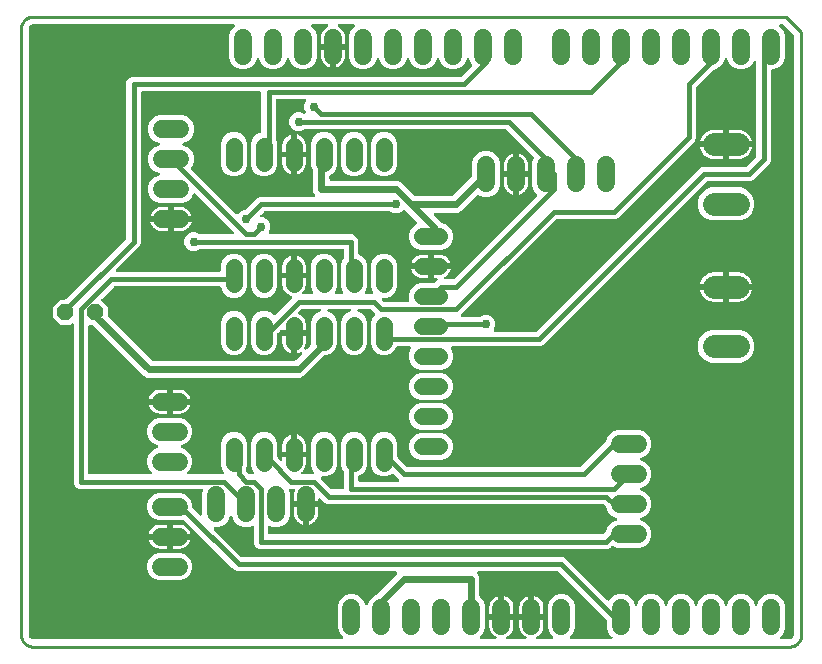
<source format=gbl>
G04 EAGLE Gerber RS-274X export*
G75*
%MOMM*%
%FSLAX34Y34*%
%LPD*%
%INBottom layer*%
%IPPOS*%
%AMOC8*
5,1,8,0,0,1.08239X$1,22.5*%
G01*
%ADD10C,0.254000*%
%ADD11C,1.524000*%
%ADD12C,1.458000*%
%ADD13P,1.429621X8X202.500000*%
%ADD14C,1.981200*%
%ADD15C,0.406400*%
%ADD16C,0.756400*%
%ADD17C,0.609600*%

G36*
X650420Y6353D02*
X650420Y6353D01*
X650524Y6357D01*
X650989Y6403D01*
X651092Y6426D01*
X651198Y6441D01*
X651278Y6468D01*
X651299Y6473D01*
X651313Y6480D01*
X651350Y6493D01*
X652208Y6848D01*
X652216Y6853D01*
X652225Y6856D01*
X652354Y6932D01*
X652484Y7006D01*
X652491Y7012D01*
X652499Y7017D01*
X652620Y7124D01*
X653276Y7780D01*
X653282Y7788D01*
X653289Y7793D01*
X653379Y7913D01*
X653471Y8032D01*
X653475Y8040D01*
X653481Y8047D01*
X653552Y8192D01*
X653907Y9050D01*
X653935Y9153D01*
X653972Y9252D01*
X653985Y9336D01*
X653991Y9357D01*
X653991Y9373D01*
X653997Y9411D01*
X654043Y9876D01*
X654043Y9895D01*
X654049Y10000D01*
X654049Y517544D01*
X654037Y517642D01*
X654034Y517741D01*
X654017Y517799D01*
X654009Y517859D01*
X653973Y517951D01*
X653945Y518046D01*
X653915Y518099D01*
X653892Y518155D01*
X653834Y518235D01*
X653784Y518320D01*
X653718Y518396D01*
X653706Y518412D01*
X653696Y518420D01*
X653678Y518441D01*
X645441Y526678D01*
X645363Y526738D01*
X645291Y526806D01*
X645238Y526835D01*
X645190Y526872D01*
X645099Y526912D01*
X645012Y526960D01*
X644954Y526975D01*
X644898Y526999D01*
X644800Y527014D01*
X644704Y527039D01*
X644604Y527045D01*
X644584Y527049D01*
X644572Y527047D01*
X644544Y527049D01*
X643160Y527049D01*
X643022Y527032D01*
X642883Y527019D01*
X642864Y527012D01*
X642844Y527009D01*
X642715Y526958D01*
X642584Y526911D01*
X642567Y526900D01*
X642548Y526892D01*
X642436Y526811D01*
X642321Y526733D01*
X642308Y526717D01*
X642291Y526706D01*
X642202Y526598D01*
X642110Y526494D01*
X642101Y526476D01*
X642088Y526461D01*
X642029Y526335D01*
X641966Y526211D01*
X641961Y526191D01*
X641953Y526173D01*
X641927Y526037D01*
X641896Y525901D01*
X641897Y525880D01*
X641893Y525861D01*
X641902Y525722D01*
X641906Y525583D01*
X641911Y525563D01*
X641913Y525543D01*
X641956Y525411D01*
X641994Y525277D01*
X642005Y525260D01*
X642011Y525241D01*
X642085Y525123D01*
X642156Y525003D01*
X642174Y524982D01*
X642181Y524972D01*
X642196Y524958D01*
X642262Y524883D01*
X644906Y522239D01*
X646685Y517944D01*
X646685Y498056D01*
X644906Y493761D01*
X641619Y490474D01*
X637324Y488695D01*
X636016Y488695D01*
X635898Y488680D01*
X635779Y488673D01*
X635741Y488660D01*
X635700Y488655D01*
X635590Y488612D01*
X635477Y488575D01*
X635442Y488553D01*
X635405Y488538D01*
X635309Y488469D01*
X635208Y488405D01*
X635180Y488375D01*
X635147Y488352D01*
X635071Y488260D01*
X634990Y488173D01*
X634970Y488138D01*
X634945Y488107D01*
X634894Y487999D01*
X634836Y487895D01*
X634826Y487855D01*
X634809Y487819D01*
X634787Y487702D01*
X634757Y487587D01*
X634753Y487527D01*
X634749Y487507D01*
X634751Y487486D01*
X634750Y487482D01*
X634749Y487477D01*
X634750Y487472D01*
X634747Y487426D01*
X634747Y411537D01*
X633819Y409296D01*
X619404Y394881D01*
X617163Y393953D01*
X580901Y393953D01*
X580803Y393941D01*
X580704Y393938D01*
X580646Y393921D01*
X580586Y393913D01*
X580493Y393877D01*
X580398Y393849D01*
X580346Y393819D01*
X580290Y393796D01*
X580210Y393738D01*
X580124Y393688D01*
X580049Y393622D01*
X580033Y393610D01*
X580025Y393600D01*
X580004Y393582D01*
X441604Y255181D01*
X439363Y254253D01*
X364972Y254253D01*
X364923Y254247D01*
X364873Y254249D01*
X364766Y254227D01*
X364657Y254213D01*
X364611Y254195D01*
X364562Y254185D01*
X364463Y254137D01*
X364361Y254096D01*
X364321Y254067D01*
X364276Y254045D01*
X364193Y253974D01*
X364104Y253910D01*
X364072Y253871D01*
X364034Y253839D01*
X363971Y253749D01*
X363901Y253665D01*
X363880Y253620D01*
X363851Y253579D01*
X363812Y253476D01*
X363765Y253377D01*
X363756Y253328D01*
X363738Y253282D01*
X363726Y253172D01*
X363706Y253065D01*
X363709Y253015D01*
X363703Y252966D01*
X363718Y252857D01*
X363725Y252747D01*
X363741Y252700D01*
X363748Y252651D01*
X363800Y252498D01*
X365609Y248131D01*
X365609Y243613D01*
X363880Y239440D01*
X360686Y236246D01*
X356513Y234517D01*
X337415Y234517D01*
X333242Y236246D01*
X330048Y239440D01*
X328319Y243613D01*
X328319Y248131D01*
X330128Y252498D01*
X330142Y252546D01*
X330163Y252591D01*
X330183Y252699D01*
X330212Y252805D01*
X330213Y252855D01*
X330222Y252904D01*
X330216Y253013D01*
X330217Y253123D01*
X330206Y253171D01*
X330203Y253221D01*
X330169Y253325D01*
X330143Y253432D01*
X330120Y253476D01*
X330105Y253523D01*
X330046Y253616D01*
X329995Y253713D01*
X329961Y253750D01*
X329935Y253792D01*
X329854Y253867D01*
X329781Y253949D01*
X329739Y253976D01*
X329703Y254010D01*
X329607Y254063D01*
X329515Y254123D01*
X329468Y254140D01*
X329424Y254164D01*
X329318Y254191D01*
X329214Y254227D01*
X329165Y254231D01*
X329116Y254243D01*
X328956Y254253D01*
X318868Y254253D01*
X318839Y254250D01*
X318810Y254252D01*
X318682Y254230D01*
X318553Y254213D01*
X318525Y254203D01*
X318496Y254198D01*
X318378Y254144D01*
X318257Y254096D01*
X318233Y254079D01*
X318206Y254067D01*
X318105Y253986D01*
X318000Y253910D01*
X317981Y253887D01*
X317958Y253868D01*
X317880Y253765D01*
X317797Y253665D01*
X317784Y253638D01*
X317767Y253614D01*
X317696Y253470D01*
X316966Y251708D01*
X313772Y248514D01*
X309599Y246785D01*
X305081Y246785D01*
X300908Y248514D01*
X297714Y251708D01*
X295985Y255881D01*
X295985Y274979D01*
X297714Y279152D01*
X299347Y280785D01*
X299421Y280880D01*
X299499Y280969D01*
X299518Y281005D01*
X299542Y281037D01*
X299590Y281146D01*
X299644Y281252D01*
X299653Y281291D01*
X299669Y281329D01*
X299687Y281446D01*
X299713Y281562D01*
X299712Y281603D01*
X299719Y281643D01*
X299707Y281761D01*
X299704Y281880D01*
X299693Y281919D01*
X299689Y281959D01*
X299648Y282072D01*
X299615Y282186D01*
X299595Y282220D01*
X299581Y282259D01*
X299514Y282357D01*
X299454Y282460D01*
X299414Y282505D01*
X299403Y282522D01*
X299387Y282535D01*
X299347Y282580D01*
X296296Y285632D01*
X296218Y285692D01*
X296146Y285760D01*
X296093Y285789D01*
X296045Y285826D01*
X295954Y285866D01*
X295868Y285914D01*
X295809Y285929D01*
X295753Y285953D01*
X295655Y285968D01*
X295560Y285993D01*
X295460Y285999D01*
X295439Y286003D01*
X295427Y286001D01*
X295399Y286003D01*
X285924Y286003D01*
X285854Y285995D01*
X285785Y285996D01*
X285697Y285975D01*
X285608Y285963D01*
X285543Y285938D01*
X285475Y285921D01*
X285396Y285879D01*
X285312Y285846D01*
X285256Y285805D01*
X285194Y285773D01*
X285128Y285712D01*
X285055Y285660D01*
X285011Y285606D01*
X284959Y285559D01*
X284910Y285484D01*
X284852Y285415D01*
X284823Y285351D01*
X284784Y285293D01*
X284755Y285208D01*
X284717Y285127D01*
X284704Y285058D01*
X284681Y284992D01*
X284674Y284903D01*
X284657Y284815D01*
X284661Y284745D01*
X284656Y284675D01*
X284671Y284587D01*
X284677Y284497D01*
X284698Y284431D01*
X284710Y284362D01*
X284747Y284280D01*
X284775Y284195D01*
X284812Y284136D01*
X284841Y284072D01*
X284897Y284002D01*
X284945Y283926D01*
X284996Y283878D01*
X285039Y283824D01*
X285111Y283769D01*
X285177Y283708D01*
X285238Y283674D01*
X285293Y283632D01*
X285438Y283561D01*
X288372Y282346D01*
X291566Y279152D01*
X293295Y274979D01*
X293295Y255881D01*
X291566Y251708D01*
X288372Y248514D01*
X284199Y246785D01*
X279681Y246785D01*
X275508Y248514D01*
X272314Y251708D01*
X270585Y255881D01*
X270585Y274979D01*
X272314Y279152D01*
X275508Y282346D01*
X278442Y283561D01*
X278503Y283596D01*
X278568Y283622D01*
X278640Y283674D01*
X278718Y283719D01*
X278768Y283767D01*
X278825Y283808D01*
X278882Y283878D01*
X278947Y283940D01*
X278983Y284000D01*
X279028Y284053D01*
X279066Y284135D01*
X279113Y284211D01*
X279134Y284278D01*
X279163Y284341D01*
X279180Y284429D01*
X279207Y284515D01*
X279210Y284585D01*
X279223Y284654D01*
X279217Y284743D01*
X279222Y284833D01*
X279208Y284901D01*
X279203Y284971D01*
X279176Y285056D01*
X279157Y285144D01*
X279127Y285207D01*
X279105Y285273D01*
X279057Y285349D01*
X279018Y285430D01*
X278972Y285483D01*
X278935Y285542D01*
X278870Y285604D01*
X278811Y285672D01*
X278754Y285712D01*
X278703Y285760D01*
X278625Y285803D01*
X278551Y285855D01*
X278486Y285880D01*
X278425Y285914D01*
X278338Y285936D01*
X278254Y285968D01*
X278184Y285976D01*
X278117Y285993D01*
X277956Y286003D01*
X260524Y286003D01*
X260454Y285995D01*
X260385Y285996D01*
X260297Y285975D01*
X260208Y285963D01*
X260143Y285938D01*
X260075Y285921D01*
X259996Y285879D01*
X259912Y285846D01*
X259856Y285805D01*
X259794Y285773D01*
X259728Y285712D01*
X259655Y285660D01*
X259611Y285606D01*
X259559Y285559D01*
X259510Y285484D01*
X259452Y285415D01*
X259423Y285351D01*
X259384Y285293D01*
X259355Y285208D01*
X259317Y285127D01*
X259304Y285058D01*
X259281Y284992D01*
X259274Y284903D01*
X259257Y284815D01*
X259261Y284745D01*
X259256Y284675D01*
X259271Y284587D01*
X259277Y284497D01*
X259298Y284431D01*
X259310Y284362D01*
X259347Y284280D01*
X259375Y284195D01*
X259412Y284136D01*
X259441Y284072D01*
X259497Y284002D01*
X259545Y283926D01*
X259596Y283878D01*
X259639Y283824D01*
X259711Y283769D01*
X259777Y283708D01*
X259838Y283674D01*
X259893Y283632D01*
X260038Y283561D01*
X262972Y282346D01*
X266166Y279152D01*
X267895Y274979D01*
X267895Y255881D01*
X266166Y251708D01*
X262972Y248514D01*
X258799Y246785D01*
X257370Y246785D01*
X257272Y246773D01*
X257173Y246770D01*
X257114Y246753D01*
X257054Y246745D01*
X256962Y246709D01*
X256867Y246681D01*
X256815Y246651D01*
X256759Y246628D01*
X256679Y246570D01*
X256593Y246520D01*
X256518Y246454D01*
X256501Y246442D01*
X256494Y246432D01*
X256472Y246414D01*
X238979Y228920D01*
X236365Y227837D01*
X106535Y227837D01*
X103921Y228920D01*
X101742Y231099D01*
X60672Y272170D01*
X60593Y272230D01*
X60521Y272298D01*
X60468Y272327D01*
X60420Y272364D01*
X60329Y272404D01*
X60243Y272452D01*
X60184Y272467D01*
X60128Y272491D01*
X60031Y272506D01*
X59935Y272531D01*
X59835Y272537D01*
X59814Y272541D01*
X59802Y272539D01*
X59774Y272541D01*
X58166Y272541D01*
X58048Y272526D01*
X57929Y272519D01*
X57891Y272506D01*
X57850Y272501D01*
X57740Y272458D01*
X57627Y272421D01*
X57592Y272399D01*
X57555Y272384D01*
X57459Y272315D01*
X57358Y272251D01*
X57330Y272221D01*
X57297Y272198D01*
X57221Y272106D01*
X57140Y272019D01*
X57120Y271984D01*
X57095Y271953D01*
X57044Y271845D01*
X56986Y271741D01*
X56976Y271701D01*
X56959Y271665D01*
X56937Y271548D01*
X56907Y271433D01*
X56903Y271373D01*
X56899Y271353D01*
X56901Y271332D01*
X56897Y271272D01*
X56897Y147066D01*
X56912Y146948D01*
X56919Y146829D01*
X56932Y146791D01*
X56937Y146750D01*
X56980Y146640D01*
X57017Y146527D01*
X57039Y146492D01*
X57054Y146455D01*
X57124Y146358D01*
X57187Y146258D01*
X57217Y146230D01*
X57240Y146197D01*
X57332Y146121D01*
X57419Y146040D01*
X57454Y146020D01*
X57485Y145995D01*
X57593Y145944D01*
X57697Y145886D01*
X57737Y145876D01*
X57773Y145859D01*
X57890Y145837D01*
X58005Y145807D01*
X58065Y145803D01*
X58085Y145799D01*
X58106Y145801D01*
X58166Y145797D01*
X109442Y145797D01*
X109580Y145814D01*
X109719Y145827D01*
X109738Y145834D01*
X109758Y145837D01*
X109887Y145888D01*
X110018Y145935D01*
X110035Y145946D01*
X110054Y145954D01*
X110166Y146035D01*
X110281Y146113D01*
X110294Y146129D01*
X110311Y146140D01*
X110400Y146248D01*
X110492Y146352D01*
X110501Y146370D01*
X110514Y146385D01*
X110573Y146511D01*
X110636Y146635D01*
X110641Y146655D01*
X110649Y146673D01*
X110675Y146809D01*
X110706Y146945D01*
X110705Y146966D01*
X110709Y146985D01*
X110700Y147124D01*
X110696Y147263D01*
X110691Y147283D01*
X110689Y147303D01*
X110646Y147435D01*
X110608Y147569D01*
X110597Y147586D01*
X110591Y147605D01*
X110517Y147723D01*
X110446Y147843D01*
X110428Y147864D01*
X110421Y147874D01*
X110406Y147888D01*
X110340Y147963D01*
X108204Y150099D01*
X106425Y154394D01*
X106425Y159042D01*
X108204Y163337D01*
X111491Y166624D01*
X115406Y168245D01*
X115526Y168314D01*
X115650Y168379D01*
X115664Y168393D01*
X115682Y168403D01*
X115782Y168500D01*
X115885Y168593D01*
X115896Y168610D01*
X115911Y168624D01*
X115983Y168742D01*
X116060Y168859D01*
X116066Y168878D01*
X116077Y168895D01*
X116118Y169028D01*
X116163Y169160D01*
X116164Y169180D01*
X116170Y169199D01*
X116177Y169338D01*
X116188Y169477D01*
X116185Y169497D01*
X116186Y169517D01*
X116157Y169653D01*
X116134Y169790D01*
X116125Y169808D01*
X116121Y169828D01*
X116060Y169954D01*
X116003Y170080D01*
X115990Y170096D01*
X115982Y170114D01*
X115891Y170220D01*
X115804Y170328D01*
X115788Y170341D01*
X115775Y170356D01*
X115661Y170436D01*
X115550Y170520D01*
X115525Y170532D01*
X115515Y170539D01*
X115496Y170546D01*
X115406Y170591D01*
X111491Y172212D01*
X108204Y175499D01*
X106425Y179794D01*
X106425Y184442D01*
X108204Y188737D01*
X111491Y192024D01*
X115786Y193803D01*
X135674Y193803D01*
X139969Y192024D01*
X143256Y188737D01*
X145035Y184442D01*
X145035Y179794D01*
X143256Y175499D01*
X139969Y172212D01*
X136054Y170591D01*
X135933Y170522D01*
X135810Y170457D01*
X135795Y170443D01*
X135778Y170433D01*
X135678Y170336D01*
X135575Y170243D01*
X135564Y170226D01*
X135549Y170212D01*
X135477Y170093D01*
X135400Y169977D01*
X135394Y169958D01*
X135383Y169941D01*
X135342Y169808D01*
X135297Y169676D01*
X135296Y169656D01*
X135290Y169637D01*
X135283Y169498D01*
X135272Y169359D01*
X135275Y169339D01*
X135274Y169319D01*
X135303Y169183D01*
X135326Y169046D01*
X135335Y169027D01*
X135339Y169008D01*
X135400Y168882D01*
X135457Y168756D01*
X135470Y168740D01*
X135478Y168722D01*
X135569Y168616D01*
X135656Y168508D01*
X135672Y168495D01*
X135685Y168480D01*
X135799Y168400D01*
X135910Y168316D01*
X135935Y168304D01*
X135945Y168297D01*
X135964Y168290D01*
X136054Y168245D01*
X139969Y166624D01*
X143256Y163337D01*
X145035Y159042D01*
X145035Y154394D01*
X143256Y150099D01*
X141120Y147963D01*
X141035Y147854D01*
X140946Y147747D01*
X140938Y147728D01*
X140925Y147712D01*
X140870Y147584D01*
X140811Y147459D01*
X140807Y147439D01*
X140799Y147420D01*
X140777Y147282D01*
X140751Y147146D01*
X140752Y147126D01*
X140749Y147106D01*
X140762Y146967D01*
X140771Y146829D01*
X140777Y146810D01*
X140779Y146790D01*
X140826Y146658D01*
X140869Y146527D01*
X140880Y146509D01*
X140886Y146490D01*
X140965Y146375D01*
X141039Y146258D01*
X141054Y146244D01*
X141065Y146227D01*
X141169Y146135D01*
X141271Y146040D01*
X141288Y146030D01*
X141303Y146017D01*
X141428Y145953D01*
X141549Y145886D01*
X141569Y145881D01*
X141587Y145872D01*
X141723Y145842D01*
X141857Y145807D01*
X141885Y145805D01*
X141897Y145802D01*
X141917Y145803D01*
X142018Y145797D01*
X170945Y145797D01*
X171083Y145814D01*
X171221Y145827D01*
X171240Y145834D01*
X171261Y145837D01*
X171390Y145888D01*
X171521Y145935D01*
X171538Y145946D01*
X171556Y145954D01*
X171669Y146035D01*
X171784Y146113D01*
X171797Y146129D01*
X171814Y146140D01*
X171902Y146248D01*
X171994Y146352D01*
X172003Y146370D01*
X172016Y146385D01*
X172076Y146511D01*
X172139Y146635D01*
X172143Y146655D01*
X172152Y146673D01*
X172178Y146810D01*
X172209Y146945D01*
X172208Y146966D01*
X172212Y146985D01*
X172203Y147124D01*
X172199Y147263D01*
X172193Y147283D01*
X172192Y147303D01*
X172149Y147435D01*
X172110Y147569D01*
X172100Y147586D01*
X172094Y147605D01*
X172019Y147723D01*
X171949Y147843D01*
X171930Y147864D01*
X171924Y147874D01*
X171909Y147888D01*
X171843Y147963D01*
X170714Y149092D01*
X168985Y153265D01*
X168985Y172363D01*
X170714Y176536D01*
X173908Y179730D01*
X178081Y181459D01*
X182599Y181459D01*
X186772Y179730D01*
X189966Y176536D01*
X191695Y172363D01*
X191695Y153265D01*
X190343Y150003D01*
X190341Y149994D01*
X190336Y149986D01*
X190299Y149841D01*
X190259Y149696D01*
X190259Y149687D01*
X190257Y149678D01*
X190247Y149517D01*
X190247Y149101D01*
X190259Y149003D01*
X190262Y148904D01*
X190279Y148846D01*
X190287Y148786D01*
X190323Y148693D01*
X190351Y148598D01*
X190381Y148546D01*
X190404Y148490D01*
X190462Y148410D01*
X190512Y148324D01*
X190578Y148249D01*
X190590Y148233D01*
X190600Y148225D01*
X190618Y148204D01*
X192654Y146168D01*
X192732Y146108D01*
X192804Y146040D01*
X192857Y146011D01*
X192905Y145974D01*
X192996Y145934D01*
X193082Y145886D01*
X193141Y145871D01*
X193197Y145847D01*
X193295Y145832D01*
X193390Y145807D01*
X193490Y145801D01*
X193511Y145797D01*
X193523Y145799D01*
X193551Y145797D01*
X196345Y145797D01*
X196483Y145814D01*
X196621Y145827D01*
X196640Y145834D01*
X196661Y145837D01*
X196790Y145888D01*
X196921Y145935D01*
X196938Y145946D01*
X196956Y145954D01*
X197069Y146035D01*
X197184Y146113D01*
X197197Y146129D01*
X197214Y146140D01*
X197302Y146248D01*
X197394Y146352D01*
X197403Y146370D01*
X197416Y146385D01*
X197476Y146511D01*
X197539Y146635D01*
X197543Y146655D01*
X197552Y146673D01*
X197578Y146810D01*
X197609Y146945D01*
X197608Y146966D01*
X197612Y146985D01*
X197603Y147124D01*
X197599Y147263D01*
X197593Y147283D01*
X197592Y147303D01*
X197549Y147435D01*
X197510Y147569D01*
X197500Y147586D01*
X197494Y147605D01*
X197419Y147723D01*
X197349Y147843D01*
X197330Y147864D01*
X197324Y147874D01*
X197309Y147888D01*
X197243Y147963D01*
X196114Y149092D01*
X194385Y153265D01*
X194385Y172363D01*
X196114Y176536D01*
X199308Y179730D01*
X203481Y181459D01*
X207999Y181459D01*
X212172Y179730D01*
X215366Y176536D01*
X217095Y172363D01*
X217095Y160353D01*
X217107Y160255D01*
X217110Y160156D01*
X217127Y160098D01*
X217135Y160038D01*
X217171Y159945D01*
X217199Y159850D01*
X217229Y159798D01*
X217252Y159742D01*
X217310Y159662D01*
X217360Y159576D01*
X217426Y159501D01*
X217438Y159485D01*
X217448Y159477D01*
X217466Y159456D01*
X219143Y157780D01*
X219252Y157694D01*
X219359Y157606D01*
X219378Y157597D01*
X219394Y157585D01*
X219522Y157529D01*
X219647Y157470D01*
X219667Y157466D01*
X219686Y157458D01*
X219824Y157436D01*
X219960Y157410D01*
X219980Y157412D01*
X220000Y157408D01*
X220139Y157422D01*
X220277Y157430D01*
X220296Y157436D01*
X220316Y157438D01*
X220448Y157485D01*
X220579Y157528D01*
X220597Y157539D01*
X220616Y157546D01*
X220731Y157624D01*
X220848Y157698D01*
X220862Y157713D01*
X220879Y157724D01*
X220971Y157828D01*
X221066Y157930D01*
X221076Y157948D01*
X221089Y157963D01*
X221153Y158087D01*
X221220Y158208D01*
X221225Y158228D01*
X221234Y158246D01*
X221264Y158382D01*
X221299Y158516D01*
X221301Y158544D01*
X221304Y158556D01*
X221303Y158577D01*
X221309Y158677D01*
X221309Y160440D01*
X230035Y160440D01*
X230153Y160455D01*
X230272Y160462D01*
X230310Y160474D01*
X230350Y160480D01*
X230461Y160523D01*
X230574Y160560D01*
X230608Y160582D01*
X230646Y160597D01*
X230742Y160666D01*
X230843Y160730D01*
X230871Y160760D01*
X230903Y160783D01*
X230979Y160875D01*
X231061Y160962D01*
X231080Y160997D01*
X231106Y161028D01*
X231136Y161093D01*
X231203Y161001D01*
X231266Y160901D01*
X231296Y160873D01*
X231320Y160840D01*
X231411Y160764D01*
X231498Y160683D01*
X231533Y160663D01*
X231565Y160638D01*
X231672Y160587D01*
X231777Y160529D01*
X231816Y160519D01*
X231852Y160502D01*
X231969Y160480D01*
X232085Y160450D01*
X232145Y160446D01*
X232165Y160442D01*
X232185Y160444D01*
X232245Y160440D01*
X240971Y160440D01*
X240971Y154750D01*
X240729Y153222D01*
X240251Y151750D01*
X239548Y150371D01*
X238638Y149120D01*
X237482Y147963D01*
X237397Y147854D01*
X237308Y147747D01*
X237300Y147728D01*
X237287Y147712D01*
X237232Y147585D01*
X237173Y147459D01*
X237169Y147439D01*
X237161Y147420D01*
X237139Y147282D01*
X237113Y147146D01*
X237114Y147126D01*
X237111Y147106D01*
X237124Y146967D01*
X237133Y146829D01*
X237139Y146810D01*
X237141Y146790D01*
X237188Y146658D01*
X237231Y146527D01*
X237242Y146509D01*
X237249Y146490D01*
X237327Y146375D01*
X237401Y146258D01*
X237416Y146244D01*
X237427Y146227D01*
X237531Y146135D01*
X237633Y146040D01*
X237650Y146030D01*
X237666Y146017D01*
X237789Y145954D01*
X237911Y145886D01*
X237931Y145881D01*
X237949Y145872D01*
X238085Y145842D01*
X238219Y145807D01*
X238247Y145805D01*
X238259Y145802D01*
X238280Y145803D01*
X238380Y145797D01*
X247145Y145797D01*
X247283Y145814D01*
X247421Y145827D01*
X247440Y145834D01*
X247461Y145837D01*
X247590Y145888D01*
X247721Y145935D01*
X247738Y145946D01*
X247756Y145954D01*
X247869Y146035D01*
X247984Y146113D01*
X247997Y146129D01*
X248014Y146140D01*
X248102Y146248D01*
X248194Y146352D01*
X248203Y146370D01*
X248216Y146385D01*
X248276Y146511D01*
X248339Y146635D01*
X248343Y146655D01*
X248352Y146673D01*
X248378Y146810D01*
X248409Y146945D01*
X248408Y146966D01*
X248412Y146985D01*
X248403Y147124D01*
X248399Y147263D01*
X248393Y147283D01*
X248392Y147303D01*
X248349Y147435D01*
X248310Y147569D01*
X248300Y147586D01*
X248294Y147605D01*
X248219Y147723D01*
X248149Y147843D01*
X248130Y147864D01*
X248124Y147874D01*
X248109Y147888D01*
X248043Y147963D01*
X246914Y149092D01*
X245185Y153265D01*
X245185Y172363D01*
X246914Y176536D01*
X250108Y179730D01*
X254281Y181459D01*
X258799Y181459D01*
X262972Y179730D01*
X266166Y176536D01*
X267895Y172363D01*
X267895Y153265D01*
X266166Y149092D01*
X262972Y145898D01*
X258799Y144169D01*
X254867Y144169D01*
X254729Y144152D01*
X254591Y144139D01*
X254572Y144132D01*
X254552Y144129D01*
X254422Y144078D01*
X254291Y144031D01*
X254275Y144020D01*
X254256Y144012D01*
X254144Y143931D01*
X254028Y143853D01*
X254015Y143837D01*
X253998Y143826D01*
X253910Y143718D01*
X253818Y143614D01*
X253809Y143596D01*
X253796Y143581D01*
X253736Y143455D01*
X253673Y143331D01*
X253669Y143311D01*
X253660Y143293D01*
X253634Y143157D01*
X253604Y143021D01*
X253604Y143000D01*
X253600Y142981D01*
X253609Y142842D01*
X253613Y142703D01*
X253619Y142683D01*
X253620Y142663D01*
X253663Y142531D01*
X253702Y142397D01*
X253712Y142380D01*
X253718Y142361D01*
X253793Y142243D01*
X253863Y142123D01*
X253882Y142102D01*
X253888Y142092D01*
X253903Y142078D01*
X253970Y142003D01*
X262504Y133468D01*
X262582Y133408D01*
X262654Y133340D01*
X262707Y133311D01*
X262755Y133274D01*
X262846Y133234D01*
X262932Y133186D01*
X262991Y133171D01*
X263047Y133147D01*
X263145Y133132D01*
X263240Y133107D01*
X263340Y133101D01*
X263361Y133097D01*
X263373Y133099D01*
X263401Y133097D01*
X272034Y133097D01*
X272152Y133112D01*
X272271Y133119D01*
X272309Y133132D01*
X272350Y133137D01*
X272460Y133180D01*
X272573Y133217D01*
X272608Y133239D01*
X272645Y133254D01*
X272741Y133323D01*
X272842Y133387D01*
X272870Y133417D01*
X272903Y133440D01*
X272979Y133532D01*
X273060Y133619D01*
X273080Y133654D01*
X273105Y133685D01*
X273156Y133793D01*
X273214Y133897D01*
X273224Y133937D01*
X273241Y133973D01*
X273263Y134090D01*
X273293Y134205D01*
X273297Y134265D01*
X273301Y134285D01*
X273299Y134306D01*
X273303Y134366D01*
X273303Y147577D01*
X273291Y147675D01*
X273288Y147774D01*
X273271Y147832D01*
X273263Y147893D01*
X273227Y147985D01*
X273199Y148080D01*
X273169Y148132D01*
X273146Y148188D01*
X273088Y148268D01*
X273038Y148354D01*
X272972Y148429D01*
X272960Y148446D01*
X272950Y148453D01*
X272931Y148474D01*
X272314Y149092D01*
X270585Y153265D01*
X270585Y172363D01*
X272314Y176536D01*
X275508Y179730D01*
X279681Y181459D01*
X284199Y181459D01*
X288372Y179730D01*
X291566Y176536D01*
X293295Y172363D01*
X293295Y153265D01*
X291566Y149092D01*
X288372Y145898D01*
X286280Y145032D01*
X286255Y145017D01*
X286227Y145008D01*
X286117Y144938D01*
X286004Y144874D01*
X285983Y144853D01*
X285958Y144838D01*
X285869Y144743D01*
X285776Y144653D01*
X285760Y144628D01*
X285740Y144606D01*
X285677Y144492D01*
X285609Y144382D01*
X285601Y144353D01*
X285586Y144328D01*
X285554Y144202D01*
X285516Y144078D01*
X285514Y144048D01*
X285507Y144020D01*
X285497Y143859D01*
X285497Y140716D01*
X285512Y140598D01*
X285519Y140479D01*
X285532Y140441D01*
X285537Y140400D01*
X285580Y140290D01*
X285617Y140177D01*
X285639Y140142D01*
X285654Y140105D01*
X285723Y140009D01*
X285787Y139908D01*
X285817Y139880D01*
X285840Y139847D01*
X285932Y139771D01*
X286019Y139690D01*
X286054Y139670D01*
X286085Y139645D01*
X286193Y139594D01*
X286297Y139536D01*
X286337Y139526D01*
X286373Y139509D01*
X286490Y139487D01*
X286605Y139457D01*
X286665Y139453D01*
X286685Y139449D01*
X286706Y139451D01*
X286766Y139447D01*
X318767Y139447D01*
X318905Y139464D01*
X319043Y139477D01*
X319062Y139484D01*
X319082Y139487D01*
X319212Y139538D01*
X319343Y139585D01*
X319359Y139596D01*
X319378Y139604D01*
X319490Y139685D01*
X319606Y139763D01*
X319619Y139779D01*
X319636Y139790D01*
X319724Y139898D01*
X319816Y140002D01*
X319825Y140020D01*
X319838Y140035D01*
X319898Y140161D01*
X319961Y140285D01*
X319965Y140305D01*
X319974Y140323D01*
X320000Y140460D01*
X320030Y140595D01*
X320030Y140616D01*
X320034Y140635D01*
X320025Y140774D01*
X320021Y140913D01*
X320015Y140933D01*
X320014Y140953D01*
X319971Y141085D01*
X319932Y141219D01*
X319922Y141236D01*
X319916Y141255D01*
X319841Y141373D01*
X319771Y141493D01*
X319752Y141514D01*
X319746Y141524D01*
X319731Y141538D01*
X319664Y141613D01*
X318503Y142775D01*
X315473Y145804D01*
X315379Y145878D01*
X315290Y145956D01*
X315254Y145975D01*
X315222Y145999D01*
X315113Y146047D01*
X315007Y146101D01*
X314967Y146110D01*
X314930Y146126D01*
X314813Y146144D01*
X314696Y146170D01*
X314656Y146169D01*
X314616Y146176D01*
X314497Y146164D01*
X314378Y146161D01*
X314340Y146150D01*
X314300Y146146D01*
X314187Y146105D01*
X314073Y146072D01*
X314038Y146052D01*
X314000Y146038D01*
X313902Y145971D01*
X313799Y145911D01*
X313796Y145908D01*
X309599Y144169D01*
X305081Y144169D01*
X300908Y145898D01*
X297714Y149092D01*
X295985Y153265D01*
X295985Y172363D01*
X297714Y176536D01*
X300908Y179730D01*
X305081Y181459D01*
X309599Y181459D01*
X313772Y179730D01*
X316966Y176536D01*
X318695Y172363D01*
X318695Y160353D01*
X318707Y160255D01*
X318710Y160156D01*
X318727Y160098D01*
X318735Y160038D01*
X318771Y159945D01*
X318799Y159850D01*
X318829Y159798D01*
X318852Y159742D01*
X318910Y159662D01*
X318960Y159576D01*
X319026Y159501D01*
X319038Y159485D01*
X319048Y159477D01*
X319066Y159456D01*
X326004Y152518D01*
X326082Y152458D01*
X326154Y152390D01*
X326207Y152361D01*
X326255Y152324D01*
X326346Y152284D01*
X326432Y152236D01*
X326491Y152221D01*
X326547Y152197D01*
X326645Y152182D01*
X326740Y152157D01*
X326840Y152151D01*
X326861Y152147D01*
X326873Y152149D01*
X326901Y152147D01*
X473199Y152147D01*
X473297Y152159D01*
X473396Y152162D01*
X473454Y152179D01*
X473514Y152187D01*
X473607Y152223D01*
X473702Y152251D01*
X473754Y152281D01*
X473810Y152304D01*
X473890Y152362D01*
X473976Y152412D01*
X474051Y152478D01*
X474067Y152490D01*
X474075Y152500D01*
X474096Y152518D01*
X494674Y173096D01*
X494734Y173174D01*
X494802Y173246D01*
X494831Y173299D01*
X494868Y173347D01*
X494908Y173438D01*
X494956Y173524D01*
X494971Y173583D01*
X494995Y173639D01*
X494998Y173661D01*
X496824Y178069D01*
X500111Y181356D01*
X504406Y183135D01*
X524294Y183135D01*
X528589Y181356D01*
X531876Y178069D01*
X533655Y173774D01*
X533655Y169126D01*
X531876Y164831D01*
X528589Y161544D01*
X524674Y159923D01*
X524554Y159854D01*
X524431Y159789D01*
X524416Y159775D01*
X524398Y159765D01*
X524298Y159668D01*
X524195Y159575D01*
X524184Y159558D01*
X524170Y159544D01*
X524097Y159426D01*
X524020Y159309D01*
X524014Y159290D01*
X524003Y159273D01*
X523962Y159140D01*
X523917Y159008D01*
X523916Y158988D01*
X523910Y158969D01*
X523903Y158830D01*
X523892Y158691D01*
X523895Y158671D01*
X523895Y158651D01*
X523923Y158515D01*
X523946Y158378D01*
X523955Y158360D01*
X523959Y158340D01*
X524020Y158214D01*
X524077Y158088D01*
X524090Y158072D01*
X524099Y158054D01*
X524189Y157948D01*
X524276Y157840D01*
X524292Y157827D01*
X524305Y157812D01*
X524419Y157732D01*
X524530Y157648D01*
X524555Y157636D01*
X524565Y157629D01*
X524584Y157622D01*
X524674Y157577D01*
X528589Y155956D01*
X531876Y152669D01*
X533655Y148374D01*
X533655Y143726D01*
X531876Y139431D01*
X528589Y136144D01*
X524674Y134523D01*
X524554Y134454D01*
X524431Y134389D01*
X524416Y134375D01*
X524398Y134365D01*
X524298Y134268D01*
X524195Y134175D01*
X524184Y134158D01*
X524170Y134144D01*
X524097Y134026D01*
X524020Y133909D01*
X524014Y133890D01*
X524003Y133873D01*
X523962Y133740D01*
X523917Y133608D01*
X523916Y133588D01*
X523910Y133569D01*
X523903Y133430D01*
X523892Y133291D01*
X523895Y133271D01*
X523895Y133251D01*
X523923Y133115D01*
X523946Y132978D01*
X523955Y132960D01*
X523959Y132940D01*
X524020Y132814D01*
X524077Y132688D01*
X524090Y132672D01*
X524099Y132654D01*
X524189Y132548D01*
X524276Y132440D01*
X524292Y132427D01*
X524305Y132412D01*
X524419Y132332D01*
X524530Y132248D01*
X524555Y132236D01*
X524565Y132229D01*
X524584Y132222D01*
X524674Y132177D01*
X528589Y130556D01*
X531876Y127269D01*
X533655Y122974D01*
X533655Y118326D01*
X531876Y114031D01*
X528589Y110744D01*
X524674Y109123D01*
X524554Y109054D01*
X524431Y108989D01*
X524416Y108975D01*
X524398Y108965D01*
X524298Y108868D01*
X524195Y108775D01*
X524184Y108758D01*
X524170Y108744D01*
X524097Y108626D01*
X524020Y108509D01*
X524014Y108490D01*
X524003Y108473D01*
X523962Y108340D01*
X523917Y108208D01*
X523916Y108188D01*
X523910Y108169D01*
X523903Y108030D01*
X523892Y107891D01*
X523895Y107871D01*
X523895Y107851D01*
X523923Y107715D01*
X523946Y107578D01*
X523955Y107560D01*
X523959Y107540D01*
X524020Y107414D01*
X524077Y107288D01*
X524090Y107272D01*
X524099Y107254D01*
X524189Y107148D01*
X524276Y107040D01*
X524292Y107027D01*
X524305Y107012D01*
X524419Y106932D01*
X524530Y106848D01*
X524555Y106836D01*
X524565Y106829D01*
X524584Y106822D01*
X524674Y106777D01*
X528589Y105156D01*
X531876Y101869D01*
X533655Y97574D01*
X533655Y92926D01*
X531876Y88631D01*
X528589Y85344D01*
X524294Y83565D01*
X504406Y83565D01*
X501075Y84945D01*
X501047Y84953D01*
X501020Y84966D01*
X500894Y84995D01*
X500768Y85029D01*
X500739Y85029D01*
X500710Y85036D01*
X500580Y85032D01*
X500450Y85034D01*
X500422Y85027D01*
X500392Y85026D01*
X500267Y84990D01*
X500141Y84960D01*
X500115Y84946D01*
X500087Y84938D01*
X499975Y84872D01*
X499860Y84811D01*
X499838Y84791D01*
X499813Y84776D01*
X499692Y84670D01*
X498754Y83731D01*
X496513Y82803D01*
X201987Y82803D01*
X199746Y83731D01*
X198031Y85446D01*
X197103Y87687D01*
X197103Y101218D01*
X197097Y101268D01*
X197099Y101317D01*
X197077Y101425D01*
X197063Y101534D01*
X197045Y101580D01*
X197035Y101629D01*
X196987Y101727D01*
X196946Y101829D01*
X196917Y101869D01*
X196895Y101914D01*
X196824Y101998D01*
X196760Y102087D01*
X196721Y102118D01*
X196689Y102156D01*
X196599Y102219D01*
X196515Y102290D01*
X196470Y102311D01*
X196429Y102339D01*
X196326Y102378D01*
X196227Y102425D01*
X196178Y102434D01*
X196132Y102452D01*
X196022Y102464D01*
X195915Y102485D01*
X195865Y102482D01*
X195816Y102487D01*
X195707Y102472D01*
X195597Y102465D01*
X195550Y102450D01*
X195501Y102443D01*
X195348Y102391D01*
X192824Y101345D01*
X188176Y101345D01*
X183881Y103124D01*
X180594Y106411D01*
X178973Y110326D01*
X178904Y110446D01*
X178839Y110570D01*
X178825Y110584D01*
X178815Y110602D01*
X178718Y110702D01*
X178625Y110805D01*
X178608Y110816D01*
X178594Y110831D01*
X178476Y110903D01*
X178359Y110980D01*
X178340Y110986D01*
X178323Y110997D01*
X178190Y111038D01*
X178058Y111083D01*
X178038Y111084D01*
X178019Y111090D01*
X177880Y111097D01*
X177741Y111108D01*
X177721Y111105D01*
X177701Y111106D01*
X177565Y111077D01*
X177428Y111054D01*
X177410Y111045D01*
X177390Y111041D01*
X177264Y110980D01*
X177138Y110923D01*
X177122Y110910D01*
X177104Y110902D01*
X176998Y110811D01*
X176890Y110724D01*
X176877Y110708D01*
X176862Y110695D01*
X176782Y110581D01*
X176698Y110470D01*
X176686Y110445D01*
X176679Y110435D01*
X176672Y110416D01*
X176627Y110326D01*
X175006Y106411D01*
X171719Y103124D01*
X167424Y101345D01*
X164341Y101345D01*
X164203Y101328D01*
X164065Y101315D01*
X164046Y101308D01*
X164026Y101305D01*
X163896Y101254D01*
X163765Y101207D01*
X163749Y101196D01*
X163730Y101188D01*
X163618Y101107D01*
X163502Y101029D01*
X163489Y101013D01*
X163472Y101002D01*
X163384Y100894D01*
X163292Y100790D01*
X163283Y100772D01*
X163270Y100757D01*
X163211Y100631D01*
X163147Y100507D01*
X163143Y100487D01*
X163134Y100469D01*
X163108Y100333D01*
X163078Y100197D01*
X163078Y100176D01*
X163074Y100157D01*
X163083Y100018D01*
X163087Y99879D01*
X163093Y99859D01*
X163094Y99839D01*
X163137Y99707D01*
X163176Y99573D01*
X163186Y99556D01*
X163192Y99537D01*
X163266Y99419D01*
X163337Y99299D01*
X163356Y99278D01*
X163362Y99268D01*
X163377Y99254D01*
X163444Y99179D01*
X186304Y76318D01*
X186382Y76258D01*
X186454Y76190D01*
X186507Y76161D01*
X186555Y76124D01*
X186646Y76084D01*
X186732Y76036D01*
X186791Y76021D01*
X186847Y75997D01*
X186945Y75982D01*
X187040Y75957D01*
X187140Y75951D01*
X187161Y75947D01*
X187173Y75949D01*
X187201Y75947D01*
X458413Y75947D01*
X460654Y75019D01*
X496293Y39379D01*
X496387Y39306D01*
X496476Y39227D01*
X496512Y39209D01*
X496544Y39184D01*
X496654Y39137D01*
X496760Y39083D01*
X496799Y39074D01*
X496836Y39058D01*
X496954Y39039D01*
X497070Y39013D01*
X497110Y39014D01*
X497150Y39008D01*
X497269Y39019D01*
X497388Y39023D01*
X497427Y39034D01*
X497467Y39038D01*
X497579Y39078D01*
X497693Y39111D01*
X497728Y39131D01*
X497766Y39145D01*
X497865Y39212D01*
X497967Y39272D01*
X498013Y39312D01*
X498029Y39324D01*
X498043Y39339D01*
X498088Y39379D01*
X501381Y42672D01*
X505676Y44451D01*
X510324Y44451D01*
X514619Y42672D01*
X517906Y39385D01*
X519527Y35470D01*
X519596Y35350D01*
X519661Y35227D01*
X519675Y35212D01*
X519685Y35194D01*
X519782Y35094D01*
X519875Y34991D01*
X519892Y34980D01*
X519906Y34966D01*
X520024Y34893D01*
X520141Y34816D01*
X520160Y34810D01*
X520177Y34799D01*
X520310Y34758D01*
X520442Y34713D01*
X520462Y34712D01*
X520481Y34706D01*
X520620Y34699D01*
X520759Y34688D01*
X520779Y34691D01*
X520799Y34691D01*
X520935Y34719D01*
X521072Y34742D01*
X521090Y34751D01*
X521110Y34755D01*
X521236Y34816D01*
X521362Y34873D01*
X521378Y34886D01*
X521396Y34895D01*
X521502Y34985D01*
X521610Y35072D01*
X521623Y35088D01*
X521638Y35101D01*
X521718Y35215D01*
X521802Y35326D01*
X521814Y35351D01*
X521821Y35361D01*
X521828Y35380D01*
X521873Y35470D01*
X523494Y39385D01*
X526781Y42672D01*
X531076Y44451D01*
X535724Y44451D01*
X540019Y42672D01*
X543306Y39385D01*
X544927Y35470D01*
X544996Y35350D01*
X545061Y35227D01*
X545075Y35212D01*
X545085Y35194D01*
X545182Y35094D01*
X545275Y34991D01*
X545292Y34980D01*
X545306Y34966D01*
X545424Y34893D01*
X545541Y34816D01*
X545560Y34810D01*
X545577Y34799D01*
X545710Y34758D01*
X545842Y34713D01*
X545862Y34712D01*
X545881Y34706D01*
X546020Y34699D01*
X546159Y34688D01*
X546179Y34691D01*
X546199Y34691D01*
X546335Y34719D01*
X546472Y34742D01*
X546490Y34751D01*
X546510Y34755D01*
X546636Y34816D01*
X546762Y34873D01*
X546778Y34886D01*
X546796Y34895D01*
X546902Y34985D01*
X547010Y35072D01*
X547023Y35088D01*
X547038Y35101D01*
X547118Y35215D01*
X547202Y35326D01*
X547214Y35351D01*
X547221Y35361D01*
X547228Y35380D01*
X547273Y35470D01*
X548894Y39385D01*
X552181Y42672D01*
X556476Y44451D01*
X561124Y44451D01*
X565419Y42672D01*
X568706Y39385D01*
X570327Y35470D01*
X570396Y35350D01*
X570461Y35227D01*
X570475Y35212D01*
X570485Y35194D01*
X570582Y35094D01*
X570675Y34991D01*
X570692Y34980D01*
X570706Y34966D01*
X570824Y34893D01*
X570941Y34816D01*
X570960Y34810D01*
X570977Y34799D01*
X571110Y34758D01*
X571242Y34713D01*
X571262Y34712D01*
X571281Y34706D01*
X571420Y34699D01*
X571559Y34688D01*
X571579Y34691D01*
X571599Y34691D01*
X571735Y34719D01*
X571872Y34742D01*
X571890Y34751D01*
X571910Y34755D01*
X572036Y34816D01*
X572162Y34873D01*
X572178Y34886D01*
X572196Y34895D01*
X572302Y34985D01*
X572410Y35072D01*
X572423Y35088D01*
X572438Y35101D01*
X572518Y35215D01*
X572602Y35326D01*
X572614Y35351D01*
X572621Y35361D01*
X572628Y35380D01*
X572673Y35470D01*
X574294Y39385D01*
X577581Y42672D01*
X581876Y44451D01*
X586524Y44451D01*
X590819Y42672D01*
X594106Y39385D01*
X595727Y35470D01*
X595796Y35350D01*
X595861Y35227D01*
X595875Y35212D01*
X595885Y35194D01*
X595982Y35094D01*
X596075Y34991D01*
X596092Y34980D01*
X596106Y34966D01*
X596224Y34893D01*
X596341Y34816D01*
X596360Y34810D01*
X596377Y34799D01*
X596510Y34758D01*
X596642Y34713D01*
X596662Y34712D01*
X596681Y34706D01*
X596820Y34699D01*
X596959Y34688D01*
X596979Y34691D01*
X596999Y34691D01*
X597135Y34719D01*
X597272Y34742D01*
X597290Y34751D01*
X597310Y34755D01*
X597436Y34816D01*
X597562Y34873D01*
X597578Y34886D01*
X597596Y34895D01*
X597702Y34985D01*
X597810Y35072D01*
X597823Y35088D01*
X597838Y35101D01*
X597918Y35215D01*
X598002Y35326D01*
X598014Y35351D01*
X598021Y35361D01*
X598028Y35380D01*
X598073Y35470D01*
X599694Y39385D01*
X602981Y42672D01*
X607276Y44451D01*
X611924Y44451D01*
X616219Y42672D01*
X619506Y39385D01*
X621127Y35470D01*
X621196Y35350D01*
X621261Y35227D01*
X621275Y35212D01*
X621285Y35194D01*
X621382Y35094D01*
X621475Y34991D01*
X621492Y34980D01*
X621506Y34966D01*
X621624Y34893D01*
X621741Y34816D01*
X621760Y34810D01*
X621777Y34799D01*
X621910Y34758D01*
X622042Y34713D01*
X622062Y34712D01*
X622081Y34706D01*
X622220Y34699D01*
X622359Y34688D01*
X622379Y34691D01*
X622399Y34691D01*
X622535Y34719D01*
X622672Y34742D01*
X622690Y34751D01*
X622710Y34755D01*
X622836Y34816D01*
X622962Y34873D01*
X622978Y34886D01*
X622996Y34895D01*
X623102Y34985D01*
X623210Y35072D01*
X623223Y35088D01*
X623238Y35101D01*
X623318Y35215D01*
X623402Y35326D01*
X623414Y35351D01*
X623421Y35361D01*
X623428Y35380D01*
X623473Y35470D01*
X625094Y39385D01*
X628381Y42672D01*
X632676Y44451D01*
X637324Y44451D01*
X641619Y42672D01*
X644906Y39385D01*
X646685Y35090D01*
X646685Y15202D01*
X644906Y10907D01*
X642516Y8517D01*
X642431Y8408D01*
X642342Y8301D01*
X642334Y8282D01*
X642321Y8266D01*
X642266Y8138D01*
X642207Y8013D01*
X642203Y7993D01*
X642195Y7974D01*
X642173Y7836D01*
X642147Y7700D01*
X642148Y7680D01*
X642145Y7660D01*
X642158Y7521D01*
X642167Y7383D01*
X642173Y7364D01*
X642175Y7344D01*
X642222Y7212D01*
X642265Y7081D01*
X642276Y7063D01*
X642282Y7044D01*
X642361Y6929D01*
X642435Y6812D01*
X642450Y6798D01*
X642461Y6781D01*
X642565Y6689D01*
X642667Y6594D01*
X642684Y6584D01*
X642699Y6571D01*
X642824Y6507D01*
X642945Y6440D01*
X642965Y6435D01*
X642983Y6426D01*
X643119Y6396D01*
X643253Y6361D01*
X643281Y6359D01*
X643293Y6356D01*
X643313Y6357D01*
X643414Y6351D01*
X650400Y6351D01*
X650420Y6353D01*
G37*
G36*
X271632Y6368D02*
X271632Y6368D01*
X271771Y6381D01*
X271790Y6388D01*
X271810Y6391D01*
X271939Y6442D01*
X272070Y6489D01*
X272087Y6500D01*
X272106Y6508D01*
X272218Y6589D01*
X272333Y6667D01*
X272346Y6683D01*
X272363Y6694D01*
X272452Y6802D01*
X272544Y6906D01*
X272553Y6924D01*
X272566Y6939D01*
X272625Y7065D01*
X272688Y7189D01*
X272693Y7209D01*
X272701Y7227D01*
X272727Y7363D01*
X272758Y7499D01*
X272757Y7520D01*
X272761Y7539D01*
X272752Y7678D01*
X272748Y7817D01*
X272743Y7837D01*
X272741Y7857D01*
X272698Y7989D01*
X272660Y8123D01*
X272649Y8140D01*
X272643Y8159D01*
X272569Y8277D01*
X272498Y8397D01*
X272480Y8418D01*
X272473Y8428D01*
X272458Y8442D01*
X272392Y8517D01*
X269748Y11161D01*
X267969Y15456D01*
X267969Y35344D01*
X269748Y39639D01*
X273035Y42926D01*
X277330Y44705D01*
X281978Y44705D01*
X286273Y42926D01*
X289560Y39639D01*
X291181Y35724D01*
X291250Y35604D01*
X291315Y35480D01*
X291329Y35466D01*
X291339Y35448D01*
X291436Y35348D01*
X291529Y35245D01*
X291546Y35234D01*
X291560Y35219D01*
X291678Y35147D01*
X291795Y35070D01*
X291814Y35064D01*
X291831Y35053D01*
X291964Y35012D01*
X292096Y34967D01*
X292116Y34966D01*
X292135Y34960D01*
X292274Y34953D01*
X292413Y34942D01*
X292433Y34945D01*
X292453Y34944D01*
X292589Y34973D01*
X292726Y34996D01*
X292744Y35005D01*
X292764Y35009D01*
X292890Y35070D01*
X293016Y35127D01*
X293032Y35140D01*
X293050Y35148D01*
X293156Y35239D01*
X293264Y35326D01*
X293277Y35342D01*
X293292Y35355D01*
X293372Y35469D01*
X293456Y35580D01*
X293468Y35605D01*
X293475Y35615D01*
X293482Y35634D01*
X293527Y35724D01*
X295148Y39639D01*
X298435Y42926D01*
X300134Y43629D01*
X300142Y43634D01*
X300151Y43637D01*
X300280Y43713D01*
X300410Y43787D01*
X300417Y43794D01*
X300425Y43798D01*
X300546Y43905D01*
X300949Y44308D01*
X318228Y61587D01*
X318313Y61696D01*
X318402Y61803D01*
X318410Y61822D01*
X318423Y61838D01*
X318478Y61966D01*
X318537Y62091D01*
X318541Y62111D01*
X318549Y62130D01*
X318571Y62268D01*
X318597Y62404D01*
X318596Y62424D01*
X318599Y62444D01*
X318586Y62583D01*
X318577Y62721D01*
X318571Y62740D01*
X318569Y62760D01*
X318522Y62891D01*
X318479Y63023D01*
X318468Y63041D01*
X318461Y63060D01*
X318383Y63174D01*
X318309Y63292D01*
X318294Y63306D01*
X318283Y63323D01*
X318179Y63415D01*
X318077Y63510D01*
X318060Y63520D01*
X318044Y63533D01*
X317921Y63596D01*
X317799Y63664D01*
X317779Y63669D01*
X317761Y63678D01*
X317625Y63708D01*
X317491Y63743D01*
X317463Y63745D01*
X317451Y63748D01*
X317430Y63747D01*
X317330Y63753D01*
X182937Y63753D01*
X180696Y64681D01*
X178803Y66575D01*
X138233Y107145D01*
X138210Y107163D01*
X138190Y107186D01*
X138084Y107260D01*
X137982Y107340D01*
X137955Y107352D01*
X137930Y107369D01*
X137809Y107415D01*
X137690Y107466D01*
X137661Y107471D01*
X137633Y107481D01*
X137504Y107496D01*
X137376Y107516D01*
X137346Y107513D01*
X137317Y107517D01*
X137188Y107499D01*
X137059Y107486D01*
X137031Y107476D01*
X137002Y107472D01*
X136850Y107420D01*
X135674Y106933D01*
X115786Y106933D01*
X111491Y108712D01*
X108204Y111999D01*
X106425Y116294D01*
X106425Y120942D01*
X108204Y125237D01*
X111491Y128524D01*
X115786Y130303D01*
X135674Y130303D01*
X139969Y128524D01*
X143256Y125237D01*
X145035Y120942D01*
X145035Y118113D01*
X145047Y118015D01*
X145050Y117916D01*
X145067Y117858D01*
X145075Y117798D01*
X145111Y117705D01*
X145139Y117610D01*
X145169Y117558D01*
X145192Y117502D01*
X145250Y117422D01*
X145300Y117336D01*
X145366Y117261D01*
X145378Y117245D01*
X145388Y117237D01*
X145406Y117216D01*
X151249Y111374D01*
X151358Y111288D01*
X151465Y111200D01*
X151484Y111191D01*
X151500Y111179D01*
X151628Y111123D01*
X151753Y111064D01*
X151773Y111060D01*
X151792Y111052D01*
X151930Y111030D01*
X152066Y111004D01*
X152086Y111006D01*
X152106Y111002D01*
X152245Y111016D01*
X152383Y111024D01*
X152402Y111030D01*
X152422Y111032D01*
X152554Y111079D01*
X152685Y111122D01*
X152703Y111133D01*
X152722Y111140D01*
X152837Y111218D01*
X152954Y111292D01*
X152968Y111307D01*
X152985Y111318D01*
X153077Y111423D01*
X153172Y111524D01*
X153182Y111542D01*
X153195Y111557D01*
X153259Y111681D01*
X153326Y111802D01*
X153331Y111822D01*
X153340Y111840D01*
X153370Y111976D01*
X153405Y112110D01*
X153407Y112138D01*
X153410Y112150D01*
X153409Y112171D01*
X153415Y112271D01*
X153415Y130594D01*
X153935Y131848D01*
X153948Y131896D01*
X153969Y131941D01*
X153990Y132049D01*
X154019Y132155D01*
X154019Y132205D01*
X154029Y132254D01*
X154022Y132363D01*
X154024Y132473D01*
X154012Y132521D01*
X154009Y132571D01*
X153975Y132675D01*
X153950Y132782D01*
X153926Y132826D01*
X153911Y132873D01*
X153852Y132966D01*
X153801Y133063D01*
X153767Y133100D01*
X153741Y133142D01*
X153661Y133217D01*
X153587Y133299D01*
X153545Y133326D01*
X153509Y133360D01*
X153413Y133413D01*
X153321Y133473D01*
X153274Y133490D01*
X153231Y133514D01*
X153125Y133541D01*
X153020Y133577D01*
X152971Y133581D01*
X152923Y133593D01*
X152762Y133603D01*
X49587Y133603D01*
X47346Y134531D01*
X45631Y136246D01*
X44703Y138487D01*
X44703Y272423D01*
X44686Y272561D01*
X44673Y272700D01*
X44666Y272719D01*
X44663Y272739D01*
X44612Y272868D01*
X44565Y272999D01*
X44554Y273016D01*
X44546Y273034D01*
X44465Y273147D01*
X44387Y273262D01*
X44371Y273275D01*
X44360Y273292D01*
X44252Y273381D01*
X44148Y273472D01*
X44130Y273482D01*
X44115Y273495D01*
X43989Y273554D01*
X43865Y273617D01*
X43845Y273621D01*
X43827Y273630D01*
X43690Y273656D01*
X43555Y273687D01*
X43534Y273686D01*
X43515Y273690D01*
X43376Y273681D01*
X43237Y273677D01*
X43217Y273671D01*
X43197Y273670D01*
X43065Y273627D01*
X42931Y273589D01*
X42914Y273578D01*
X42895Y273572D01*
X42777Y273498D01*
X42657Y273427D01*
X42636Y273409D01*
X42626Y273402D01*
X42612Y273387D01*
X42537Y273321D01*
X41757Y272541D01*
X32919Y272541D01*
X26669Y278791D01*
X26669Y287629D01*
X32919Y293879D01*
X37081Y293879D01*
X37179Y293891D01*
X37278Y293894D01*
X37336Y293911D01*
X37396Y293919D01*
X37489Y293955D01*
X37584Y293983D01*
X37636Y294013D01*
X37692Y294036D01*
X37772Y294094D01*
X37858Y294144D01*
X37933Y294210D01*
X37949Y294222D01*
X37957Y294232D01*
X37978Y294250D01*
X88782Y345054D01*
X88842Y345132D01*
X88910Y345204D01*
X88939Y345257D01*
X88976Y345305D01*
X89016Y345396D01*
X89064Y345482D01*
X89079Y345541D01*
X89103Y345597D01*
X89118Y345695D01*
X89143Y345790D01*
X89149Y345890D01*
X89153Y345911D01*
X89151Y345923D01*
X89153Y345951D01*
X89153Y477463D01*
X90081Y479704D01*
X91796Y481419D01*
X94037Y482347D01*
X371599Y482347D01*
X371697Y482359D01*
X371796Y482362D01*
X371854Y482379D01*
X371914Y482387D01*
X372007Y482423D01*
X372102Y482451D01*
X372154Y482481D01*
X372210Y482504D01*
X372290Y482562D01*
X372376Y482612D01*
X372451Y482678D01*
X372467Y482690D01*
X372475Y482700D01*
X372496Y482718D01*
X381499Y491721D01*
X381572Y491815D01*
X381651Y491905D01*
X381669Y491941D01*
X381694Y491972D01*
X381741Y492082D01*
X381795Y492188D01*
X381804Y492227D01*
X381820Y492264D01*
X381839Y492382D01*
X381865Y492498D01*
X381864Y492538D01*
X381870Y492578D01*
X381859Y492697D01*
X381855Y492816D01*
X381844Y492855D01*
X381840Y492895D01*
X381800Y493007D01*
X381767Y493121D01*
X381746Y493156D01*
X381733Y493194D01*
X381666Y493293D01*
X381605Y493395D01*
X381566Y493441D01*
X381554Y493457D01*
X381539Y493471D01*
X381499Y493516D01*
X381254Y493761D01*
X379633Y497676D01*
X379564Y497797D01*
X379499Y497920D01*
X379485Y497935D01*
X379475Y497952D01*
X379378Y498052D01*
X379285Y498155D01*
X379268Y498166D01*
X379254Y498181D01*
X379135Y498253D01*
X379019Y498330D01*
X379000Y498336D01*
X378983Y498347D01*
X378850Y498388D01*
X378718Y498433D01*
X378698Y498434D01*
X378679Y498440D01*
X378540Y498447D01*
X378401Y498458D01*
X378381Y498455D01*
X378361Y498456D01*
X378225Y498427D01*
X378088Y498404D01*
X378069Y498395D01*
X378050Y498391D01*
X377924Y498330D01*
X377798Y498273D01*
X377782Y498260D01*
X377764Y498252D01*
X377658Y498161D01*
X377550Y498074D01*
X377537Y498058D01*
X377522Y498045D01*
X377442Y497931D01*
X377358Y497820D01*
X377346Y497795D01*
X377339Y497785D01*
X377332Y497766D01*
X377287Y497676D01*
X375666Y493761D01*
X372379Y490474D01*
X368084Y488695D01*
X363436Y488695D01*
X359141Y490474D01*
X355854Y493761D01*
X354233Y497676D01*
X354164Y497796D01*
X354099Y497920D01*
X354085Y497934D01*
X354075Y497952D01*
X353978Y498052D01*
X353885Y498155D01*
X353868Y498166D01*
X353854Y498181D01*
X353736Y498253D01*
X353619Y498330D01*
X353600Y498336D01*
X353583Y498347D01*
X353450Y498388D01*
X353318Y498433D01*
X353298Y498434D01*
X353279Y498440D01*
X353140Y498447D01*
X353001Y498458D01*
X352981Y498455D01*
X352961Y498456D01*
X352825Y498427D01*
X352688Y498404D01*
X352670Y498395D01*
X352650Y498391D01*
X352524Y498330D01*
X352398Y498273D01*
X352382Y498260D01*
X352364Y498252D01*
X352258Y498161D01*
X352150Y498074D01*
X352137Y498058D01*
X352122Y498045D01*
X352042Y497931D01*
X351958Y497820D01*
X351946Y497795D01*
X351939Y497785D01*
X351932Y497766D01*
X351887Y497676D01*
X350266Y493761D01*
X346979Y490474D01*
X342684Y488695D01*
X338036Y488695D01*
X333741Y490474D01*
X330454Y493761D01*
X328833Y497676D01*
X328764Y497797D01*
X328699Y497919D01*
X328685Y497934D01*
X328675Y497952D01*
X328578Y498052D01*
X328485Y498155D01*
X328468Y498166D01*
X328454Y498181D01*
X328335Y498253D01*
X328219Y498330D01*
X328200Y498336D01*
X328183Y498347D01*
X328050Y498388D01*
X327918Y498433D01*
X327898Y498434D01*
X327879Y498440D01*
X327740Y498447D01*
X327601Y498458D01*
X327581Y498455D01*
X327561Y498455D01*
X327425Y498427D01*
X327288Y498404D01*
X327269Y498395D01*
X327250Y498391D01*
X327124Y498330D01*
X326998Y498273D01*
X326982Y498260D01*
X326964Y498251D01*
X326858Y498161D01*
X326750Y498074D01*
X326737Y498058D01*
X326722Y498045D01*
X326642Y497931D01*
X326558Y497820D01*
X326546Y497795D01*
X326539Y497785D01*
X326532Y497766D01*
X326487Y497676D01*
X324866Y493761D01*
X321579Y490474D01*
X317284Y488695D01*
X312636Y488695D01*
X308341Y490474D01*
X305054Y493761D01*
X303433Y497676D01*
X303364Y497797D01*
X303299Y497919D01*
X303285Y497934D01*
X303275Y497952D01*
X303178Y498052D01*
X303085Y498155D01*
X303068Y498166D01*
X303054Y498181D01*
X302935Y498253D01*
X302819Y498330D01*
X302800Y498336D01*
X302783Y498347D01*
X302650Y498388D01*
X302518Y498433D01*
X302498Y498434D01*
X302479Y498440D01*
X302340Y498447D01*
X302201Y498458D01*
X302181Y498455D01*
X302161Y498455D01*
X302025Y498427D01*
X301888Y498404D01*
X301869Y498395D01*
X301850Y498391D01*
X301724Y498330D01*
X301598Y498273D01*
X301582Y498260D01*
X301564Y498251D01*
X301458Y498161D01*
X301350Y498074D01*
X301337Y498058D01*
X301322Y498045D01*
X301242Y497931D01*
X301158Y497820D01*
X301146Y497795D01*
X301139Y497785D01*
X301132Y497766D01*
X301087Y497676D01*
X299466Y493761D01*
X296179Y490474D01*
X291884Y488695D01*
X287236Y488695D01*
X282941Y490474D01*
X279654Y493761D01*
X277875Y498056D01*
X277875Y517944D01*
X279654Y522239D01*
X282298Y524883D01*
X282383Y524992D01*
X282472Y525099D01*
X282480Y525118D01*
X282493Y525134D01*
X282548Y525262D01*
X282607Y525387D01*
X282611Y525407D01*
X282619Y525426D01*
X282641Y525564D01*
X282667Y525700D01*
X282666Y525720D01*
X282669Y525740D01*
X282656Y525879D01*
X282647Y526017D01*
X282641Y526036D01*
X282639Y526056D01*
X282592Y526188D01*
X282549Y526319D01*
X282538Y526337D01*
X282532Y526356D01*
X282453Y526471D01*
X282379Y526588D01*
X282364Y526602D01*
X282353Y526619D01*
X282249Y526711D01*
X282147Y526806D01*
X282130Y526816D01*
X282115Y526829D01*
X281990Y526893D01*
X281869Y526960D01*
X281849Y526965D01*
X281831Y526974D01*
X281695Y527004D01*
X281561Y527039D01*
X281533Y527041D01*
X281521Y527044D01*
X281501Y527043D01*
X281400Y527049D01*
X269396Y527049D01*
X269377Y527047D01*
X269357Y527049D01*
X269219Y527027D01*
X269081Y527009D01*
X269062Y527002D01*
X269043Y526999D01*
X268915Y526944D01*
X268785Y526892D01*
X268769Y526881D01*
X268751Y526873D01*
X268641Y526788D01*
X268528Y526706D01*
X268515Y526690D01*
X268499Y526678D01*
X268414Y526568D01*
X268325Y526461D01*
X268317Y526442D01*
X268304Y526427D01*
X268249Y526299D01*
X268190Y526173D01*
X268186Y526153D01*
X268178Y526135D01*
X268156Y525997D01*
X268130Y525861D01*
X268131Y525841D01*
X268128Y525821D01*
X268141Y525682D01*
X268150Y525543D01*
X268156Y525524D01*
X268158Y525504D01*
X268205Y525373D01*
X268248Y525241D01*
X268258Y525224D01*
X268265Y525205D01*
X268343Y525090D01*
X268418Y524972D01*
X268432Y524958D01*
X268443Y524942D01*
X268548Y524850D01*
X268649Y524754D01*
X268667Y524744D01*
X268682Y524731D01*
X268820Y524649D01*
X269485Y524310D01*
X270779Y523370D01*
X271910Y522239D01*
X272850Y520945D01*
X273576Y519520D01*
X274071Y517999D01*
X274321Y516420D01*
X274321Y510539D01*
X265430Y510539D01*
X265312Y510524D01*
X265193Y510517D01*
X265155Y510504D01*
X265115Y510499D01*
X265004Y510456D01*
X264891Y510419D01*
X264857Y510397D01*
X264819Y510382D01*
X264723Y510312D01*
X264622Y510249D01*
X264594Y510219D01*
X264562Y510195D01*
X264486Y510104D01*
X264404Y510017D01*
X264385Y509982D01*
X264359Y509951D01*
X264308Y509843D01*
X264251Y509739D01*
X264240Y509699D01*
X264223Y509663D01*
X264201Y509546D01*
X264171Y509431D01*
X264167Y509370D01*
X264163Y509350D01*
X264165Y509330D01*
X264161Y509270D01*
X264161Y507999D01*
X264159Y507999D01*
X264159Y509270D01*
X264144Y509388D01*
X264137Y509507D01*
X264124Y509545D01*
X264119Y509585D01*
X264075Y509696D01*
X264039Y509809D01*
X264017Y509844D01*
X264002Y509881D01*
X263932Y509977D01*
X263869Y510078D01*
X263839Y510106D01*
X263815Y510139D01*
X263724Y510214D01*
X263637Y510296D01*
X263602Y510316D01*
X263570Y510341D01*
X263463Y510392D01*
X263358Y510450D01*
X263319Y510460D01*
X263283Y510477D01*
X263166Y510499D01*
X263051Y510529D01*
X262990Y510533D01*
X262970Y510537D01*
X262950Y510535D01*
X262890Y510539D01*
X253999Y510539D01*
X253999Y516420D01*
X254249Y517999D01*
X254744Y519520D01*
X255470Y520945D01*
X256410Y522239D01*
X257541Y523370D01*
X258835Y524310D01*
X259500Y524649D01*
X259516Y524660D01*
X259535Y524668D01*
X259647Y524749D01*
X259763Y524828D01*
X259776Y524843D01*
X259792Y524854D01*
X259881Y524962D01*
X259973Y525066D01*
X259982Y525084D01*
X259995Y525099D01*
X260054Y525225D01*
X260118Y525350D01*
X260122Y525369D01*
X260130Y525387D01*
X260157Y525524D01*
X260187Y525660D01*
X260186Y525680D01*
X260190Y525700D01*
X260182Y525839D01*
X260177Y525978D01*
X260172Y525997D01*
X260170Y526017D01*
X260127Y526150D01*
X260089Y526283D01*
X260079Y526301D01*
X260072Y526319D01*
X259998Y526437D01*
X259927Y526557D01*
X259913Y526571D01*
X259902Y526588D01*
X259801Y526684D01*
X259702Y526782D01*
X259685Y526792D01*
X259671Y526806D01*
X259549Y526873D01*
X259429Y526944D01*
X259410Y526950D01*
X259392Y526960D01*
X259257Y526994D01*
X259123Y527033D01*
X259103Y527034D01*
X259084Y527039D01*
X258924Y527049D01*
X246920Y527049D01*
X246782Y527032D01*
X246643Y527019D01*
X246624Y527012D01*
X246604Y527009D01*
X246475Y526958D01*
X246344Y526911D01*
X246327Y526900D01*
X246308Y526892D01*
X246196Y526811D01*
X246081Y526733D01*
X246068Y526717D01*
X246051Y526706D01*
X245962Y526598D01*
X245870Y526494D01*
X245861Y526476D01*
X245848Y526461D01*
X245789Y526335D01*
X245726Y526211D01*
X245721Y526191D01*
X245713Y526173D01*
X245687Y526037D01*
X245656Y525901D01*
X245657Y525880D01*
X245653Y525861D01*
X245662Y525722D01*
X245666Y525583D01*
X245671Y525563D01*
X245673Y525543D01*
X245716Y525411D01*
X245754Y525277D01*
X245765Y525260D01*
X245771Y525241D01*
X245845Y525123D01*
X245916Y525003D01*
X245934Y524982D01*
X245941Y524972D01*
X245956Y524958D01*
X246022Y524883D01*
X248666Y522239D01*
X250445Y517944D01*
X250445Y498056D01*
X248666Y493761D01*
X245379Y490474D01*
X241084Y488695D01*
X236436Y488695D01*
X232141Y490474D01*
X228854Y493761D01*
X227233Y497676D01*
X227164Y497797D01*
X227099Y497919D01*
X227085Y497934D01*
X227075Y497952D01*
X226978Y498052D01*
X226885Y498155D01*
X226868Y498166D01*
X226854Y498181D01*
X226735Y498253D01*
X226619Y498330D01*
X226600Y498336D01*
X226583Y498347D01*
X226450Y498388D01*
X226318Y498433D01*
X226298Y498434D01*
X226279Y498440D01*
X226140Y498447D01*
X226001Y498458D01*
X225981Y498455D01*
X225961Y498455D01*
X225825Y498427D01*
X225688Y498404D01*
X225669Y498395D01*
X225650Y498391D01*
X225524Y498330D01*
X225398Y498273D01*
X225382Y498260D01*
X225364Y498251D01*
X225258Y498161D01*
X225150Y498074D01*
X225137Y498058D01*
X225122Y498045D01*
X225042Y497931D01*
X224958Y497820D01*
X224946Y497795D01*
X224939Y497785D01*
X224932Y497766D01*
X224887Y497676D01*
X223266Y493761D01*
X219979Y490474D01*
X215684Y488695D01*
X211036Y488695D01*
X206741Y490474D01*
X203454Y493761D01*
X201833Y497676D01*
X201764Y497797D01*
X201699Y497919D01*
X201685Y497934D01*
X201675Y497952D01*
X201578Y498052D01*
X201485Y498155D01*
X201468Y498166D01*
X201454Y498181D01*
X201335Y498253D01*
X201219Y498330D01*
X201200Y498336D01*
X201183Y498347D01*
X201050Y498388D01*
X200918Y498433D01*
X200898Y498434D01*
X200879Y498440D01*
X200740Y498447D01*
X200601Y498458D01*
X200581Y498455D01*
X200561Y498455D01*
X200425Y498427D01*
X200288Y498404D01*
X200269Y498395D01*
X200250Y498391D01*
X200124Y498330D01*
X199998Y498273D01*
X199982Y498260D01*
X199964Y498251D01*
X199858Y498161D01*
X199750Y498074D01*
X199737Y498058D01*
X199722Y498045D01*
X199642Y497931D01*
X199558Y497820D01*
X199546Y497795D01*
X199539Y497785D01*
X199532Y497766D01*
X199487Y497676D01*
X197866Y493761D01*
X194579Y490474D01*
X190284Y488695D01*
X185636Y488695D01*
X181341Y490474D01*
X178054Y493761D01*
X176275Y498056D01*
X176275Y517944D01*
X178054Y522239D01*
X180698Y524883D01*
X180783Y524992D01*
X180872Y525099D01*
X180880Y525118D01*
X180893Y525134D01*
X180948Y525262D01*
X181007Y525387D01*
X181011Y525407D01*
X181019Y525426D01*
X181041Y525564D01*
X181067Y525700D01*
X181066Y525720D01*
X181069Y525740D01*
X181056Y525879D01*
X181047Y526017D01*
X181041Y526036D01*
X181039Y526056D01*
X180992Y526188D01*
X180949Y526319D01*
X180938Y526337D01*
X180932Y526356D01*
X180853Y526471D01*
X180779Y526588D01*
X180764Y526602D01*
X180753Y526619D01*
X180649Y526711D01*
X180547Y526806D01*
X180530Y526816D01*
X180515Y526829D01*
X180390Y526893D01*
X180269Y526960D01*
X180249Y526965D01*
X180231Y526974D01*
X180095Y527004D01*
X179961Y527039D01*
X179933Y527041D01*
X179921Y527044D01*
X179901Y527043D01*
X179800Y527049D01*
X10000Y527049D01*
X9980Y527047D01*
X9876Y527043D01*
X9411Y526997D01*
X9308Y526974D01*
X9202Y526959D01*
X9123Y526932D01*
X9101Y526927D01*
X9087Y526920D01*
X9050Y526907D01*
X8192Y526552D01*
X8184Y526547D01*
X8175Y526544D01*
X8046Y526468D01*
X7916Y526394D01*
X7909Y526388D01*
X7901Y526383D01*
X7780Y526276D01*
X7124Y525620D01*
X7118Y525612D01*
X7111Y525607D01*
X7021Y525487D01*
X6929Y525368D01*
X6925Y525360D01*
X6919Y525353D01*
X6848Y525208D01*
X6493Y524350D01*
X6465Y524247D01*
X6428Y524148D01*
X6415Y524064D01*
X6409Y524043D01*
X6409Y524028D01*
X6403Y523989D01*
X6357Y523524D01*
X6357Y523504D01*
X6351Y523400D01*
X6351Y10000D01*
X6353Y9980D01*
X6357Y9876D01*
X6403Y9411D01*
X6426Y9308D01*
X6441Y9202D01*
X6468Y9122D01*
X6473Y9101D01*
X6480Y9087D01*
X6493Y9050D01*
X6848Y8192D01*
X6853Y8184D01*
X6856Y8175D01*
X6932Y8045D01*
X7006Y7916D01*
X7012Y7909D01*
X7017Y7901D01*
X7124Y7780D01*
X7780Y7124D01*
X7788Y7118D01*
X7793Y7111D01*
X7913Y7021D01*
X8032Y6929D01*
X8040Y6925D01*
X8047Y6919D01*
X8192Y6848D01*
X9050Y6493D01*
X9153Y6465D01*
X9252Y6428D01*
X9336Y6415D01*
X9357Y6409D01*
X9373Y6409D01*
X9411Y6403D01*
X9876Y6357D01*
X9895Y6357D01*
X10000Y6351D01*
X271494Y6351D01*
X271632Y6368D01*
G37*
G36*
X231576Y242075D02*
X231576Y242075D01*
X231675Y242078D01*
X231734Y242095D01*
X231794Y242103D01*
X231886Y242139D01*
X231981Y242167D01*
X232033Y242197D01*
X232089Y242220D01*
X232169Y242278D01*
X232255Y242328D01*
X232330Y242394D01*
X232347Y242406D01*
X232354Y242416D01*
X232376Y242434D01*
X237519Y247577D01*
X237592Y247672D01*
X237671Y247761D01*
X237689Y247797D01*
X237714Y247829D01*
X237761Y247938D01*
X237815Y248045D01*
X237824Y248084D01*
X237840Y248121D01*
X237859Y248239D01*
X237885Y248355D01*
X237883Y248395D01*
X237890Y248435D01*
X237879Y248554D01*
X237875Y248673D01*
X237864Y248711D01*
X237860Y248751D01*
X237819Y248864D01*
X237786Y248978D01*
X237766Y249013D01*
X237752Y249051D01*
X237685Y249149D01*
X237625Y249252D01*
X237596Y249281D01*
X237574Y249314D01*
X237484Y249393D01*
X237400Y249477D01*
X237365Y249498D01*
X237335Y249524D01*
X237229Y249579D01*
X237126Y249639D01*
X237088Y249651D01*
X237052Y249669D01*
X236935Y249695D01*
X236821Y249728D01*
X236781Y249730D01*
X236742Y249738D01*
X236622Y249735D01*
X236503Y249739D01*
X236464Y249730D01*
X236424Y249729D01*
X236309Y249696D01*
X236193Y249670D01*
X236138Y249646D01*
X236118Y249640D01*
X236101Y249630D01*
X236045Y249606D01*
X234914Y249029D01*
X233514Y248575D01*
X233514Y263056D01*
X240971Y263056D01*
X240971Y257366D01*
X240729Y255838D01*
X240251Y254366D01*
X239674Y253235D01*
X239634Y253123D01*
X239586Y253013D01*
X239580Y252974D01*
X239566Y252936D01*
X239555Y252817D01*
X239536Y252699D01*
X239540Y252659D01*
X239536Y252619D01*
X239555Y252502D01*
X239566Y252383D01*
X239580Y252345D01*
X239586Y252305D01*
X239633Y252196D01*
X239674Y252083D01*
X239696Y252050D01*
X239712Y252013D01*
X239785Y251919D01*
X239852Y251820D01*
X239882Y251794D01*
X239907Y251762D01*
X240001Y251689D01*
X240091Y251610D01*
X240127Y251591D01*
X240158Y251567D01*
X240268Y251519D01*
X240374Y251465D01*
X240413Y251456D01*
X240450Y251440D01*
X240568Y251422D01*
X240684Y251395D01*
X240724Y251397D01*
X240764Y251390D01*
X240883Y251401D01*
X241002Y251405D01*
X241041Y251416D01*
X241081Y251420D01*
X241193Y251460D01*
X241308Y251493D01*
X241342Y251514D01*
X241380Y251527D01*
X241479Y251594D01*
X241582Y251655D01*
X241627Y251694D01*
X241643Y251706D01*
X241657Y251721D01*
X241703Y251761D01*
X244814Y254872D01*
X244874Y254951D01*
X244942Y255023D01*
X244971Y255076D01*
X245008Y255124D01*
X245048Y255215D01*
X245096Y255301D01*
X245111Y255360D01*
X245135Y255416D01*
X245150Y255513D01*
X245175Y255609D01*
X245181Y255709D01*
X245185Y255730D01*
X245183Y255742D01*
X245185Y255770D01*
X245185Y274979D01*
X246914Y279152D01*
X250108Y282346D01*
X253042Y283561D01*
X253103Y283596D01*
X253168Y283622D01*
X253240Y283674D01*
X253318Y283719D01*
X253368Y283767D01*
X253425Y283808D01*
X253482Y283878D01*
X253547Y283940D01*
X253583Y284000D01*
X253628Y284053D01*
X253666Y284135D01*
X253713Y284211D01*
X253734Y284278D01*
X253763Y284341D01*
X253780Y284429D01*
X253807Y284515D01*
X253810Y284585D01*
X253823Y284654D01*
X253817Y284743D01*
X253822Y284833D01*
X253808Y284901D01*
X253803Y284971D01*
X253776Y285056D01*
X253757Y285144D01*
X253727Y285207D01*
X253705Y285273D01*
X253657Y285349D01*
X253618Y285430D01*
X253572Y285483D01*
X253535Y285542D01*
X253470Y285604D01*
X253411Y285672D01*
X253354Y285712D01*
X253303Y285760D01*
X253225Y285803D01*
X253151Y285855D01*
X253086Y285880D01*
X253025Y285914D01*
X252938Y285936D01*
X252854Y285968D01*
X252784Y285976D01*
X252717Y285993D01*
X252556Y286003D01*
X238001Y286003D01*
X237903Y285991D01*
X237804Y285988D01*
X237746Y285971D01*
X237686Y285963D01*
X237593Y285927D01*
X237498Y285899D01*
X237446Y285869D01*
X237390Y285846D01*
X237310Y285788D01*
X237224Y285738D01*
X237149Y285672D01*
X237133Y285660D01*
X237125Y285650D01*
X237104Y285632D01*
X235082Y283610D01*
X234969Y283465D01*
X234887Y283359D01*
X234887Y283358D01*
X234815Y283192D01*
X234761Y283067D01*
X234760Y283066D01*
X234730Y282877D01*
X234711Y282753D01*
X234711Y282752D01*
X234732Y282525D01*
X234740Y282436D01*
X234807Y282249D01*
X234848Y282137D01*
X234848Y282136D01*
X234938Y282004D01*
X235026Y281874D01*
X235027Y281873D01*
X235146Y281768D01*
X235264Y281663D01*
X235265Y281663D01*
X235266Y281662D01*
X235403Y281581D01*
X236292Y281128D01*
X236810Y280752D01*
X237544Y280219D01*
X238639Y279124D01*
X239548Y277873D01*
X240251Y276494D01*
X240729Y275022D01*
X240971Y273494D01*
X240971Y267804D01*
X232245Y267804D01*
X232127Y267789D01*
X232008Y267782D01*
X231970Y267769D01*
X231930Y267764D01*
X231819Y267721D01*
X231706Y267684D01*
X231672Y267662D01*
X231634Y267647D01*
X231538Y267578D01*
X231437Y267514D01*
X231409Y267484D01*
X231377Y267461D01*
X231301Y267369D01*
X231219Y267282D01*
X231200Y267247D01*
X231174Y267216D01*
X231144Y267151D01*
X231077Y267242D01*
X231014Y267343D01*
X230984Y267371D01*
X230960Y267404D01*
X230869Y267480D01*
X230782Y267561D01*
X230747Y267581D01*
X230715Y267606D01*
X230608Y267657D01*
X230503Y267715D01*
X230464Y267725D01*
X230428Y267742D01*
X230311Y267764D01*
X230195Y267794D01*
X230135Y267798D01*
X230115Y267802D01*
X230095Y267800D01*
X230035Y267804D01*
X220775Y267804D01*
X220754Y267822D01*
X220736Y267831D01*
X220721Y267844D01*
X220595Y267904D01*
X220471Y267967D01*
X220451Y267971D01*
X220433Y267980D01*
X220296Y268006D01*
X220161Y268036D01*
X220140Y268036D01*
X220121Y268040D01*
X219982Y268031D01*
X219843Y268027D01*
X219823Y268021D01*
X219803Y268020D01*
X219671Y267977D01*
X219537Y267938D01*
X219520Y267928D01*
X219501Y267922D01*
X219383Y267847D01*
X219263Y267777D01*
X219242Y267758D01*
X219232Y267752D01*
X219218Y267737D01*
X219143Y267670D01*
X217466Y265994D01*
X217406Y265916D01*
X217338Y265844D01*
X217309Y265791D01*
X217272Y265743D01*
X217232Y265652D01*
X217184Y265566D01*
X217169Y265507D01*
X217145Y265451D01*
X217130Y265353D01*
X217105Y265258D01*
X217099Y265157D01*
X217095Y265137D01*
X217097Y265125D01*
X217095Y265097D01*
X217095Y255881D01*
X215366Y251708D01*
X212172Y248514D01*
X207999Y246785D01*
X203481Y246785D01*
X199308Y248514D01*
X196114Y251708D01*
X194385Y255881D01*
X194385Y274979D01*
X196114Y279152D01*
X199308Y282346D01*
X203481Y284075D01*
X207999Y284075D01*
X212172Y282346D01*
X213475Y281043D01*
X213570Y280970D01*
X213659Y280891D01*
X213695Y280872D01*
X213727Y280848D01*
X213836Y280800D01*
X213942Y280746D01*
X213981Y280737D01*
X214019Y280721D01*
X214136Y280703D01*
X214252Y280677D01*
X214293Y280678D01*
X214333Y280671D01*
X214451Y280683D01*
X214570Y280686D01*
X214609Y280697D01*
X214649Y280701D01*
X214761Y280742D01*
X214876Y280775D01*
X214910Y280795D01*
X214949Y280809D01*
X215047Y280876D01*
X215150Y280936D01*
X215195Y280976D01*
X215212Y280987D01*
X215225Y281003D01*
X215270Y281043D01*
X229418Y295190D01*
X229479Y295269D01*
X229547Y295341D01*
X229576Y295394D01*
X229613Y295442D01*
X229653Y295533D01*
X229701Y295620D01*
X229716Y295678D01*
X229740Y295733D01*
X229755Y295832D01*
X229780Y295928D01*
X229780Y295988D01*
X229789Y296048D01*
X229780Y296147D01*
X229780Y296246D01*
X229765Y296304D01*
X229760Y296364D01*
X229726Y296458D01*
X229701Y296554D01*
X229672Y296607D01*
X229652Y296663D01*
X229596Y296746D01*
X229548Y296833D01*
X229507Y296877D01*
X229473Y296927D01*
X229399Y296992D01*
X229331Y297065D01*
X229280Y297097D01*
X229235Y297137D01*
X229147Y297182D01*
X229063Y297236D01*
X228970Y297272D01*
X228952Y297282D01*
X228940Y297284D01*
X228913Y297295D01*
X227366Y297797D01*
X225987Y298500D01*
X224736Y299409D01*
X223641Y300504D01*
X222732Y301755D01*
X222029Y303134D01*
X221551Y304606D01*
X221309Y306134D01*
X221309Y311824D01*
X230035Y311824D01*
X230153Y311839D01*
X230272Y311846D01*
X230310Y311858D01*
X230350Y311864D01*
X230461Y311907D01*
X230574Y311944D01*
X230608Y311966D01*
X230646Y311981D01*
X230742Y312050D01*
X230843Y312114D01*
X230871Y312144D01*
X230903Y312167D01*
X230979Y312259D01*
X231061Y312346D01*
X231080Y312381D01*
X231106Y312412D01*
X231136Y312477D01*
X231203Y312385D01*
X231266Y312285D01*
X231296Y312257D01*
X231320Y312224D01*
X231411Y312148D01*
X231498Y312067D01*
X231533Y312047D01*
X231565Y312022D01*
X231672Y311971D01*
X231777Y311913D01*
X231816Y311903D01*
X231852Y311886D01*
X231969Y311864D01*
X232085Y311834D01*
X232145Y311830D01*
X232165Y311826D01*
X232185Y311828D01*
X232245Y311824D01*
X240971Y311824D01*
X240971Y306134D01*
X240729Y304606D01*
X240251Y303134D01*
X239548Y301755D01*
X238639Y300504D01*
X238498Y300364D01*
X238413Y300254D01*
X238324Y300147D01*
X238316Y300128D01*
X238303Y300112D01*
X238248Y299984D01*
X238189Y299859D01*
X238185Y299839D01*
X238177Y299820D01*
X238155Y299683D01*
X238129Y299546D01*
X238130Y299526D01*
X238127Y299506D01*
X238140Y299368D01*
X238149Y299229D01*
X238155Y299210D01*
X238157Y299190D01*
X238204Y299059D01*
X238247Y298927D01*
X238258Y298909D01*
X238264Y298890D01*
X238342Y298776D01*
X238417Y298658D01*
X238432Y298644D01*
X238443Y298627D01*
X238547Y298535D01*
X238649Y298440D01*
X238666Y298430D01*
X238681Y298417D01*
X238805Y298354D01*
X238927Y298286D01*
X238947Y298281D01*
X238965Y298272D01*
X239101Y298242D01*
X239235Y298207D01*
X239263Y298205D01*
X239275Y298202D01*
X239296Y298203D01*
X239396Y298197D01*
X246129Y298197D01*
X246267Y298214D01*
X246405Y298227D01*
X246424Y298234D01*
X246445Y298237D01*
X246574Y298288D01*
X246705Y298335D01*
X246721Y298346D01*
X246740Y298354D01*
X246853Y298435D01*
X246968Y298513D01*
X246981Y298529D01*
X246998Y298540D01*
X247086Y298648D01*
X247178Y298752D01*
X247187Y298770D01*
X247200Y298785D01*
X247260Y298911D01*
X247323Y299035D01*
X247327Y299055D01*
X247336Y299073D01*
X247362Y299209D01*
X247393Y299345D01*
X247392Y299366D01*
X247396Y299385D01*
X247387Y299524D01*
X247383Y299663D01*
X247377Y299683D01*
X247376Y299703D01*
X247333Y299835D01*
X247294Y299969D01*
X247284Y299986D01*
X247278Y300005D01*
X247203Y300123D01*
X247133Y300243D01*
X247114Y300264D01*
X247108Y300274D01*
X247093Y300288D01*
X247026Y300364D01*
X246914Y300476D01*
X245185Y304649D01*
X245185Y323747D01*
X246914Y327920D01*
X250108Y331114D01*
X254281Y332843D01*
X258799Y332843D01*
X262972Y331114D01*
X266166Y327920D01*
X267895Y323747D01*
X267895Y304649D01*
X266166Y300476D01*
X266054Y300364D01*
X265968Y300254D01*
X265880Y300147D01*
X265871Y300128D01*
X265859Y300112D01*
X265803Y299984D01*
X265744Y299859D01*
X265740Y299839D01*
X265732Y299820D01*
X265710Y299683D01*
X265684Y299546D01*
X265686Y299526D01*
X265682Y299506D01*
X265695Y299368D01*
X265704Y299229D01*
X265710Y299210D01*
X265712Y299190D01*
X265759Y299059D01*
X265802Y298927D01*
X265813Y298909D01*
X265820Y298890D01*
X265898Y298775D01*
X265972Y298658D01*
X265987Y298644D01*
X265998Y298627D01*
X266103Y298535D01*
X266204Y298440D01*
X266222Y298430D01*
X266237Y298417D01*
X266361Y298353D01*
X266482Y298286D01*
X266502Y298281D01*
X266520Y298272D01*
X266656Y298242D01*
X266790Y298207D01*
X266818Y298205D01*
X266830Y298202D01*
X266851Y298203D01*
X266951Y298197D01*
X271529Y298197D01*
X271667Y298214D01*
X271805Y298227D01*
X271824Y298234D01*
X271845Y298237D01*
X271974Y298288D01*
X272105Y298335D01*
X272121Y298346D01*
X272140Y298354D01*
X272253Y298435D01*
X272368Y298513D01*
X272381Y298529D01*
X272398Y298540D01*
X272486Y298648D01*
X272578Y298752D01*
X272587Y298770D01*
X272600Y298785D01*
X272660Y298911D01*
X272723Y299035D01*
X272727Y299055D01*
X272736Y299073D01*
X272762Y299209D01*
X272793Y299345D01*
X272792Y299366D01*
X272796Y299385D01*
X272787Y299524D01*
X272783Y299663D01*
X272777Y299683D01*
X272776Y299703D01*
X272733Y299835D01*
X272694Y299969D01*
X272684Y299986D01*
X272678Y300005D01*
X272603Y300123D01*
X272533Y300243D01*
X272514Y300264D01*
X272508Y300274D01*
X272493Y300288D01*
X272426Y300364D01*
X272314Y300476D01*
X270585Y304649D01*
X270585Y323747D01*
X272314Y327920D01*
X272931Y328538D01*
X272992Y328616D01*
X273060Y328688D01*
X273089Y328741D01*
X273126Y328789D01*
X273166Y328880D01*
X273214Y328966D01*
X273229Y329025D01*
X273253Y329081D01*
X273268Y329179D01*
X273293Y329274D01*
X273299Y329374D01*
X273303Y329395D01*
X273301Y329407D01*
X273303Y329435D01*
X273303Y335534D01*
X273288Y335652D01*
X273281Y335771D01*
X273268Y335809D01*
X273263Y335850D01*
X273220Y335960D01*
X273183Y336073D01*
X273161Y336108D01*
X273146Y336145D01*
X273077Y336241D01*
X273013Y336342D01*
X272983Y336370D01*
X272960Y336403D01*
X272868Y336479D01*
X272781Y336560D01*
X272746Y336580D01*
X272715Y336605D01*
X272607Y336656D01*
X272503Y336714D01*
X272463Y336724D01*
X272427Y336741D01*
X272310Y336763D01*
X272195Y336793D01*
X272135Y336797D01*
X272115Y336801D01*
X272094Y336799D01*
X272034Y336803D01*
X151576Y336803D01*
X151478Y336791D01*
X151379Y336788D01*
X151321Y336771D01*
X151260Y336763D01*
X151168Y336727D01*
X151073Y336699D01*
X151021Y336669D01*
X150965Y336646D01*
X150885Y336588D01*
X150799Y336538D01*
X150724Y336472D01*
X150707Y336460D01*
X150700Y336450D01*
X150678Y336431D01*
X150495Y336248D01*
X147611Y335053D01*
X144489Y335053D01*
X141605Y336248D01*
X139398Y338455D01*
X138203Y341339D01*
X138203Y344461D01*
X139398Y347345D01*
X141605Y349552D01*
X144489Y350747D01*
X147611Y350747D01*
X150495Y349552D01*
X150678Y349369D01*
X150757Y349308D01*
X150829Y349240D01*
X150882Y349211D01*
X150930Y349174D01*
X151021Y349134D01*
X151107Y349086D01*
X151166Y349071D01*
X151222Y349047D01*
X151319Y349032D01*
X151415Y349007D01*
X151516Y349001D01*
X151536Y348997D01*
X151548Y348999D01*
X151576Y348997D01*
X179067Y348997D01*
X179205Y349014D01*
X179343Y349027D01*
X179362Y349034D01*
X179382Y349037D01*
X179512Y349088D01*
X179643Y349135D01*
X179659Y349146D01*
X179678Y349154D01*
X179791Y349235D01*
X179906Y349313D01*
X179919Y349329D01*
X179936Y349340D01*
X180024Y349448D01*
X180116Y349552D01*
X180125Y349570D01*
X180138Y349585D01*
X180197Y349711D01*
X180261Y349835D01*
X180265Y349855D01*
X180274Y349873D01*
X180300Y350009D01*
X180330Y350145D01*
X180330Y350166D01*
X180334Y350185D01*
X180325Y350324D01*
X180321Y350463D01*
X180315Y350483D01*
X180314Y350503D01*
X180271Y350635D01*
X180232Y350769D01*
X180222Y350786D01*
X180216Y350805D01*
X180142Y350923D01*
X180071Y351043D01*
X180052Y351064D01*
X180046Y351074D01*
X180031Y351088D01*
X179964Y351163D01*
X147589Y383539D01*
X147549Y383570D01*
X147516Y383607D01*
X147424Y383667D01*
X147337Y383734D01*
X147292Y383754D01*
X147250Y383781D01*
X147146Y383817D01*
X147045Y383861D01*
X146996Y383868D01*
X146949Y383885D01*
X146840Y383893D01*
X146731Y383910D01*
X146682Y383906D01*
X146632Y383910D01*
X146524Y383891D01*
X146415Y383881D01*
X146368Y383864D01*
X146319Y383855D01*
X146219Y383810D01*
X146115Y383773D01*
X146074Y383745D01*
X146029Y383725D01*
X145943Y383656D01*
X145852Y383594D01*
X145819Y383557D01*
X145781Y383526D01*
X145714Y383438D01*
X145642Y383356D01*
X145619Y383312D01*
X145589Y383272D01*
X145518Y383128D01*
X144526Y380731D01*
X141239Y377444D01*
X136944Y375665D01*
X117056Y375665D01*
X112761Y377444D01*
X109474Y380731D01*
X107695Y385026D01*
X107695Y389674D01*
X109474Y393969D01*
X112761Y397256D01*
X116676Y398877D01*
X116796Y398946D01*
X116920Y399011D01*
X116934Y399025D01*
X116952Y399035D01*
X117052Y399132D01*
X117155Y399225D01*
X117166Y399242D01*
X117181Y399256D01*
X117253Y399374D01*
X117330Y399491D01*
X117336Y399510D01*
X117347Y399527D01*
X117388Y399660D01*
X117433Y399792D01*
X117434Y399812D01*
X117440Y399831D01*
X117447Y399970D01*
X117458Y400109D01*
X117455Y400129D01*
X117456Y400149D01*
X117427Y400285D01*
X117404Y400422D01*
X117395Y400440D01*
X117391Y400460D01*
X117330Y400586D01*
X117273Y400712D01*
X117260Y400728D01*
X117252Y400746D01*
X117161Y400852D01*
X117074Y400960D01*
X117058Y400973D01*
X117045Y400988D01*
X116931Y401068D01*
X116820Y401152D01*
X116795Y401164D01*
X116785Y401171D01*
X116766Y401178D01*
X116676Y401223D01*
X112761Y402844D01*
X109474Y406131D01*
X107695Y410426D01*
X107695Y415074D01*
X109474Y419369D01*
X112761Y422656D01*
X116676Y424277D01*
X116796Y424346D01*
X116920Y424411D01*
X116934Y424425D01*
X116952Y424435D01*
X117052Y424532D01*
X117155Y424625D01*
X117166Y424642D01*
X117181Y424656D01*
X117253Y424774D01*
X117330Y424891D01*
X117336Y424910D01*
X117347Y424927D01*
X117388Y425060D01*
X117433Y425192D01*
X117434Y425212D01*
X117440Y425231D01*
X117447Y425370D01*
X117458Y425509D01*
X117455Y425529D01*
X117456Y425549D01*
X117427Y425685D01*
X117404Y425822D01*
X117395Y425840D01*
X117391Y425860D01*
X117330Y425986D01*
X117273Y426112D01*
X117260Y426128D01*
X117252Y426146D01*
X117161Y426252D01*
X117074Y426360D01*
X117058Y426373D01*
X117045Y426388D01*
X116931Y426468D01*
X116820Y426552D01*
X116795Y426564D01*
X116785Y426571D01*
X116766Y426578D01*
X116676Y426623D01*
X112761Y428244D01*
X109474Y431531D01*
X107695Y435826D01*
X107695Y440474D01*
X109474Y444769D01*
X112761Y448056D01*
X117056Y449835D01*
X136944Y449835D01*
X141239Y448056D01*
X144526Y444769D01*
X146305Y440474D01*
X146305Y435826D01*
X144526Y431531D01*
X141239Y428244D01*
X137324Y426623D01*
X137203Y426554D01*
X137080Y426489D01*
X137065Y426475D01*
X137048Y426465D01*
X136948Y426368D01*
X136845Y426275D01*
X136834Y426258D01*
X136819Y426244D01*
X136747Y426125D01*
X136670Y426009D01*
X136664Y425990D01*
X136653Y425973D01*
X136612Y425840D01*
X136567Y425708D01*
X136566Y425688D01*
X136560Y425669D01*
X136553Y425530D01*
X136542Y425391D01*
X136545Y425371D01*
X136544Y425351D01*
X136573Y425215D01*
X136596Y425078D01*
X136605Y425059D01*
X136609Y425040D01*
X136670Y424914D01*
X136727Y424788D01*
X136740Y424772D01*
X136748Y424754D01*
X136839Y424648D01*
X136926Y424540D01*
X136942Y424527D01*
X136955Y424512D01*
X137069Y424432D01*
X137180Y424348D01*
X137205Y424336D01*
X137215Y424329D01*
X137234Y424322D01*
X137324Y424277D01*
X141239Y422656D01*
X144526Y419369D01*
X146305Y415074D01*
X146305Y410426D01*
X144526Y406131D01*
X144281Y405886D01*
X144208Y405792D01*
X144129Y405703D01*
X144111Y405667D01*
X144086Y405635D01*
X144039Y405526D01*
X143985Y405420D01*
X143976Y405380D01*
X143960Y405343D01*
X143941Y405225D01*
X143915Y405109D01*
X143916Y405069D01*
X143910Y405029D01*
X143921Y404910D01*
X143925Y404791D01*
X143936Y404753D01*
X143940Y404712D01*
X143980Y404600D01*
X144013Y404486D01*
X144033Y404451D01*
X144047Y404413D01*
X144114Y404315D01*
X144174Y404212D01*
X144214Y404167D01*
X144226Y404150D01*
X144241Y404136D01*
X144281Y404091D01*
X182015Y366357D01*
X182109Y366284D01*
X182198Y366205D01*
X182234Y366187D01*
X182266Y366162D01*
X182376Y366115D01*
X182482Y366061D01*
X182521Y366052D01*
X182558Y366036D01*
X182676Y366017D01*
X182792Y365991D01*
X182832Y365992D01*
X182872Y365986D01*
X182991Y365997D01*
X183110Y366001D01*
X183149Y366012D01*
X183189Y366016D01*
X183301Y366056D01*
X183415Y366089D01*
X183450Y366110D01*
X183488Y366123D01*
X183587Y366190D01*
X183689Y366251D01*
X183734Y366290D01*
X183751Y366302D01*
X183765Y366317D01*
X183810Y366357D01*
X186055Y368602D01*
X188939Y369797D01*
X189199Y369797D01*
X189297Y369809D01*
X189396Y369812D01*
X189454Y369829D01*
X189514Y369837D01*
X189607Y369873D01*
X189702Y369901D01*
X189754Y369931D01*
X189810Y369954D01*
X189890Y370012D01*
X189976Y370062D01*
X190051Y370128D01*
X190067Y370140D01*
X190075Y370150D01*
X190096Y370168D01*
X199746Y379819D01*
X201987Y380747D01*
X247480Y380747D01*
X247618Y380764D01*
X247757Y380777D01*
X247776Y380784D01*
X247796Y380787D01*
X247925Y380838D01*
X248056Y380885D01*
X248073Y380896D01*
X248091Y380904D01*
X248204Y380985D01*
X248319Y381063D01*
X248332Y381079D01*
X248349Y381090D01*
X248438Y381198D01*
X248529Y381302D01*
X248539Y381320D01*
X248552Y381335D01*
X248611Y381461D01*
X248674Y381585D01*
X248678Y381605D01*
X248687Y381623D01*
X248713Y381759D01*
X248744Y381895D01*
X248743Y381916D01*
X248747Y381935D01*
X248738Y382074D01*
X248734Y382213D01*
X248728Y382233D01*
X248727Y382253D01*
X248684Y382385D01*
X248646Y382519D01*
X248635Y382536D01*
X248629Y382555D01*
X248555Y382673D01*
X248484Y382793D01*
X248465Y382814D01*
X248459Y382824D01*
X248444Y382838D01*
X248378Y382914D01*
X247970Y383321D01*
X246887Y385935D01*
X246887Y402904D01*
X246886Y402913D01*
X246887Y402922D01*
X246866Y403071D01*
X246847Y403219D01*
X246844Y403228D01*
X246843Y403237D01*
X246791Y403390D01*
X245185Y407265D01*
X245185Y426363D01*
X246914Y430536D01*
X250108Y433730D01*
X254281Y435459D01*
X258799Y435459D01*
X262972Y433730D01*
X266166Y430536D01*
X267895Y426363D01*
X267895Y407265D01*
X266166Y403092D01*
X262972Y399898D01*
X261896Y399452D01*
X261871Y399438D01*
X261843Y399429D01*
X261733Y399359D01*
X261620Y399295D01*
X261599Y399274D01*
X261574Y399258D01*
X261485Y399164D01*
X261392Y399074D01*
X261376Y399048D01*
X261356Y399027D01*
X261293Y398913D01*
X261225Y398802D01*
X261217Y398774D01*
X261202Y398748D01*
X261170Y398623D01*
X261132Y398499D01*
X261130Y398469D01*
X261123Y398440D01*
X261113Y398280D01*
X261113Y395732D01*
X261128Y395614D01*
X261135Y395495D01*
X261148Y395457D01*
X261153Y395416D01*
X261196Y395306D01*
X261233Y395193D01*
X261255Y395158D01*
X261270Y395121D01*
X261339Y395025D01*
X261403Y394924D01*
X261433Y394896D01*
X261456Y394863D01*
X261548Y394787D01*
X261635Y394706D01*
X261670Y394686D01*
X261701Y394661D01*
X261809Y394610D01*
X261913Y394552D01*
X261953Y394542D01*
X261989Y394525D01*
X262106Y394503D01*
X262221Y394473D01*
X262281Y394469D01*
X262301Y394465D01*
X262322Y394467D01*
X262382Y394463D01*
X318915Y394463D01*
X321529Y393380D01*
X332774Y382134D01*
X332853Y382074D01*
X332925Y382006D01*
X332978Y381977D01*
X333026Y381940D01*
X333117Y381900D01*
X333203Y381852D01*
X333262Y381837D01*
X333318Y381813D01*
X333416Y381798D01*
X333511Y381773D01*
X333611Y381767D01*
X333632Y381763D01*
X333644Y381765D01*
X333672Y381763D01*
X364828Y381763D01*
X364926Y381775D01*
X365025Y381778D01*
X365084Y381795D01*
X365144Y381803D01*
X365236Y381839D01*
X365331Y381867D01*
X365383Y381897D01*
X365439Y381920D01*
X365519Y381978D01*
X365605Y382028D01*
X365680Y382094D01*
X365697Y382106D01*
X365704Y382116D01*
X365726Y382134D01*
X381644Y398052D01*
X381704Y398131D01*
X381772Y398203D01*
X381801Y398256D01*
X381838Y398304D01*
X381878Y398395D01*
X381926Y398481D01*
X381941Y398540D01*
X381965Y398596D01*
X381980Y398693D01*
X382005Y398789D01*
X382011Y398889D01*
X382015Y398910D01*
X382013Y398922D01*
X382015Y398950D01*
X382015Y409994D01*
X383794Y414289D01*
X387081Y417576D01*
X391376Y419355D01*
X396024Y419355D01*
X400319Y417576D01*
X403606Y414289D01*
X405385Y409994D01*
X405385Y390106D01*
X403606Y385811D01*
X400319Y382524D01*
X396024Y380745D01*
X391376Y380745D01*
X387265Y382448D01*
X387237Y382456D01*
X387210Y382469D01*
X387083Y382498D01*
X386958Y382532D01*
X386929Y382532D01*
X386900Y382539D01*
X386770Y382535D01*
X386640Y382537D01*
X386612Y382530D01*
X386582Y382529D01*
X386457Y382493D01*
X386331Y382463D01*
X386305Y382449D01*
X386277Y382441D01*
X386165Y382375D01*
X386050Y382314D01*
X386028Y382294D01*
X386003Y382279D01*
X385882Y382173D01*
X374508Y370800D01*
X374508Y370799D01*
X372329Y368620D01*
X369715Y367537D01*
X350436Y367537D01*
X350298Y367520D01*
X350159Y367507D01*
X350140Y367500D01*
X350120Y367497D01*
X349991Y367446D01*
X349860Y367399D01*
X349843Y367388D01*
X349825Y367380D01*
X349712Y367299D01*
X349597Y367221D01*
X349584Y367205D01*
X349567Y367194D01*
X349478Y367086D01*
X349387Y366982D01*
X349377Y366964D01*
X349364Y366949D01*
X349305Y366823D01*
X349242Y366699D01*
X349238Y366679D01*
X349229Y366661D01*
X349203Y366525D01*
X349172Y366389D01*
X349173Y366368D01*
X349169Y366349D01*
X349178Y366210D01*
X349182Y366071D01*
X349188Y366051D01*
X349189Y366031D01*
X349232Y365899D01*
X349270Y365765D01*
X349281Y365748D01*
X349287Y365729D01*
X349362Y365611D01*
X349432Y365491D01*
X349451Y365470D01*
X349457Y365460D01*
X349472Y365446D01*
X349538Y365371D01*
X353101Y361808D01*
X355280Y359629D01*
X355288Y359610D01*
X355302Y359585D01*
X355311Y359557D01*
X355381Y359447D01*
X355445Y359334D01*
X355466Y359313D01*
X355482Y359288D01*
X355576Y359199D01*
X355666Y359106D01*
X355692Y359090D01*
X355713Y359070D01*
X355827Y359007D01*
X355938Y358939D01*
X355966Y358931D01*
X355992Y358916D01*
X356117Y358884D01*
X356241Y358846D01*
X356271Y358844D01*
X356300Y358837D01*
X356460Y358827D01*
X356513Y358827D01*
X360686Y357098D01*
X363880Y353904D01*
X365609Y349731D01*
X365609Y345213D01*
X363880Y341040D01*
X360686Y337846D01*
X356513Y336117D01*
X337415Y336117D01*
X333242Y337846D01*
X330048Y341040D01*
X328319Y345213D01*
X328319Y349731D01*
X330048Y353904D01*
X333242Y357098D01*
X334634Y357675D01*
X334678Y357699D01*
X334724Y357716D01*
X334815Y357778D01*
X334911Y357832D01*
X334946Y357867D01*
X334987Y357895D01*
X335060Y357977D01*
X335139Y358054D01*
X335165Y358096D01*
X335198Y358133D01*
X335248Y358231D01*
X335305Y358325D01*
X335320Y358372D01*
X335343Y358416D01*
X335367Y358524D01*
X335399Y358629D01*
X335401Y358678D01*
X335412Y358727D01*
X335409Y358836D01*
X335414Y358946D01*
X335404Y358995D01*
X335403Y359045D01*
X335372Y359150D01*
X335350Y359258D01*
X335328Y359302D01*
X335314Y359350D01*
X335258Y359445D01*
X335210Y359543D01*
X335178Y359581D01*
X335153Y359624D01*
X335046Y359745D01*
X325267Y369525D01*
X325172Y369598D01*
X325083Y369676D01*
X325047Y369695D01*
X325015Y369720D01*
X324906Y369767D01*
X324800Y369821D01*
X324761Y369830D01*
X324723Y369846D01*
X324606Y369865D01*
X324490Y369891D01*
X324449Y369889D01*
X324409Y369896D01*
X324291Y369885D01*
X324172Y369881D01*
X324133Y369870D01*
X324093Y369866D01*
X323981Y369826D01*
X323866Y369793D01*
X323832Y369772D01*
X323793Y369758D01*
X323695Y369691D01*
X323592Y369631D01*
X323547Y369591D01*
X323530Y369580D01*
X323517Y369564D01*
X323472Y369525D01*
X321945Y367998D01*
X319061Y366803D01*
X315939Y366803D01*
X313055Y367998D01*
X312872Y368182D01*
X312793Y368242D01*
X312721Y368310D01*
X312668Y368339D01*
X312620Y368376D01*
X312529Y368416D01*
X312443Y368464D01*
X312384Y368479D01*
X312328Y368503D01*
X312230Y368518D01*
X312135Y368543D01*
X312035Y368549D01*
X312014Y368553D01*
X312002Y368551D01*
X311974Y368553D01*
X206251Y368553D01*
X206153Y368541D01*
X206054Y368538D01*
X205996Y368521D01*
X205936Y368513D01*
X205843Y368477D01*
X205748Y368449D01*
X205696Y368419D01*
X205640Y368396D01*
X205560Y368338D01*
X205474Y368288D01*
X205399Y368222D01*
X205383Y368210D01*
X205375Y368200D01*
X205354Y368182D01*
X202786Y365613D01*
X202700Y365504D01*
X202612Y365397D01*
X202603Y365378D01*
X202591Y365362D01*
X202535Y365234D01*
X202476Y365109D01*
X202472Y365089D01*
X202464Y365070D01*
X202442Y364932D01*
X202416Y364796D01*
X202418Y364776D01*
X202414Y364756D01*
X202428Y364617D01*
X202436Y364479D01*
X202442Y364460D01*
X202444Y364440D01*
X202491Y364308D01*
X202534Y364177D01*
X202545Y364159D01*
X202552Y364140D01*
X202630Y364025D01*
X202704Y363908D01*
X202719Y363894D01*
X202730Y363877D01*
X202835Y363785D01*
X202936Y363690D01*
X202954Y363680D01*
X202969Y363667D01*
X203093Y363603D01*
X203214Y363536D01*
X203234Y363531D01*
X203252Y363522D01*
X203388Y363492D01*
X203522Y363457D01*
X203550Y363455D01*
X203562Y363452D01*
X203583Y363453D01*
X203683Y363447D01*
X204761Y363447D01*
X207645Y362252D01*
X209852Y360045D01*
X211047Y357161D01*
X211047Y354039D01*
X209850Y351150D01*
X209775Y351054D01*
X209687Y350947D01*
X209678Y350928D01*
X209666Y350912D01*
X209610Y350784D01*
X209551Y350659D01*
X209547Y350639D01*
X209539Y350620D01*
X209517Y350483D01*
X209491Y350346D01*
X209492Y350326D01*
X209489Y350306D01*
X209502Y350168D01*
X209511Y350029D01*
X209517Y350010D01*
X209519Y349990D01*
X209566Y349859D01*
X209609Y349727D01*
X209620Y349710D01*
X209627Y349690D01*
X209705Y349575D01*
X209779Y349458D01*
X209794Y349444D01*
X209805Y349427D01*
X209910Y349335D01*
X210011Y349240D01*
X210028Y349230D01*
X210044Y349217D01*
X210168Y349153D01*
X210289Y349086D01*
X210309Y349081D01*
X210327Y349072D01*
X210463Y349042D01*
X210597Y349007D01*
X210625Y349005D01*
X210637Y349002D01*
X210658Y349003D01*
X210758Y348997D01*
X280613Y348997D01*
X282854Y348069D01*
X284569Y346354D01*
X285497Y344113D01*
X285497Y333153D01*
X285500Y333124D01*
X285498Y333094D01*
X285520Y332966D01*
X285537Y332838D01*
X285547Y332810D01*
X285552Y332781D01*
X285606Y332663D01*
X285654Y332542D01*
X285671Y332518D01*
X285683Y332491D01*
X285764Y332390D01*
X285840Y332285D01*
X285863Y332266D01*
X285882Y332243D01*
X285985Y332165D01*
X286085Y332082D01*
X286112Y332069D01*
X286136Y332051D01*
X286280Y331980D01*
X288372Y331114D01*
X291566Y327920D01*
X293295Y323747D01*
X293295Y304649D01*
X291566Y300476D01*
X291454Y300364D01*
X291368Y300254D01*
X291280Y300147D01*
X291271Y300128D01*
X291259Y300112D01*
X291203Y299984D01*
X291144Y299859D01*
X291140Y299839D01*
X291132Y299820D01*
X291110Y299683D01*
X291084Y299546D01*
X291086Y299526D01*
X291082Y299506D01*
X291095Y299368D01*
X291104Y299229D01*
X291110Y299210D01*
X291112Y299190D01*
X291159Y299059D01*
X291202Y298927D01*
X291213Y298909D01*
X291220Y298890D01*
X291298Y298775D01*
X291372Y298658D01*
X291387Y298644D01*
X291398Y298627D01*
X291503Y298535D01*
X291604Y298440D01*
X291622Y298430D01*
X291637Y298417D01*
X291761Y298353D01*
X291882Y298286D01*
X291902Y298281D01*
X291920Y298272D01*
X292056Y298242D01*
X292190Y298207D01*
X292218Y298205D01*
X292230Y298202D01*
X292251Y298203D01*
X292351Y298197D01*
X296929Y298197D01*
X297067Y298214D01*
X297205Y298227D01*
X297224Y298234D01*
X297245Y298237D01*
X297374Y298288D01*
X297505Y298335D01*
X297521Y298346D01*
X297540Y298354D01*
X297653Y298435D01*
X297768Y298513D01*
X297781Y298529D01*
X297798Y298540D01*
X297886Y298648D01*
X297978Y298752D01*
X297987Y298770D01*
X298000Y298785D01*
X298060Y298911D01*
X298123Y299035D01*
X298127Y299055D01*
X298136Y299073D01*
X298162Y299209D01*
X298193Y299345D01*
X298192Y299366D01*
X298196Y299385D01*
X298187Y299524D01*
X298183Y299663D01*
X298177Y299683D01*
X298176Y299703D01*
X298133Y299835D01*
X298094Y299969D01*
X298084Y299986D01*
X298078Y300005D01*
X298003Y300123D01*
X297933Y300243D01*
X297914Y300264D01*
X297908Y300274D01*
X297893Y300288D01*
X297826Y300364D01*
X297714Y300476D01*
X295985Y304649D01*
X295985Y323747D01*
X297714Y327920D01*
X300908Y331114D01*
X305081Y332843D01*
X309599Y332843D01*
X313772Y331114D01*
X316966Y327920D01*
X318695Y323747D01*
X318695Y304649D01*
X316966Y300476D01*
X313772Y297282D01*
X309599Y295553D01*
X306683Y295553D01*
X306545Y295536D01*
X306407Y295523D01*
X306388Y295516D01*
X306368Y295513D01*
X306238Y295462D01*
X306107Y295415D01*
X306091Y295404D01*
X306072Y295396D01*
X305959Y295315D01*
X305844Y295237D01*
X305831Y295221D01*
X305814Y295210D01*
X305726Y295102D01*
X305634Y294998D01*
X305625Y294980D01*
X305612Y294965D01*
X305553Y294839D01*
X305489Y294715D01*
X305485Y294695D01*
X305476Y294677D01*
X305450Y294541D01*
X305420Y294405D01*
X305420Y294384D01*
X305416Y294365D01*
X305425Y294226D01*
X305429Y294087D01*
X305435Y294067D01*
X305436Y294047D01*
X305479Y293915D01*
X305518Y293781D01*
X305528Y293764D01*
X305534Y293745D01*
X305608Y293627D01*
X305679Y293507D01*
X305698Y293486D01*
X305704Y293476D01*
X305719Y293462D01*
X305786Y293387D01*
X306954Y292218D01*
X307032Y292158D01*
X307104Y292090D01*
X307157Y292061D01*
X307205Y292024D01*
X307296Y291984D01*
X307382Y291936D01*
X307441Y291921D01*
X307497Y291897D01*
X307595Y291882D01*
X307690Y291857D01*
X307790Y291851D01*
X307811Y291847D01*
X307823Y291849D01*
X307851Y291847D01*
X327483Y291847D01*
X327532Y291853D01*
X327582Y291851D01*
X327689Y291873D01*
X327798Y291887D01*
X327845Y291905D01*
X327893Y291915D01*
X327992Y291963D01*
X328094Y292004D01*
X328134Y292033D01*
X328179Y292055D01*
X328262Y292126D01*
X328351Y292190D01*
X328383Y292229D01*
X328421Y292261D01*
X328484Y292351D01*
X328554Y292435D01*
X328575Y292480D01*
X328604Y292521D01*
X328643Y292624D01*
X328690Y292723D01*
X328699Y292772D01*
X328717Y292818D01*
X328729Y292928D01*
X328750Y293035D01*
X328746Y293085D01*
X328752Y293134D01*
X328737Y293243D01*
X328730Y293353D01*
X328714Y293400D01*
X328708Y293449D01*
X328655Y293602D01*
X328319Y294413D01*
X328319Y298931D01*
X330048Y303104D01*
X333242Y306298D01*
X337415Y308027D01*
X349679Y308027D01*
X349777Y308039D01*
X349876Y308042D01*
X349934Y308059D01*
X349994Y308067D01*
X350087Y308103D01*
X350182Y308131D01*
X350234Y308161D01*
X350290Y308184D01*
X350370Y308242D01*
X350456Y308292D01*
X350531Y308358D01*
X350547Y308370D01*
X350555Y308380D01*
X350576Y308398D01*
X352252Y310075D01*
X352338Y310184D01*
X352426Y310291D01*
X352435Y310310D01*
X352447Y310326D01*
X352503Y310454D01*
X352562Y310579D01*
X352566Y310599D01*
X352574Y310618D01*
X352596Y310756D01*
X352622Y310892D01*
X352620Y310912D01*
X352624Y310932D01*
X352611Y311070D01*
X352602Y311209D01*
X352596Y311228D01*
X352594Y311248D01*
X352547Y311380D01*
X352504Y311511D01*
X352493Y311529D01*
X352486Y311548D01*
X352408Y311663D01*
X352334Y311780D01*
X352319Y311794D01*
X352308Y311811D01*
X352203Y311903D01*
X352102Y311998D01*
X352084Y312008D01*
X352069Y312021D01*
X351945Y312085D01*
X351824Y312152D01*
X351804Y312157D01*
X351786Y312166D01*
X351650Y312196D01*
X351516Y312231D01*
X351488Y312233D01*
X351476Y312236D01*
X351455Y312235D01*
X351355Y312241D01*
X349338Y312241D01*
X349338Y319698D01*
X363819Y319698D01*
X363365Y318298D01*
X362662Y316919D01*
X361753Y315668D01*
X360658Y314573D01*
X359406Y313664D01*
X358686Y313297D01*
X358669Y313286D01*
X358651Y313278D01*
X358538Y313197D01*
X358423Y313118D01*
X358410Y313103D01*
X358394Y313092D01*
X358305Y312984D01*
X358213Y312880D01*
X358203Y312862D01*
X358191Y312847D01*
X358131Y312721D01*
X358068Y312596D01*
X358064Y312577D01*
X358055Y312559D01*
X358029Y312422D01*
X357999Y312286D01*
X357999Y312266D01*
X357995Y312246D01*
X358004Y312107D01*
X358008Y311968D01*
X358014Y311949D01*
X358015Y311929D01*
X358058Y311797D01*
X358097Y311663D01*
X358107Y311645D01*
X358113Y311627D01*
X358188Y311509D01*
X358259Y311389D01*
X358273Y311375D01*
X358283Y311358D01*
X358385Y311262D01*
X358483Y311164D01*
X358501Y311154D01*
X358515Y311140D01*
X358637Y311073D01*
X358757Y311002D01*
X358776Y310996D01*
X358794Y310986D01*
X358928Y310952D01*
X359062Y310913D01*
X359082Y310912D01*
X359101Y310907D01*
X359262Y310897D01*
X365249Y310897D01*
X365347Y310909D01*
X365446Y310912D01*
X365504Y310929D01*
X365564Y310937D01*
X365657Y310973D01*
X365752Y311001D01*
X365804Y311031D01*
X365860Y311054D01*
X365940Y311112D01*
X366026Y311162D01*
X366101Y311228D01*
X366117Y311240D01*
X366125Y311250D01*
X366146Y311268D01*
X436744Y381866D01*
X436817Y381960D01*
X436896Y382049D01*
X436914Y382085D01*
X436939Y382117D01*
X436986Y382227D01*
X437040Y382333D01*
X437049Y382372D01*
X437065Y382409D01*
X437084Y382527D01*
X437110Y382643D01*
X437109Y382683D01*
X437115Y382723D01*
X437104Y382842D01*
X437100Y382961D01*
X437089Y383000D01*
X437085Y383040D01*
X437045Y383152D01*
X437012Y383266D01*
X436992Y383301D01*
X436978Y383339D01*
X436911Y383438D01*
X436851Y383540D01*
X436811Y383586D01*
X436799Y383602D01*
X436784Y383616D01*
X436744Y383661D01*
X434594Y385811D01*
X432815Y390106D01*
X432815Y409994D01*
X434195Y413325D01*
X434203Y413353D01*
X434216Y413380D01*
X434245Y413507D01*
X434279Y413632D01*
X434279Y413661D01*
X434286Y413690D01*
X434282Y413820D01*
X434284Y413950D01*
X434277Y413978D01*
X434276Y414008D01*
X434240Y414132D01*
X434210Y414259D01*
X434196Y414285D01*
X434188Y414313D01*
X434122Y414425D01*
X434061Y414540D01*
X434041Y414562D01*
X434026Y414587D01*
X433920Y414708D01*
X410596Y438032D01*
X410518Y438092D01*
X410446Y438160D01*
X410393Y438189D01*
X410345Y438226D01*
X410254Y438266D01*
X410168Y438314D01*
X410109Y438329D01*
X410053Y438353D01*
X409955Y438368D01*
X409860Y438393D01*
X409760Y438399D01*
X409739Y438403D01*
X409727Y438401D01*
X409699Y438403D01*
X240476Y438403D01*
X240378Y438391D01*
X240279Y438388D01*
X240221Y438371D01*
X240160Y438363D01*
X240068Y438327D01*
X239973Y438299D01*
X239921Y438269D01*
X239865Y438246D01*
X239785Y438188D01*
X239699Y438138D01*
X239624Y438072D01*
X239607Y438060D01*
X239600Y438050D01*
X239578Y438032D01*
X239395Y437848D01*
X236511Y436653D01*
X233389Y436653D01*
X230505Y437848D01*
X228298Y440055D01*
X227103Y442939D01*
X227103Y446061D01*
X228298Y448945D01*
X230505Y451152D01*
X233389Y452347D01*
X236511Y452347D01*
X239300Y451191D01*
X239434Y451155D01*
X239567Y451114D01*
X239588Y451113D01*
X239607Y451107D01*
X239747Y451105D01*
X239885Y451099D01*
X239905Y451103D01*
X239925Y451102D01*
X240061Y451135D01*
X240196Y451163D01*
X240215Y451172D01*
X240234Y451176D01*
X240357Y451241D01*
X240482Y451303D01*
X240498Y451316D01*
X240515Y451325D01*
X240618Y451419D01*
X240724Y451509D01*
X240736Y451525D01*
X240751Y451539D01*
X240827Y451655D01*
X240907Y451769D01*
X240914Y451788D01*
X240926Y451805D01*
X240971Y451936D01*
X241020Y452066D01*
X241022Y452086D01*
X241029Y452106D01*
X241040Y452244D01*
X241055Y452382D01*
X241052Y452402D01*
X241054Y452423D01*
X241030Y452560D01*
X241011Y452697D01*
X241002Y452724D01*
X241000Y452736D01*
X240991Y452755D01*
X240959Y452850D01*
X239803Y455639D01*
X239803Y458761D01*
X241000Y461650D01*
X241075Y461746D01*
X241163Y461853D01*
X241172Y461872D01*
X241184Y461888D01*
X241240Y462016D01*
X241299Y462141D01*
X241303Y462161D01*
X241311Y462180D01*
X241333Y462317D01*
X241359Y462454D01*
X241358Y462474D01*
X241361Y462494D01*
X241348Y462632D01*
X241339Y462771D01*
X241333Y462790D01*
X241331Y462810D01*
X241284Y462941D01*
X241241Y463073D01*
X241230Y463090D01*
X241223Y463110D01*
X241145Y463225D01*
X241071Y463342D01*
X241056Y463356D01*
X241045Y463373D01*
X240940Y463465D01*
X240839Y463560D01*
X240822Y463570D01*
X240806Y463583D01*
X240682Y463647D01*
X240561Y463714D01*
X240541Y463719D01*
X240523Y463728D01*
X240387Y463758D01*
X240253Y463793D01*
X240225Y463795D01*
X240213Y463798D01*
X240192Y463797D01*
X240092Y463803D01*
X216916Y463803D01*
X216798Y463788D01*
X216679Y463781D01*
X216641Y463768D01*
X216600Y463763D01*
X216490Y463720D01*
X216377Y463683D01*
X216342Y463661D01*
X216305Y463646D01*
X216209Y463577D01*
X216108Y463513D01*
X216080Y463483D01*
X216047Y463460D01*
X215971Y463368D01*
X215890Y463281D01*
X215870Y463246D01*
X215845Y463215D01*
X215794Y463107D01*
X215736Y463003D01*
X215726Y462963D01*
X215709Y462927D01*
X215687Y462810D01*
X215657Y462695D01*
X215653Y462635D01*
X215649Y462615D01*
X215651Y462594D01*
X215647Y462534D01*
X215647Y430111D01*
X215648Y430102D01*
X215647Y430092D01*
X215668Y429944D01*
X215687Y429795D01*
X215690Y429787D01*
X215691Y429777D01*
X215743Y429625D01*
X217095Y426363D01*
X217095Y407265D01*
X215366Y403092D01*
X212172Y399898D01*
X207999Y398169D01*
X203481Y398169D01*
X199308Y399898D01*
X196114Y403092D01*
X194385Y407265D01*
X194385Y426363D01*
X196114Y430536D01*
X199308Y433730D01*
X202670Y435123D01*
X202695Y435137D01*
X202723Y435146D01*
X202833Y435216D01*
X202946Y435280D01*
X202967Y435301D01*
X202992Y435316D01*
X203081Y435411D01*
X203174Y435501D01*
X203190Y435527D01*
X203210Y435548D01*
X203273Y435662D01*
X203341Y435772D01*
X203349Y435801D01*
X203364Y435827D01*
X203396Y435952D01*
X203434Y436076D01*
X203436Y436106D01*
X203443Y436134D01*
X203453Y436295D01*
X203453Y468884D01*
X203438Y469002D01*
X203431Y469121D01*
X203418Y469159D01*
X203413Y469200D01*
X203370Y469310D01*
X203333Y469423D01*
X203311Y469458D01*
X203296Y469495D01*
X203227Y469591D01*
X203163Y469692D01*
X203133Y469720D01*
X203110Y469753D01*
X203018Y469829D01*
X202931Y469910D01*
X202896Y469930D01*
X202865Y469955D01*
X202757Y470006D01*
X202653Y470064D01*
X202613Y470074D01*
X202577Y470091D01*
X202460Y470113D01*
X202345Y470143D01*
X202285Y470147D01*
X202265Y470151D01*
X202244Y470149D01*
X202184Y470153D01*
X102616Y470153D01*
X102498Y470138D01*
X102379Y470131D01*
X102341Y470118D01*
X102300Y470113D01*
X102190Y470070D01*
X102077Y470033D01*
X102042Y470011D01*
X102005Y469996D01*
X101909Y469927D01*
X101808Y469863D01*
X101780Y469833D01*
X101747Y469810D01*
X101671Y469718D01*
X101590Y469631D01*
X101570Y469596D01*
X101545Y469565D01*
X101494Y469457D01*
X101436Y469353D01*
X101426Y469313D01*
X101409Y469277D01*
X101387Y469160D01*
X101357Y469045D01*
X101353Y468985D01*
X101349Y468965D01*
X101351Y468944D01*
X101347Y468884D01*
X101347Y341687D01*
X100419Y339446D01*
X98525Y337553D01*
X80386Y319413D01*
X80300Y319304D01*
X80212Y319197D01*
X80203Y319178D01*
X80191Y319162D01*
X80135Y319034D01*
X80076Y318909D01*
X80072Y318889D01*
X80064Y318870D01*
X80042Y318732D01*
X80016Y318596D01*
X80018Y318576D01*
X80014Y318556D01*
X80028Y318417D01*
X80036Y318279D01*
X80042Y318260D01*
X80044Y318240D01*
X80091Y318108D01*
X80134Y317977D01*
X80145Y317959D01*
X80152Y317940D01*
X80230Y317825D01*
X80304Y317708D01*
X80319Y317694D01*
X80330Y317677D01*
X80434Y317585D01*
X80536Y317490D01*
X80554Y317480D01*
X80569Y317467D01*
X80693Y317403D01*
X80814Y317336D01*
X80834Y317331D01*
X80852Y317322D01*
X80988Y317292D01*
X81122Y317257D01*
X81150Y317255D01*
X81162Y317252D01*
X81183Y317253D01*
X81283Y317247D01*
X167716Y317247D01*
X167834Y317262D01*
X167953Y317269D01*
X167991Y317282D01*
X168032Y317287D01*
X168142Y317330D01*
X168255Y317367D01*
X168290Y317389D01*
X168327Y317404D01*
X168423Y317473D01*
X168524Y317537D01*
X168552Y317567D01*
X168585Y317590D01*
X168661Y317682D01*
X168742Y317769D01*
X168762Y317804D01*
X168787Y317835D01*
X168838Y317943D01*
X168896Y318047D01*
X168906Y318087D01*
X168923Y318123D01*
X168945Y318240D01*
X168975Y318355D01*
X168979Y318415D01*
X168983Y318435D01*
X168981Y318456D01*
X168985Y318516D01*
X168985Y323747D01*
X170714Y327920D01*
X173908Y331114D01*
X178081Y332843D01*
X182599Y332843D01*
X186772Y331114D01*
X189966Y327920D01*
X191695Y323747D01*
X191695Y304649D01*
X189966Y300476D01*
X186772Y297282D01*
X182599Y295553D01*
X178081Y295553D01*
X173908Y297282D01*
X170714Y300476D01*
X169143Y304270D01*
X169128Y304295D01*
X169119Y304323D01*
X169049Y304433D01*
X168985Y304546D01*
X168964Y304567D01*
X168949Y304592D01*
X168854Y304681D01*
X168764Y304774D01*
X168738Y304790D01*
X168717Y304810D01*
X168603Y304873D01*
X168493Y304941D01*
X168464Y304949D01*
X168439Y304964D01*
X168313Y304996D01*
X168189Y305034D01*
X168159Y305036D01*
X168131Y305043D01*
X167970Y305053D01*
X79251Y305053D01*
X79153Y305041D01*
X79054Y305038D01*
X78996Y305021D01*
X78936Y305013D01*
X78843Y304977D01*
X78748Y304949D01*
X78696Y304919D01*
X78640Y304896D01*
X78560Y304838D01*
X78474Y304788D01*
X78399Y304722D01*
X78383Y304710D01*
X78375Y304700D01*
X78354Y304682D01*
X68251Y294579D01*
X68178Y294485D01*
X68100Y294396D01*
X68081Y294360D01*
X68057Y294328D01*
X68009Y294219D01*
X67955Y294113D01*
X67946Y294073D01*
X67930Y294036D01*
X67911Y293918D01*
X67885Y293803D01*
X67887Y293762D01*
X67880Y293722D01*
X67892Y293603D01*
X67895Y293485D01*
X67906Y293446D01*
X67910Y293406D01*
X67950Y293293D01*
X67984Y293179D01*
X68004Y293144D01*
X68018Y293106D01*
X68085Y293008D01*
X68145Y292905D01*
X68185Y292860D01*
X68196Y292843D01*
X68212Y292830D01*
X68251Y292784D01*
X73407Y287629D01*
X73407Y280078D01*
X73419Y279980D01*
X73422Y279881D01*
X73439Y279822D01*
X73447Y279762D01*
X73483Y279670D01*
X73511Y279575D01*
X73541Y279523D01*
X73564Y279467D01*
X73622Y279387D01*
X73672Y279301D01*
X73738Y279226D01*
X73750Y279209D01*
X73760Y279202D01*
X73778Y279180D01*
X110524Y242434D01*
X110603Y242374D01*
X110675Y242306D01*
X110728Y242277D01*
X110776Y242240D01*
X110867Y242200D01*
X110953Y242152D01*
X111012Y242137D01*
X111068Y242113D01*
X111166Y242098D01*
X111261Y242073D01*
X111361Y242067D01*
X111382Y242063D01*
X111394Y242065D01*
X111422Y242063D01*
X231478Y242063D01*
X231576Y242075D01*
G37*
G36*
X435197Y266459D02*
X435197Y266459D01*
X435296Y266462D01*
X435354Y266479D01*
X435414Y266487D01*
X435507Y266523D01*
X435602Y266551D01*
X435654Y266581D01*
X435710Y266604D01*
X435790Y266662D01*
X435876Y266712D01*
X435951Y266778D01*
X435967Y266790D01*
X435975Y266800D01*
X435996Y266818D01*
X574396Y405219D01*
X576637Y406147D01*
X612899Y406147D01*
X612997Y406159D01*
X613096Y406162D01*
X613154Y406179D01*
X613214Y406187D01*
X613307Y406223D01*
X613402Y406251D01*
X613454Y406281D01*
X613510Y406304D01*
X613590Y406362D01*
X613676Y406412D01*
X613751Y406478D01*
X613767Y406490D01*
X613775Y406500D01*
X613782Y406506D01*
X613785Y406508D01*
X613786Y406510D01*
X613796Y406518D01*
X622182Y414904D01*
X622242Y414982D01*
X622310Y415054D01*
X622339Y415107D01*
X622376Y415155D01*
X622416Y415246D01*
X622464Y415332D01*
X622479Y415391D01*
X622503Y415447D01*
X622518Y415545D01*
X622543Y415640D01*
X622549Y415740D01*
X622553Y415761D01*
X622551Y415773D01*
X622553Y415801D01*
X622553Y494737D01*
X622545Y494807D01*
X622546Y494876D01*
X622525Y494964D01*
X622513Y495053D01*
X622488Y495118D01*
X622471Y495186D01*
X622429Y495265D01*
X622396Y495349D01*
X622355Y495405D01*
X622323Y495467D01*
X622262Y495533D01*
X622210Y495606D01*
X622156Y495650D01*
X622109Y495702D01*
X622034Y495751D01*
X621965Y495809D01*
X621901Y495838D01*
X621843Y495877D01*
X621758Y495906D01*
X621677Y495944D01*
X621608Y495957D01*
X621542Y495980D01*
X621453Y495987D01*
X621365Y496004D01*
X621295Y496000D01*
X621225Y496005D01*
X621137Y495990D01*
X621047Y495984D01*
X620981Y495963D01*
X620912Y495951D01*
X620830Y495914D01*
X620745Y495886D01*
X620686Y495849D01*
X620622Y495820D01*
X620552Y495764D01*
X620476Y495716D01*
X620428Y495665D01*
X620374Y495622D01*
X620319Y495550D01*
X620258Y495484D01*
X620224Y495423D01*
X620182Y495368D01*
X620111Y495223D01*
X619506Y493761D01*
X616219Y490474D01*
X611924Y488695D01*
X607276Y488695D01*
X602981Y490474D01*
X599694Y493761D01*
X598073Y497676D01*
X598004Y497797D01*
X597939Y497919D01*
X597925Y497934D01*
X597915Y497952D01*
X597818Y498052D01*
X597725Y498155D01*
X597708Y498166D01*
X597694Y498181D01*
X597575Y498253D01*
X597459Y498330D01*
X597440Y498336D01*
X597423Y498347D01*
X597290Y498388D01*
X597158Y498433D01*
X597138Y498434D01*
X597119Y498440D01*
X596980Y498447D01*
X596841Y498458D01*
X596821Y498455D01*
X596801Y498455D01*
X596665Y498427D01*
X596528Y498404D01*
X596509Y498395D01*
X596490Y498391D01*
X596364Y498330D01*
X596238Y498273D01*
X596222Y498260D01*
X596204Y498251D01*
X596098Y498161D01*
X595990Y498074D01*
X595977Y498058D01*
X595962Y498045D01*
X595882Y497931D01*
X595798Y497820D01*
X595786Y497795D01*
X595779Y497785D01*
X595772Y497766D01*
X595727Y497676D01*
X594106Y493761D01*
X590819Y490474D01*
X586428Y488656D01*
X586428Y488655D01*
X586335Y488619D01*
X586240Y488591D01*
X586188Y488561D01*
X586132Y488538D01*
X586052Y488480D01*
X585966Y488430D01*
X585891Y488364D01*
X585875Y488352D01*
X585867Y488342D01*
X585846Y488324D01*
X571618Y474096D01*
X571558Y474018D01*
X571490Y473946D01*
X571461Y473893D01*
X571424Y473845D01*
X571384Y473754D01*
X571336Y473668D01*
X571321Y473609D01*
X571297Y473553D01*
X571282Y473455D01*
X571257Y473360D01*
X571251Y473260D01*
X571247Y473239D01*
X571249Y473227D01*
X571247Y473199D01*
X571247Y430587D01*
X570319Y428346D01*
X505104Y363131D01*
X502863Y362203D01*
X453901Y362203D01*
X453803Y362191D01*
X453704Y362188D01*
X453646Y362171D01*
X453586Y362163D01*
X453493Y362127D01*
X453398Y362099D01*
X453346Y362069D01*
X453290Y362046D01*
X453210Y361988D01*
X453124Y361938D01*
X453049Y361872D01*
X453033Y361860D01*
X453025Y361850D01*
X453004Y361832D01*
X372486Y281313D01*
X372400Y281204D01*
X372312Y281097D01*
X372303Y281078D01*
X372291Y281062D01*
X372235Y280934D01*
X372176Y280809D01*
X372172Y280789D01*
X372164Y280770D01*
X372142Y280632D01*
X372116Y280496D01*
X372118Y280476D01*
X372114Y280456D01*
X372128Y280317D01*
X372136Y280179D01*
X372142Y280160D01*
X372144Y280140D01*
X372191Y280008D01*
X372234Y279877D01*
X372245Y279859D01*
X372252Y279840D01*
X372330Y279725D01*
X372404Y279608D01*
X372419Y279594D01*
X372430Y279577D01*
X372534Y279485D01*
X372636Y279390D01*
X372654Y279380D01*
X372669Y279367D01*
X372793Y279303D01*
X372914Y279236D01*
X372934Y279231D01*
X372952Y279222D01*
X373088Y279192D01*
X373222Y279157D01*
X373250Y279155D01*
X373262Y279152D01*
X373283Y279153D01*
X373383Y279147D01*
X388174Y279147D01*
X388272Y279159D01*
X388371Y279162D01*
X388429Y279179D01*
X388490Y279187D01*
X388582Y279223D01*
X388677Y279251D01*
X388729Y279281D01*
X388785Y279304D01*
X388865Y279362D01*
X388951Y279412D01*
X389026Y279478D01*
X389043Y279490D01*
X389050Y279500D01*
X389072Y279518D01*
X389255Y279702D01*
X392139Y280897D01*
X395261Y280897D01*
X398145Y279702D01*
X400352Y277495D01*
X401547Y274611D01*
X401547Y271489D01*
X400350Y268600D01*
X400275Y268504D01*
X400187Y268397D01*
X400178Y268378D01*
X400166Y268362D01*
X400110Y268234D01*
X400051Y268109D01*
X400047Y268089D01*
X400039Y268070D01*
X400017Y267933D01*
X399991Y267796D01*
X399992Y267776D01*
X399989Y267756D01*
X400002Y267618D01*
X400011Y267479D01*
X400017Y267460D01*
X400019Y267440D01*
X400066Y267309D01*
X400109Y267177D01*
X400120Y267160D01*
X400127Y267140D01*
X400205Y267025D01*
X400279Y266908D01*
X400294Y266894D01*
X400305Y266877D01*
X400410Y266785D01*
X400511Y266690D01*
X400528Y266680D01*
X400544Y266667D01*
X400668Y266603D01*
X400789Y266536D01*
X400809Y266531D01*
X400827Y266522D01*
X400963Y266492D01*
X401097Y266457D01*
X401125Y266455D01*
X401137Y266452D01*
X401158Y266453D01*
X401258Y266447D01*
X435099Y266447D01*
X435197Y266459D01*
G37*
G36*
X492347Y95009D02*
X492347Y95009D01*
X492446Y95012D01*
X492504Y95029D01*
X492564Y95037D01*
X492657Y95073D01*
X492752Y95101D01*
X492804Y95131D01*
X492860Y95154D01*
X492940Y95212D01*
X493026Y95262D01*
X493101Y95328D01*
X493117Y95340D01*
X493125Y95350D01*
X493146Y95368D01*
X494674Y96896D01*
X494734Y96974D01*
X494802Y97046D01*
X494831Y97099D01*
X494868Y97147D01*
X494908Y97238D01*
X494956Y97324D01*
X494971Y97383D01*
X494995Y97439D01*
X494998Y97461D01*
X496824Y101869D01*
X500111Y105156D01*
X504026Y106777D01*
X504147Y106846D01*
X504269Y106911D01*
X504284Y106925D01*
X504302Y106935D01*
X504402Y107032D01*
X504505Y107125D01*
X504516Y107142D01*
X504531Y107156D01*
X504603Y107275D01*
X504680Y107391D01*
X504686Y107410D01*
X504697Y107427D01*
X504738Y107560D01*
X504783Y107692D01*
X504784Y107712D01*
X504790Y107731D01*
X504797Y107870D01*
X504808Y108009D01*
X504805Y108029D01*
X504805Y108049D01*
X504777Y108185D01*
X504754Y108322D01*
X504745Y108341D01*
X504741Y108360D01*
X504680Y108486D01*
X504623Y108612D01*
X504610Y108628D01*
X504601Y108646D01*
X504511Y108752D01*
X504424Y108860D01*
X504408Y108873D01*
X504395Y108888D01*
X504281Y108968D01*
X504170Y109052D01*
X504145Y109064D01*
X504135Y109071D01*
X504116Y109078D01*
X504026Y109123D01*
X500111Y110744D01*
X496824Y114031D01*
X495006Y118422D01*
X495005Y118422D01*
X494969Y118515D01*
X494941Y118610D01*
X494911Y118662D01*
X494888Y118718D01*
X494830Y118798D01*
X494780Y118884D01*
X494714Y118959D01*
X494702Y118975D01*
X494692Y118983D01*
X494674Y119004D01*
X493146Y120532D01*
X493068Y120592D01*
X492996Y120660D01*
X492943Y120689D01*
X492895Y120726D01*
X492804Y120766D01*
X492718Y120814D01*
X492659Y120829D01*
X492603Y120853D01*
X492505Y120868D01*
X492410Y120893D01*
X492310Y120899D01*
X492289Y120903D01*
X492277Y120901D01*
X492249Y120903D01*
X259137Y120903D01*
X256896Y121831D01*
X255003Y123725D01*
X253627Y125100D01*
X253518Y125185D01*
X253411Y125274D01*
X253392Y125283D01*
X253376Y125295D01*
X253249Y125351D01*
X253123Y125410D01*
X253103Y125414D01*
X253084Y125422D01*
X252946Y125444D01*
X252810Y125470D01*
X252790Y125468D01*
X252770Y125472D01*
X252631Y125458D01*
X252493Y125450D01*
X252474Y125444D01*
X252454Y125442D01*
X252322Y125395D01*
X252191Y125352D01*
X252173Y125341D01*
X252154Y125334D01*
X252039Y125256D01*
X251922Y125182D01*
X251908Y125167D01*
X251891Y125156D01*
X251799Y125051D01*
X251704Y124950D01*
X251694Y124932D01*
X251681Y124917D01*
X251617Y124793D01*
X251550Y124672D01*
X251545Y124652D01*
X251536Y124634D01*
X251506Y124498D01*
X251471Y124364D01*
X251469Y124336D01*
X251466Y124324D01*
X251467Y124303D01*
X251461Y124203D01*
X251461Y123189D01*
X242570Y123189D01*
X242452Y123174D01*
X242333Y123167D01*
X242295Y123154D01*
X242255Y123149D01*
X242144Y123106D01*
X242031Y123069D01*
X241997Y123047D01*
X241959Y123032D01*
X241863Y122962D01*
X241762Y122899D01*
X241734Y122869D01*
X241702Y122845D01*
X241626Y122754D01*
X241544Y122667D01*
X241525Y122632D01*
X241499Y122601D01*
X241448Y122493D01*
X241391Y122389D01*
X241380Y122349D01*
X241363Y122313D01*
X241341Y122196D01*
X241311Y122081D01*
X241307Y122020D01*
X241303Y122000D01*
X241305Y121980D01*
X241301Y121920D01*
X241301Y120649D01*
X241299Y120649D01*
X241299Y121920D01*
X241284Y122038D01*
X241277Y122157D01*
X241264Y122195D01*
X241259Y122235D01*
X241215Y122346D01*
X241179Y122459D01*
X241157Y122494D01*
X241142Y122531D01*
X241072Y122627D01*
X241009Y122728D01*
X240979Y122756D01*
X240955Y122789D01*
X240864Y122864D01*
X240777Y122946D01*
X240742Y122966D01*
X240710Y122991D01*
X240603Y123042D01*
X240498Y123100D01*
X240459Y123110D01*
X240423Y123127D01*
X240306Y123149D01*
X240191Y123179D01*
X240130Y123183D01*
X240110Y123187D01*
X240090Y123185D01*
X240030Y123189D01*
X231139Y123189D01*
X231139Y129070D01*
X231389Y130649D01*
X231809Y131942D01*
X231842Y132111D01*
X231869Y132254D01*
X231858Y132429D01*
X231849Y132571D01*
X231849Y132572D01*
X231810Y132693D01*
X231751Y132873D01*
X231751Y132874D01*
X231674Y132996D01*
X231581Y133142D01*
X231581Y133143D01*
X231468Y133248D01*
X231349Y133360D01*
X231219Y133432D01*
X231071Y133514D01*
X231070Y133514D01*
X230904Y133557D01*
X230763Y133593D01*
X230762Y133593D01*
X230761Y133593D01*
X230602Y133603D01*
X228238Y133603D01*
X228189Y133597D01*
X228139Y133599D01*
X228032Y133577D01*
X227922Y133563D01*
X227876Y133545D01*
X227828Y133535D01*
X227729Y133487D01*
X227627Y133446D01*
X227587Y133417D01*
X227542Y133395D01*
X227458Y133324D01*
X227369Y133260D01*
X227338Y133221D01*
X227300Y133189D01*
X227237Y133099D01*
X227167Y133015D01*
X227145Y132970D01*
X227117Y132929D01*
X227078Y132826D01*
X227031Y132727D01*
X227022Y132678D01*
X227004Y132632D01*
X226992Y132522D01*
X226971Y132415D01*
X226974Y132365D01*
X226969Y132316D01*
X226984Y132207D01*
X226991Y132097D01*
X227006Y132050D01*
X227013Y132001D01*
X227065Y131848D01*
X227585Y130594D01*
X227585Y110706D01*
X225806Y106411D01*
X222519Y103124D01*
X218224Y101345D01*
X213576Y101345D01*
X211052Y102391D01*
X211004Y102404D01*
X210959Y102425D01*
X210851Y102446D01*
X210745Y102475D01*
X210695Y102475D01*
X210646Y102485D01*
X210537Y102478D01*
X210427Y102480D01*
X210379Y102468D01*
X210329Y102465D01*
X210225Y102431D01*
X210118Y102406D01*
X210074Y102382D01*
X210027Y102367D01*
X209934Y102308D01*
X209837Y102257D01*
X209800Y102223D01*
X209758Y102197D01*
X209683Y102117D01*
X209601Y102043D01*
X209574Y102001D01*
X209540Y101965D01*
X209487Y101869D01*
X209427Y101777D01*
X209410Y101730D01*
X209386Y101687D01*
X209359Y101580D01*
X209323Y101476D01*
X209319Y101427D01*
X209307Y101379D01*
X209297Y101218D01*
X209297Y96266D01*
X209312Y96148D01*
X209319Y96029D01*
X209332Y95991D01*
X209337Y95950D01*
X209380Y95840D01*
X209417Y95727D01*
X209439Y95692D01*
X209454Y95655D01*
X209523Y95559D01*
X209587Y95458D01*
X209617Y95430D01*
X209640Y95397D01*
X209732Y95321D01*
X209819Y95240D01*
X209854Y95220D01*
X209885Y95195D01*
X209993Y95144D01*
X210097Y95086D01*
X210137Y95076D01*
X210173Y95059D01*
X210290Y95037D01*
X210405Y95007D01*
X210465Y95003D01*
X210485Y94999D01*
X210506Y95001D01*
X210566Y94997D01*
X492249Y94997D01*
X492347Y95009D01*
G37*
G36*
X401437Y6353D02*
X401437Y6353D01*
X401457Y6351D01*
X401595Y6373D01*
X401733Y6391D01*
X401752Y6398D01*
X401771Y6401D01*
X401899Y6456D01*
X402029Y6508D01*
X402045Y6519D01*
X402063Y6527D01*
X402173Y6612D01*
X402286Y6694D01*
X402299Y6710D01*
X402315Y6722D01*
X402400Y6832D01*
X402489Y6939D01*
X402497Y6958D01*
X402510Y6973D01*
X402565Y7101D01*
X402624Y7227D01*
X402628Y7247D01*
X402636Y7265D01*
X402658Y7403D01*
X402684Y7539D01*
X402683Y7559D01*
X402686Y7579D01*
X402673Y7718D01*
X402664Y7857D01*
X402658Y7876D01*
X402656Y7896D01*
X402609Y8027D01*
X402566Y8159D01*
X402556Y8176D01*
X402549Y8195D01*
X402471Y8310D01*
X402396Y8428D01*
X402382Y8442D01*
X402371Y8458D01*
X402266Y8550D01*
X402165Y8646D01*
X402147Y8656D01*
X402132Y8669D01*
X401994Y8751D01*
X401329Y9090D01*
X400035Y10030D01*
X398904Y11161D01*
X397964Y12455D01*
X397238Y13880D01*
X396743Y15401D01*
X396493Y16980D01*
X396493Y22861D01*
X405384Y22861D01*
X405502Y22876D01*
X405621Y22883D01*
X405659Y22896D01*
X405699Y22901D01*
X405810Y22944D01*
X405923Y22981D01*
X405957Y23003D01*
X405995Y23018D01*
X406091Y23088D01*
X406192Y23151D01*
X406220Y23181D01*
X406252Y23204D01*
X406328Y23296D01*
X406410Y23383D01*
X406429Y23418D01*
X406455Y23449D01*
X406506Y23557D01*
X406563Y23661D01*
X406574Y23701D01*
X406591Y23737D01*
X406613Y23854D01*
X406643Y23969D01*
X406647Y24030D01*
X406651Y24050D01*
X406649Y24070D01*
X406653Y24130D01*
X406653Y25401D01*
X406655Y25401D01*
X406655Y24130D01*
X406670Y24012D01*
X406677Y23893D01*
X406690Y23855D01*
X406695Y23814D01*
X406739Y23704D01*
X406775Y23591D01*
X406797Y23556D01*
X406812Y23519D01*
X406882Y23423D01*
X406945Y23322D01*
X406975Y23294D01*
X406999Y23261D01*
X407090Y23186D01*
X407177Y23104D01*
X407212Y23084D01*
X407244Y23059D01*
X407351Y23008D01*
X407456Y22950D01*
X407495Y22940D01*
X407531Y22923D01*
X407648Y22901D01*
X407763Y22871D01*
X407824Y22867D01*
X407844Y22863D01*
X407864Y22865D01*
X407924Y22861D01*
X416815Y22861D01*
X416815Y16980D01*
X416565Y15401D01*
X416070Y13880D01*
X415344Y12455D01*
X414404Y11161D01*
X413273Y10030D01*
X411979Y9090D01*
X411314Y8751D01*
X411298Y8740D01*
X411279Y8732D01*
X411167Y8651D01*
X411051Y8572D01*
X411038Y8557D01*
X411022Y8546D01*
X410933Y8438D01*
X410841Y8334D01*
X410832Y8316D01*
X410819Y8301D01*
X410760Y8175D01*
X410696Y8050D01*
X410692Y8031D01*
X410684Y8013D01*
X410657Y7876D01*
X410627Y7740D01*
X410628Y7720D01*
X410624Y7700D01*
X410632Y7561D01*
X410637Y7422D01*
X410642Y7403D01*
X410644Y7383D01*
X410687Y7250D01*
X410725Y7117D01*
X410735Y7099D01*
X410742Y7081D01*
X410816Y6963D01*
X410887Y6843D01*
X410901Y6829D01*
X410912Y6812D01*
X411013Y6716D01*
X411112Y6618D01*
X411129Y6608D01*
X411143Y6594D01*
X411265Y6527D01*
X411385Y6456D01*
X411404Y6450D01*
X411422Y6440D01*
X411557Y6406D01*
X411691Y6367D01*
X411711Y6366D01*
X411730Y6361D01*
X411890Y6351D01*
X426818Y6351D01*
X426837Y6353D01*
X426857Y6351D01*
X426995Y6373D01*
X427133Y6391D01*
X427152Y6398D01*
X427171Y6401D01*
X427299Y6456D01*
X427429Y6508D01*
X427445Y6519D01*
X427463Y6527D01*
X427573Y6612D01*
X427686Y6694D01*
X427699Y6710D01*
X427715Y6722D01*
X427800Y6832D01*
X427889Y6939D01*
X427897Y6958D01*
X427910Y6973D01*
X427965Y7101D01*
X428024Y7227D01*
X428028Y7247D01*
X428036Y7265D01*
X428058Y7403D01*
X428084Y7539D01*
X428083Y7559D01*
X428086Y7579D01*
X428073Y7718D01*
X428064Y7857D01*
X428058Y7876D01*
X428056Y7896D01*
X428009Y8027D01*
X427966Y8159D01*
X427956Y8176D01*
X427949Y8195D01*
X427871Y8310D01*
X427796Y8428D01*
X427782Y8442D01*
X427771Y8458D01*
X427666Y8550D01*
X427565Y8646D01*
X427547Y8656D01*
X427532Y8669D01*
X427394Y8751D01*
X426729Y9090D01*
X425435Y10030D01*
X424304Y11161D01*
X423364Y12455D01*
X422638Y13880D01*
X422143Y15401D01*
X421893Y16980D01*
X421893Y22861D01*
X430784Y22861D01*
X430902Y22876D01*
X431021Y22883D01*
X431059Y22896D01*
X431099Y22901D01*
X431210Y22944D01*
X431323Y22981D01*
X431357Y23003D01*
X431395Y23018D01*
X431491Y23088D01*
X431592Y23151D01*
X431620Y23181D01*
X431652Y23204D01*
X431728Y23296D01*
X431810Y23383D01*
X431829Y23418D01*
X431855Y23449D01*
X431906Y23557D01*
X431963Y23661D01*
X431974Y23701D01*
X431991Y23737D01*
X432013Y23854D01*
X432043Y23969D01*
X432047Y24030D01*
X432051Y24050D01*
X432049Y24070D01*
X432053Y24130D01*
X432053Y25401D01*
X432055Y25401D01*
X432055Y24130D01*
X432070Y24012D01*
X432077Y23893D01*
X432090Y23855D01*
X432095Y23814D01*
X432139Y23704D01*
X432175Y23591D01*
X432197Y23556D01*
X432212Y23519D01*
X432282Y23423D01*
X432345Y23322D01*
X432375Y23294D01*
X432399Y23261D01*
X432490Y23186D01*
X432577Y23104D01*
X432612Y23084D01*
X432644Y23059D01*
X432751Y23008D01*
X432856Y22950D01*
X432895Y22940D01*
X432931Y22923D01*
X433048Y22901D01*
X433163Y22871D01*
X433224Y22867D01*
X433244Y22863D01*
X433264Y22865D01*
X433324Y22861D01*
X442215Y22861D01*
X442215Y16980D01*
X441965Y15401D01*
X441470Y13880D01*
X440744Y12455D01*
X439804Y11161D01*
X438673Y10030D01*
X437379Y9090D01*
X436714Y8751D01*
X436698Y8740D01*
X436679Y8732D01*
X436567Y8651D01*
X436451Y8572D01*
X436438Y8557D01*
X436422Y8546D01*
X436333Y8438D01*
X436241Y8334D01*
X436232Y8316D01*
X436219Y8301D01*
X436160Y8175D01*
X436096Y8050D01*
X436092Y8031D01*
X436084Y8013D01*
X436057Y7876D01*
X436027Y7740D01*
X436028Y7720D01*
X436024Y7700D01*
X436032Y7561D01*
X436037Y7422D01*
X436042Y7403D01*
X436044Y7383D01*
X436087Y7250D01*
X436125Y7117D01*
X436135Y7099D01*
X436142Y7081D01*
X436216Y6963D01*
X436287Y6843D01*
X436301Y6829D01*
X436312Y6812D01*
X436413Y6716D01*
X436512Y6618D01*
X436529Y6608D01*
X436543Y6594D01*
X436665Y6527D01*
X436785Y6456D01*
X436804Y6450D01*
X436822Y6440D01*
X436957Y6406D01*
X437091Y6367D01*
X437111Y6366D01*
X437130Y6361D01*
X437290Y6351D01*
X449294Y6351D01*
X449432Y6368D01*
X449571Y6381D01*
X449590Y6388D01*
X449610Y6391D01*
X449739Y6442D01*
X449870Y6489D01*
X449887Y6500D01*
X449906Y6508D01*
X450018Y6589D01*
X450133Y6667D01*
X450146Y6683D01*
X450163Y6694D01*
X450252Y6802D01*
X450344Y6906D01*
X450353Y6924D01*
X450366Y6939D01*
X450425Y7065D01*
X450488Y7189D01*
X450493Y7209D01*
X450501Y7227D01*
X450527Y7363D01*
X450558Y7499D01*
X450557Y7520D01*
X450561Y7539D01*
X450552Y7678D01*
X450548Y7817D01*
X450543Y7837D01*
X450541Y7857D01*
X450498Y7989D01*
X450460Y8123D01*
X450449Y8140D01*
X450443Y8159D01*
X450369Y8277D01*
X450298Y8397D01*
X450280Y8418D01*
X450273Y8428D01*
X450258Y8442D01*
X450192Y8517D01*
X447548Y11161D01*
X445769Y15456D01*
X445769Y35344D01*
X447548Y39639D01*
X450835Y42926D01*
X455130Y44705D01*
X459778Y44705D01*
X464073Y42926D01*
X467360Y39639D01*
X469139Y35344D01*
X469139Y15456D01*
X467360Y11161D01*
X464716Y8517D01*
X464631Y8408D01*
X464542Y8301D01*
X464534Y8282D01*
X464521Y8266D01*
X464466Y8138D01*
X464407Y8013D01*
X464403Y7993D01*
X464395Y7974D01*
X464373Y7836D01*
X464347Y7700D01*
X464348Y7680D01*
X464345Y7660D01*
X464358Y7521D01*
X464367Y7383D01*
X464373Y7364D01*
X464375Y7344D01*
X464422Y7212D01*
X464465Y7081D01*
X464476Y7063D01*
X464482Y7044D01*
X464561Y6929D01*
X464635Y6812D01*
X464650Y6798D01*
X464661Y6781D01*
X464765Y6689D01*
X464867Y6594D01*
X464884Y6584D01*
X464899Y6571D01*
X465024Y6507D01*
X465145Y6440D01*
X465165Y6435D01*
X465183Y6426D01*
X465319Y6396D01*
X465453Y6361D01*
X465481Y6359D01*
X465493Y6356D01*
X465513Y6357D01*
X465614Y6351D01*
X499586Y6351D01*
X499724Y6368D01*
X499863Y6381D01*
X499882Y6388D01*
X499902Y6391D01*
X500031Y6442D01*
X500162Y6489D01*
X500179Y6500D01*
X500198Y6508D01*
X500310Y6589D01*
X500425Y6667D01*
X500438Y6683D01*
X500455Y6694D01*
X500544Y6802D01*
X500636Y6906D01*
X500645Y6924D01*
X500658Y6939D01*
X500717Y7065D01*
X500780Y7189D01*
X500785Y7209D01*
X500793Y7227D01*
X500819Y7363D01*
X500850Y7499D01*
X500849Y7520D01*
X500853Y7539D01*
X500844Y7678D01*
X500840Y7817D01*
X500835Y7837D01*
X500833Y7857D01*
X500790Y7989D01*
X500752Y8123D01*
X500741Y8140D01*
X500735Y8159D01*
X500661Y8277D01*
X500590Y8397D01*
X500572Y8418D01*
X500565Y8428D01*
X500550Y8442D01*
X500484Y8517D01*
X498094Y10907D01*
X496315Y15202D01*
X496315Y21587D01*
X496303Y21685D01*
X496300Y21784D01*
X496294Y21805D01*
X496293Y21819D01*
X496282Y21854D01*
X496275Y21902D01*
X496239Y21995D01*
X496211Y22090D01*
X496197Y22113D01*
X496195Y22121D01*
X496179Y22147D01*
X496158Y22198D01*
X496100Y22278D01*
X496050Y22364D01*
X495984Y22439D01*
X495972Y22455D01*
X495962Y22463D01*
X495944Y22484D01*
X455046Y63382D01*
X454968Y63442D01*
X454896Y63510D01*
X454843Y63539D01*
X454795Y63576D01*
X454704Y63616D01*
X454618Y63664D01*
X454559Y63679D01*
X454503Y63703D01*
X454405Y63718D01*
X454310Y63743D01*
X454210Y63749D01*
X454189Y63753D01*
X454177Y63751D01*
X454149Y63753D01*
X387520Y63753D01*
X387382Y63736D01*
X387243Y63723D01*
X387224Y63716D01*
X387204Y63713D01*
X387075Y63662D01*
X386944Y63615D01*
X386927Y63604D01*
X386909Y63596D01*
X386796Y63515D01*
X386681Y63437D01*
X386668Y63421D01*
X386651Y63410D01*
X386562Y63302D01*
X386471Y63198D01*
X386461Y63180D01*
X386448Y63165D01*
X386389Y63039D01*
X386326Y62915D01*
X386322Y62895D01*
X386313Y62877D01*
X386287Y62741D01*
X386256Y62605D01*
X386257Y62584D01*
X386253Y62565D01*
X386262Y62426D01*
X386266Y62287D01*
X386272Y62267D01*
X386273Y62247D01*
X386316Y62115D01*
X386354Y61981D01*
X386365Y61964D01*
X386371Y61945D01*
X386445Y61827D01*
X386516Y61707D01*
X386535Y61686D01*
X386541Y61676D01*
X386556Y61662D01*
X386622Y61586D01*
X387030Y61179D01*
X388113Y58565D01*
X388113Y43212D01*
X388125Y43114D01*
X388128Y43014D01*
X388145Y42956D01*
X388153Y42896D01*
X388189Y42804D01*
X388217Y42709D01*
X388247Y42657D01*
X388270Y42600D01*
X388328Y42520D01*
X388378Y42435D01*
X388444Y42360D01*
X388456Y42343D01*
X388466Y42335D01*
X388484Y42314D01*
X391160Y39639D01*
X392939Y35344D01*
X392939Y15456D01*
X391160Y11161D01*
X388516Y8517D01*
X388431Y8408D01*
X388342Y8301D01*
X388334Y8282D01*
X388321Y8266D01*
X388266Y8138D01*
X388207Y8013D01*
X388203Y7993D01*
X388195Y7974D01*
X388173Y7836D01*
X388147Y7700D01*
X388148Y7680D01*
X388145Y7660D01*
X388158Y7521D01*
X388167Y7383D01*
X388173Y7364D01*
X388175Y7344D01*
X388222Y7212D01*
X388265Y7081D01*
X388276Y7063D01*
X388282Y7044D01*
X388361Y6929D01*
X388435Y6812D01*
X388450Y6798D01*
X388461Y6781D01*
X388565Y6689D01*
X388667Y6594D01*
X388684Y6584D01*
X388699Y6571D01*
X388824Y6507D01*
X388945Y6440D01*
X388965Y6435D01*
X388983Y6426D01*
X389119Y6396D01*
X389253Y6361D01*
X389281Y6359D01*
X389293Y6356D01*
X389313Y6357D01*
X389414Y6351D01*
X401418Y6351D01*
X401437Y6353D01*
G37*
%LPC*%
G36*
X584215Y360933D02*
X584215Y360933D01*
X579080Y363060D01*
X575150Y366990D01*
X573023Y372125D01*
X573023Y377683D01*
X575150Y382818D01*
X579080Y386748D01*
X584215Y388875D01*
X609585Y388875D01*
X614720Y386748D01*
X618650Y382818D01*
X620777Y377683D01*
X620777Y372125D01*
X618650Y366990D01*
X614720Y363060D01*
X609585Y360933D01*
X584215Y360933D01*
G37*
%LPD*%
%LPC*%
G36*
X584215Y240283D02*
X584215Y240283D01*
X579080Y242410D01*
X575150Y246340D01*
X573023Y251475D01*
X573023Y257033D01*
X575150Y262168D01*
X579080Y266098D01*
X584215Y268225D01*
X609585Y268225D01*
X614720Y266098D01*
X618650Y262168D01*
X620777Y257033D01*
X620777Y251475D01*
X618650Y246340D01*
X614720Y242410D01*
X609585Y240283D01*
X584215Y240283D01*
G37*
%LPD*%
%LPC*%
G36*
X115786Y56133D02*
X115786Y56133D01*
X111491Y57912D01*
X108204Y61199D01*
X106425Y65494D01*
X106425Y70142D01*
X108204Y74437D01*
X111491Y77724D01*
X115786Y79503D01*
X135674Y79503D01*
X139969Y77724D01*
X143256Y74437D01*
X145035Y70142D01*
X145035Y65494D01*
X143256Y61199D01*
X139969Y57912D01*
X135674Y56133D01*
X115786Y56133D01*
G37*
%LPD*%
%LPC*%
G36*
X279681Y398169D02*
X279681Y398169D01*
X275508Y399898D01*
X272314Y403092D01*
X270585Y407265D01*
X270585Y426363D01*
X272314Y430536D01*
X275508Y433730D01*
X279681Y435459D01*
X284199Y435459D01*
X288372Y433730D01*
X291566Y430536D01*
X293295Y426363D01*
X293295Y407265D01*
X291566Y403092D01*
X288372Y399898D01*
X284199Y398169D01*
X279681Y398169D01*
G37*
%LPD*%
%LPC*%
G36*
X305081Y398169D02*
X305081Y398169D01*
X300908Y399898D01*
X297714Y403092D01*
X295985Y407265D01*
X295985Y426363D01*
X297714Y430536D01*
X300908Y433730D01*
X305081Y435459D01*
X309599Y435459D01*
X313772Y433730D01*
X316966Y430536D01*
X318695Y426363D01*
X318695Y407265D01*
X316966Y403092D01*
X313772Y399898D01*
X309599Y398169D01*
X305081Y398169D01*
G37*
%LPD*%
%LPC*%
G36*
X178081Y398169D02*
X178081Y398169D01*
X173908Y399898D01*
X170714Y403092D01*
X168985Y407265D01*
X168985Y426363D01*
X170714Y430536D01*
X173908Y433730D01*
X178081Y435459D01*
X182599Y435459D01*
X186772Y433730D01*
X189966Y430536D01*
X191695Y426363D01*
X191695Y407265D01*
X189966Y403092D01*
X186772Y399898D01*
X182599Y398169D01*
X178081Y398169D01*
G37*
%LPD*%
%LPC*%
G36*
X337415Y158317D02*
X337415Y158317D01*
X333242Y160046D01*
X330048Y163240D01*
X328319Y167413D01*
X328319Y171931D01*
X330048Y176104D01*
X333242Y179298D01*
X337415Y181027D01*
X356513Y181027D01*
X360686Y179298D01*
X363880Y176104D01*
X365609Y171931D01*
X365609Y167413D01*
X363880Y163240D01*
X360686Y160046D01*
X356513Y158317D01*
X337415Y158317D01*
G37*
%LPD*%
%LPC*%
G36*
X337415Y183717D02*
X337415Y183717D01*
X333242Y185446D01*
X330048Y188640D01*
X328319Y192813D01*
X328319Y197331D01*
X330048Y201504D01*
X333242Y204698D01*
X337415Y206427D01*
X356513Y206427D01*
X360686Y204698D01*
X363880Y201504D01*
X365609Y197331D01*
X365609Y192813D01*
X363880Y188640D01*
X360686Y185446D01*
X356513Y183717D01*
X337415Y183717D01*
G37*
%LPD*%
%LPC*%
G36*
X178081Y246785D02*
X178081Y246785D01*
X173908Y248514D01*
X170714Y251708D01*
X168985Y255881D01*
X168985Y274979D01*
X170714Y279152D01*
X173908Y282346D01*
X178081Y284075D01*
X182599Y284075D01*
X186772Y282346D01*
X189966Y279152D01*
X191695Y274979D01*
X191695Y255881D01*
X189966Y251708D01*
X186772Y248514D01*
X182599Y246785D01*
X178081Y246785D01*
G37*
%LPD*%
%LPC*%
G36*
X203481Y295553D02*
X203481Y295553D01*
X199308Y297282D01*
X196114Y300476D01*
X194385Y304649D01*
X194385Y323747D01*
X196114Y327920D01*
X199308Y331114D01*
X203481Y332843D01*
X207999Y332843D01*
X212172Y331114D01*
X215366Y327920D01*
X217095Y323747D01*
X217095Y304649D01*
X215366Y300476D01*
X212172Y297282D01*
X207999Y295553D01*
X203481Y295553D01*
G37*
%LPD*%
%LPC*%
G36*
X337415Y209117D02*
X337415Y209117D01*
X333242Y210846D01*
X330048Y214040D01*
X328319Y218213D01*
X328319Y222731D01*
X330048Y226904D01*
X333242Y230098D01*
X337415Y231827D01*
X356513Y231827D01*
X360686Y230098D01*
X363880Y226904D01*
X365609Y222731D01*
X365609Y218213D01*
X363880Y214040D01*
X360686Y210846D01*
X356513Y209117D01*
X337415Y209117D01*
G37*
%LPD*%
%LPC*%
G36*
X599439Y307085D02*
X599439Y307085D01*
X599439Y316993D01*
X607786Y316993D01*
X609721Y316686D01*
X611584Y316081D01*
X613330Y315191D01*
X614914Y314040D01*
X616300Y312654D01*
X617451Y311070D01*
X618341Y309324D01*
X618946Y307461D01*
X619006Y307085D01*
X599439Y307085D01*
G37*
%LPD*%
%LPC*%
G36*
X599439Y427735D02*
X599439Y427735D01*
X599439Y437643D01*
X607786Y437643D01*
X609721Y437336D01*
X611584Y436731D01*
X613330Y435841D01*
X614914Y434690D01*
X616300Y433304D01*
X617451Y431720D01*
X618341Y429974D01*
X618946Y428111D01*
X619006Y427735D01*
X599439Y427735D01*
G37*
%LPD*%
%LPC*%
G36*
X574794Y427735D02*
X574794Y427735D01*
X574854Y428111D01*
X575459Y429974D01*
X576349Y431720D01*
X577500Y433304D01*
X578886Y434690D01*
X580470Y435841D01*
X582216Y436731D01*
X584079Y437336D01*
X586014Y437643D01*
X594361Y437643D01*
X594361Y427735D01*
X574794Y427735D01*
G37*
%LPD*%
%LPC*%
G36*
X574794Y307085D02*
X574794Y307085D01*
X574854Y307461D01*
X575459Y309324D01*
X576349Y311070D01*
X577500Y312654D01*
X578886Y314040D01*
X580470Y315191D01*
X582216Y316081D01*
X584079Y316686D01*
X586014Y316993D01*
X594361Y316993D01*
X594361Y307085D01*
X574794Y307085D01*
G37*
%LPD*%
%LPC*%
G36*
X599439Y292099D02*
X599439Y292099D01*
X599439Y302007D01*
X619006Y302007D01*
X618946Y301631D01*
X618341Y299768D01*
X617451Y298022D01*
X616300Y296438D01*
X614914Y295052D01*
X613330Y293901D01*
X611584Y293011D01*
X609721Y292406D01*
X607786Y292099D01*
X599439Y292099D01*
G37*
%LPD*%
%LPC*%
G36*
X599439Y412749D02*
X599439Y412749D01*
X599439Y422657D01*
X619006Y422657D01*
X618946Y422281D01*
X618341Y420418D01*
X617451Y418672D01*
X616300Y417088D01*
X614914Y415702D01*
X613330Y414551D01*
X611584Y413661D01*
X609721Y413056D01*
X607786Y412749D01*
X599439Y412749D01*
G37*
%LPD*%
%LPC*%
G36*
X586014Y292099D02*
X586014Y292099D01*
X584079Y292406D01*
X582216Y293011D01*
X580470Y293901D01*
X578886Y295052D01*
X577500Y296438D01*
X576349Y298022D01*
X575459Y299768D01*
X574854Y301631D01*
X574794Y302007D01*
X594361Y302007D01*
X594361Y292099D01*
X586014Y292099D01*
G37*
%LPD*%
%LPC*%
G36*
X586014Y412749D02*
X586014Y412749D01*
X584079Y413056D01*
X582216Y413661D01*
X580470Y414551D01*
X578886Y415702D01*
X577500Y417088D01*
X576349Y418672D01*
X575459Y420418D01*
X574854Y422281D01*
X574794Y422657D01*
X594361Y422657D01*
X594361Y412749D01*
X586014Y412749D01*
G37*
%LPD*%
%LPC*%
G36*
X434593Y27939D02*
X434593Y27939D01*
X434593Y42879D01*
X435954Y42436D01*
X437379Y41710D01*
X438673Y40770D01*
X439804Y39639D01*
X440744Y38345D01*
X441470Y36920D01*
X441965Y35399D01*
X442215Y33820D01*
X442215Y27939D01*
X434593Y27939D01*
G37*
%LPD*%
%LPC*%
G36*
X409193Y27939D02*
X409193Y27939D01*
X409193Y42879D01*
X410554Y42436D01*
X411979Y41710D01*
X413273Y40770D01*
X414404Y39639D01*
X415344Y38345D01*
X416070Y36920D01*
X416565Y35399D01*
X416815Y33820D01*
X416815Y27939D01*
X409193Y27939D01*
G37*
%LPD*%
%LPC*%
G36*
X128269Y95757D02*
X128269Y95757D01*
X128269Y103379D01*
X134150Y103379D01*
X135729Y103129D01*
X137250Y102634D01*
X138675Y101908D01*
X139969Y100968D01*
X141100Y99837D01*
X142040Y98543D01*
X142766Y97118D01*
X143209Y95757D01*
X128269Y95757D01*
G37*
%LPD*%
%LPC*%
G36*
X421639Y402589D02*
X421639Y402589D01*
X421639Y417529D01*
X423000Y417086D01*
X424425Y416360D01*
X425719Y415420D01*
X426850Y414289D01*
X427790Y412995D01*
X428516Y411570D01*
X429011Y410049D01*
X429261Y408470D01*
X429261Y402589D01*
X421639Y402589D01*
G37*
%LPD*%
%LPC*%
G36*
X129539Y364489D02*
X129539Y364489D01*
X129539Y372111D01*
X135420Y372111D01*
X136999Y371861D01*
X138520Y371366D01*
X139945Y370640D01*
X141239Y369700D01*
X142370Y368569D01*
X143310Y367275D01*
X144036Y365850D01*
X144479Y364489D01*
X129539Y364489D01*
G37*
%LPD*%
%LPC*%
G36*
X128269Y210057D02*
X128269Y210057D01*
X128269Y217679D01*
X134150Y217679D01*
X135729Y217429D01*
X137250Y216934D01*
X138675Y216208D01*
X139969Y215268D01*
X141100Y214137D01*
X142040Y212843D01*
X142766Y211418D01*
X143209Y210057D01*
X128269Y210057D01*
G37*
%LPD*%
%LPC*%
G36*
X108251Y95757D02*
X108251Y95757D01*
X108694Y97118D01*
X109420Y98543D01*
X110360Y99837D01*
X111491Y100968D01*
X112785Y101908D01*
X114210Y102634D01*
X115731Y103129D01*
X117310Y103379D01*
X123191Y103379D01*
X123191Y95757D01*
X108251Y95757D01*
G37*
%LPD*%
%LPC*%
G36*
X266699Y505461D02*
X266699Y505461D01*
X274321Y505461D01*
X274321Y499580D01*
X274071Y498001D01*
X273576Y496480D01*
X272850Y495055D01*
X271910Y493761D01*
X270779Y492630D01*
X269485Y491690D01*
X268060Y490964D01*
X266699Y490521D01*
X266699Y505461D01*
G37*
%LPD*%
%LPC*%
G36*
X109521Y364489D02*
X109521Y364489D01*
X109964Y365850D01*
X110690Y367275D01*
X111630Y368569D01*
X112761Y369700D01*
X114055Y370640D01*
X115480Y371366D01*
X117001Y371861D01*
X118580Y372111D01*
X124461Y372111D01*
X124461Y364489D01*
X109521Y364489D01*
G37*
%LPD*%
%LPC*%
G36*
X243839Y118111D02*
X243839Y118111D01*
X251461Y118111D01*
X251461Y112230D01*
X251211Y110651D01*
X250716Y109130D01*
X249990Y107705D01*
X249050Y106411D01*
X247919Y105280D01*
X246625Y104340D01*
X245200Y103614D01*
X243839Y103171D01*
X243839Y118111D01*
G37*
%LPD*%
%LPC*%
G36*
X421639Y397511D02*
X421639Y397511D01*
X429261Y397511D01*
X429261Y391630D01*
X429011Y390051D01*
X428516Y388530D01*
X427790Y387105D01*
X426850Y385811D01*
X425719Y384680D01*
X424425Y383740D01*
X423000Y383014D01*
X421639Y382571D01*
X421639Y397511D01*
G37*
%LPD*%
%LPC*%
G36*
X108251Y210057D02*
X108251Y210057D01*
X108694Y211418D01*
X109420Y212843D01*
X110360Y214137D01*
X111491Y215268D01*
X112785Y216208D01*
X114210Y216934D01*
X115731Y217429D01*
X117310Y217679D01*
X123191Y217679D01*
X123191Y210057D01*
X108251Y210057D01*
G37*
%LPD*%
%LPC*%
G36*
X421893Y27939D02*
X421893Y27939D01*
X421893Y33820D01*
X422143Y35399D01*
X422638Y36920D01*
X423364Y38345D01*
X424304Y39639D01*
X425435Y40770D01*
X426729Y41710D01*
X428154Y42436D01*
X429515Y42879D01*
X429515Y27939D01*
X421893Y27939D01*
G37*
%LPD*%
%LPC*%
G36*
X128269Y197357D02*
X128269Y197357D01*
X128269Y204979D01*
X143209Y204979D01*
X142766Y203618D01*
X142040Y202193D01*
X141100Y200899D01*
X139969Y199768D01*
X138675Y198828D01*
X137250Y198102D01*
X135729Y197607D01*
X134150Y197357D01*
X128269Y197357D01*
G37*
%LPD*%
%LPC*%
G36*
X408939Y402589D02*
X408939Y402589D01*
X408939Y408470D01*
X409189Y410049D01*
X409684Y411570D01*
X410410Y412995D01*
X411350Y414289D01*
X412481Y415420D01*
X413775Y416360D01*
X415200Y417086D01*
X416561Y417529D01*
X416561Y402589D01*
X408939Y402589D01*
G37*
%LPD*%
%LPC*%
G36*
X129539Y351789D02*
X129539Y351789D01*
X129539Y359411D01*
X144479Y359411D01*
X144036Y358050D01*
X143310Y356625D01*
X142370Y355331D01*
X141239Y354200D01*
X139945Y353260D01*
X138520Y352534D01*
X136999Y352039D01*
X135420Y351789D01*
X129539Y351789D01*
G37*
%LPD*%
%LPC*%
G36*
X396493Y27939D02*
X396493Y27939D01*
X396493Y33820D01*
X396743Y35399D01*
X397238Y36920D01*
X397964Y38345D01*
X398904Y39639D01*
X400035Y40770D01*
X401329Y41710D01*
X402754Y42436D01*
X404115Y42879D01*
X404115Y27939D01*
X396493Y27939D01*
G37*
%LPD*%
%LPC*%
G36*
X128269Y83057D02*
X128269Y83057D01*
X128269Y90679D01*
X143209Y90679D01*
X142766Y89318D01*
X142040Y87893D01*
X141100Y86599D01*
X139969Y85468D01*
X138675Y84528D01*
X137250Y83802D01*
X135729Y83307D01*
X134150Y83057D01*
X128269Y83057D01*
G37*
%LPD*%
%LPC*%
G36*
X415200Y383014D02*
X415200Y383014D01*
X413775Y383740D01*
X412481Y384680D01*
X411350Y385811D01*
X410410Y387105D01*
X409684Y388530D01*
X409189Y390051D01*
X408939Y391630D01*
X408939Y397511D01*
X416561Y397511D01*
X416561Y382571D01*
X415200Y383014D01*
G37*
%LPD*%
%LPC*%
G36*
X260260Y490964D02*
X260260Y490964D01*
X258835Y491690D01*
X257541Y492630D01*
X256410Y493761D01*
X255470Y495055D01*
X254744Y496480D01*
X254249Y498001D01*
X253999Y499580D01*
X253999Y505461D01*
X261621Y505461D01*
X261621Y490521D01*
X260260Y490964D01*
G37*
%LPD*%
%LPC*%
G36*
X237400Y103614D02*
X237400Y103614D01*
X235975Y104340D01*
X234681Y105280D01*
X233550Y106411D01*
X232610Y107705D01*
X231884Y109130D01*
X231389Y110651D01*
X231139Y112230D01*
X231139Y118111D01*
X238761Y118111D01*
X238761Y103171D01*
X237400Y103614D01*
G37*
%LPD*%
%LPC*%
G36*
X117310Y83057D02*
X117310Y83057D01*
X115731Y83307D01*
X114210Y83802D01*
X112785Y84528D01*
X111491Y85468D01*
X110360Y86599D01*
X109420Y87893D01*
X108694Y89318D01*
X108251Y90679D01*
X123191Y90679D01*
X123191Y83057D01*
X117310Y83057D01*
G37*
%LPD*%
%LPC*%
G36*
X118580Y351789D02*
X118580Y351789D01*
X117001Y352039D01*
X115480Y352534D01*
X114055Y353260D01*
X112761Y354200D01*
X111630Y355331D01*
X110690Y356625D01*
X109964Y358050D01*
X109521Y359411D01*
X124461Y359411D01*
X124461Y351789D01*
X118580Y351789D01*
G37*
%LPD*%
%LPC*%
G36*
X117310Y197357D02*
X117310Y197357D01*
X115731Y197607D01*
X114210Y198102D01*
X112785Y198828D01*
X111491Y199768D01*
X110360Y200899D01*
X109420Y202193D01*
X108694Y203618D01*
X108251Y204979D01*
X123191Y204979D01*
X123191Y197357D01*
X117310Y197357D01*
G37*
%LPD*%
%LPC*%
G36*
X349338Y324446D02*
X349338Y324446D01*
X349338Y331903D01*
X355028Y331903D01*
X356556Y331661D01*
X358028Y331183D01*
X359407Y330480D01*
X360658Y329571D01*
X361753Y328476D01*
X362662Y327225D01*
X363365Y325846D01*
X363819Y324446D01*
X349338Y324446D01*
G37*
%LPD*%
%LPC*%
G36*
X233514Y165188D02*
X233514Y165188D01*
X233514Y179669D01*
X234914Y179215D01*
X236293Y178512D01*
X237544Y177603D01*
X238639Y176508D01*
X239548Y175257D01*
X240251Y173878D01*
X240729Y172406D01*
X240971Y170878D01*
X240971Y165188D01*
X233514Y165188D01*
G37*
%LPD*%
%LPC*%
G36*
X233514Y419188D02*
X233514Y419188D01*
X233514Y433669D01*
X234914Y433215D01*
X236293Y432512D01*
X237544Y431603D01*
X238639Y430508D01*
X239548Y429257D01*
X240251Y427878D01*
X240729Y426406D01*
X240971Y424878D01*
X240971Y419188D01*
X233514Y419188D01*
G37*
%LPD*%
%LPC*%
G36*
X233514Y316572D02*
X233514Y316572D01*
X233514Y331053D01*
X234914Y330599D01*
X236293Y329896D01*
X237544Y328987D01*
X238639Y327892D01*
X239548Y326641D01*
X240251Y325262D01*
X240729Y323790D01*
X240971Y322262D01*
X240971Y316572D01*
X233514Y316572D01*
G37*
%LPD*%
%LPC*%
G36*
X233514Y414440D02*
X233514Y414440D01*
X240971Y414440D01*
X240971Y408750D01*
X240729Y407222D01*
X240251Y405750D01*
X239548Y404371D01*
X238639Y403120D01*
X237544Y402025D01*
X236293Y401116D01*
X234914Y400413D01*
X233514Y399959D01*
X233514Y414440D01*
G37*
%LPD*%
%LPC*%
G36*
X330109Y324446D02*
X330109Y324446D01*
X330563Y325846D01*
X331266Y327225D01*
X332175Y328476D01*
X333270Y329571D01*
X334521Y330480D01*
X335900Y331183D01*
X337372Y331661D01*
X338900Y331903D01*
X344590Y331903D01*
X344590Y324446D01*
X330109Y324446D01*
G37*
%LPD*%
%LPC*%
G36*
X221309Y165188D02*
X221309Y165188D01*
X221309Y170878D01*
X221551Y172406D01*
X222029Y173878D01*
X222732Y175257D01*
X223641Y176508D01*
X224736Y177603D01*
X225987Y178512D01*
X227366Y179215D01*
X228766Y179669D01*
X228766Y165188D01*
X221309Y165188D01*
G37*
%LPD*%
%LPC*%
G36*
X221309Y419188D02*
X221309Y419188D01*
X221309Y424878D01*
X221551Y426406D01*
X222029Y427878D01*
X222732Y429257D01*
X223641Y430508D01*
X224736Y431603D01*
X225987Y432512D01*
X227366Y433215D01*
X228766Y433669D01*
X228766Y419188D01*
X221309Y419188D01*
G37*
%LPD*%
%LPC*%
G36*
X221309Y316572D02*
X221309Y316572D01*
X221309Y322262D01*
X221551Y323790D01*
X222029Y325262D01*
X222732Y326641D01*
X223641Y327892D01*
X224736Y328987D01*
X225987Y329896D01*
X227366Y330599D01*
X228766Y331053D01*
X228766Y316572D01*
X221309Y316572D01*
G37*
%LPD*%
%LPC*%
G36*
X227366Y249029D02*
X227366Y249029D01*
X225987Y249732D01*
X225889Y249803D01*
X225889Y249804D01*
X224736Y250641D01*
X223641Y251736D01*
X222732Y252987D01*
X222029Y254366D01*
X221551Y255838D01*
X221309Y257366D01*
X221309Y263056D01*
X228766Y263056D01*
X228766Y248575D01*
X227366Y249029D01*
G37*
%LPD*%
%LPC*%
G36*
X227366Y400413D02*
X227366Y400413D01*
X225987Y401116D01*
X224736Y402025D01*
X223641Y403120D01*
X222732Y404371D01*
X222029Y405750D01*
X221551Y407222D01*
X221309Y408750D01*
X221309Y414440D01*
X228766Y414440D01*
X228766Y399959D01*
X227366Y400413D01*
G37*
%LPD*%
%LPC*%
G36*
X338900Y312241D02*
X338900Y312241D01*
X337372Y312483D01*
X335900Y312961D01*
X334521Y313664D01*
X333270Y314573D01*
X332175Y315668D01*
X331266Y316919D01*
X330563Y318298D01*
X330109Y319698D01*
X344590Y319698D01*
X344590Y312241D01*
X338900Y312241D01*
G37*
%LPD*%
%LPC*%
G36*
X125729Y93217D02*
X125729Y93217D01*
X125729Y93219D01*
X125731Y93219D01*
X125731Y93217D01*
X125729Y93217D01*
G37*
%LPD*%
%LPC*%
G36*
X596899Y425195D02*
X596899Y425195D01*
X596899Y425197D01*
X596901Y425197D01*
X596901Y425195D01*
X596899Y425195D01*
G37*
%LPD*%
%LPC*%
G36*
X126999Y361949D02*
X126999Y361949D01*
X126999Y361951D01*
X127001Y361951D01*
X127001Y361949D01*
X126999Y361949D01*
G37*
%LPD*%
%LPC*%
G36*
X419099Y400049D02*
X419099Y400049D01*
X419099Y400051D01*
X419101Y400051D01*
X419101Y400049D01*
X419099Y400049D01*
G37*
%LPD*%
%LPC*%
G36*
X596899Y304545D02*
X596899Y304545D01*
X596899Y304547D01*
X596901Y304547D01*
X596901Y304545D01*
X596899Y304545D01*
G37*
%LPD*%
%LPC*%
G36*
X125729Y207517D02*
X125729Y207517D01*
X125729Y207519D01*
X125731Y207519D01*
X125731Y207517D01*
X125729Y207517D01*
G37*
%LPD*%
D10*
X660400Y10000D02*
X660400Y520700D01*
X647700Y533400D01*
X10000Y533400D01*
X9758Y533397D01*
X9517Y533388D01*
X9276Y533374D01*
X9035Y533353D01*
X8795Y533327D01*
X8555Y533295D01*
X8316Y533257D01*
X8079Y533214D01*
X7842Y533164D01*
X7607Y533109D01*
X7373Y533049D01*
X7141Y532982D01*
X6910Y532911D01*
X6681Y532833D01*
X6454Y532750D01*
X6229Y532662D01*
X6006Y532568D01*
X5786Y532469D01*
X5568Y532364D01*
X5353Y532255D01*
X5140Y532140D01*
X4930Y532020D01*
X4724Y531895D01*
X4520Y531765D01*
X4319Y531630D01*
X4122Y531490D01*
X3928Y531346D01*
X3738Y531197D01*
X3552Y531043D01*
X3369Y530885D01*
X3190Y530723D01*
X3015Y530556D01*
X2844Y530385D01*
X2677Y530210D01*
X2515Y530031D01*
X2357Y529848D01*
X2203Y529662D01*
X2054Y529472D01*
X1910Y529278D01*
X1770Y529081D01*
X1635Y528880D01*
X1505Y528676D01*
X1380Y528470D01*
X1260Y528260D01*
X1145Y528047D01*
X1036Y527832D01*
X931Y527614D01*
X832Y527394D01*
X738Y527171D01*
X650Y526946D01*
X567Y526719D01*
X489Y526490D01*
X418Y526259D01*
X351Y526027D01*
X291Y525793D01*
X236Y525558D01*
X186Y525321D01*
X143Y525084D01*
X105Y524845D01*
X73Y524605D01*
X47Y524365D01*
X26Y524124D01*
X12Y523883D01*
X3Y523642D01*
X0Y523400D01*
X0Y10000D01*
X3Y9758D01*
X12Y9517D01*
X26Y9276D01*
X47Y9035D01*
X73Y8795D01*
X105Y8555D01*
X143Y8316D01*
X186Y8079D01*
X236Y7842D01*
X291Y7607D01*
X351Y7373D01*
X418Y7141D01*
X489Y6910D01*
X567Y6681D01*
X650Y6454D01*
X738Y6229D01*
X832Y6006D01*
X931Y5786D01*
X1036Y5568D01*
X1145Y5353D01*
X1260Y5140D01*
X1380Y4930D01*
X1505Y4724D01*
X1635Y4520D01*
X1770Y4319D01*
X1910Y4122D01*
X2054Y3928D01*
X2203Y3738D01*
X2357Y3552D01*
X2515Y3369D01*
X2677Y3190D01*
X2844Y3015D01*
X3015Y2844D01*
X3190Y2677D01*
X3369Y2515D01*
X3552Y2357D01*
X3738Y2203D01*
X3928Y2054D01*
X4122Y1910D01*
X4319Y1770D01*
X4520Y1635D01*
X4724Y1505D01*
X4930Y1380D01*
X5140Y1260D01*
X5353Y1145D01*
X5568Y1036D01*
X5786Y931D01*
X6006Y832D01*
X6229Y738D01*
X6454Y650D01*
X6681Y567D01*
X6910Y489D01*
X7141Y418D01*
X7373Y351D01*
X7607Y291D01*
X7842Y236D01*
X8079Y186D01*
X8316Y143D01*
X8555Y105D01*
X8795Y73D01*
X9035Y47D01*
X9276Y26D01*
X9517Y12D01*
X9758Y3D01*
X10000Y0D01*
X650400Y0D01*
X650642Y3D01*
X650883Y12D01*
X651124Y26D01*
X651365Y47D01*
X651605Y73D01*
X651845Y105D01*
X652084Y143D01*
X652321Y186D01*
X652558Y236D01*
X652793Y291D01*
X653027Y351D01*
X653259Y418D01*
X653490Y489D01*
X653719Y567D01*
X653946Y650D01*
X654171Y738D01*
X654394Y832D01*
X654614Y931D01*
X654832Y1036D01*
X655047Y1145D01*
X655260Y1260D01*
X655470Y1380D01*
X655676Y1505D01*
X655880Y1635D01*
X656081Y1770D01*
X656278Y1910D01*
X656472Y2054D01*
X656662Y2203D01*
X656848Y2357D01*
X657031Y2515D01*
X657210Y2677D01*
X657385Y2844D01*
X657556Y3015D01*
X657723Y3190D01*
X657885Y3369D01*
X658043Y3552D01*
X658197Y3738D01*
X658346Y3928D01*
X658490Y4122D01*
X658630Y4319D01*
X658765Y4520D01*
X658895Y4724D01*
X659020Y4930D01*
X659140Y5140D01*
X659255Y5353D01*
X659364Y5568D01*
X659469Y5786D01*
X659568Y6006D01*
X659662Y6229D01*
X659750Y6454D01*
X659833Y6681D01*
X659911Y6910D01*
X659982Y7141D01*
X660049Y7373D01*
X660109Y7607D01*
X660164Y7842D01*
X660214Y8079D01*
X660257Y8316D01*
X660295Y8555D01*
X660327Y8795D01*
X660353Y9035D01*
X660374Y9276D01*
X660388Y9517D01*
X660397Y9758D01*
X660400Y10000D01*
D11*
X187960Y500380D02*
X187960Y515620D01*
X213360Y515620D02*
X213360Y500380D01*
X238760Y500380D02*
X238760Y515620D01*
X264160Y515620D02*
X264160Y500380D01*
X289560Y500380D02*
X289560Y515620D01*
X314960Y515620D02*
X314960Y500380D01*
X340360Y500380D02*
X340360Y515620D01*
X365760Y515620D02*
X365760Y500380D01*
X391160Y500380D02*
X391160Y515620D01*
X416560Y515620D02*
X416560Y500380D01*
X279654Y33020D02*
X279654Y17780D01*
X305054Y17780D02*
X305054Y33020D01*
X330454Y33020D02*
X330454Y17780D01*
X355854Y17780D02*
X355854Y33020D01*
X381254Y33020D02*
X381254Y17780D01*
X406654Y17780D02*
X406654Y33020D01*
X432054Y33020D02*
X432054Y17780D01*
X457454Y17780D02*
X457454Y33020D01*
X457200Y500380D02*
X457200Y515620D01*
X482600Y515620D02*
X482600Y500380D01*
X508000Y500380D02*
X508000Y515620D01*
X533400Y515620D02*
X533400Y500380D01*
X558800Y500380D02*
X558800Y515620D01*
X584200Y515620D02*
X584200Y500380D01*
X609600Y500380D02*
X609600Y515620D01*
X635000Y515620D02*
X635000Y500380D01*
X508000Y32766D02*
X508000Y17526D01*
X533400Y17526D02*
X533400Y32766D01*
X558800Y32766D02*
X558800Y17526D01*
X584200Y17526D02*
X584200Y32766D01*
X609600Y32766D02*
X609600Y17526D01*
X635000Y17526D02*
X635000Y32766D01*
D12*
X180340Y155524D02*
X180340Y170104D01*
X205740Y170104D02*
X205740Y155524D01*
X231140Y155524D02*
X231140Y170104D01*
X256540Y170104D02*
X256540Y155524D01*
X281940Y155524D02*
X281940Y170104D01*
X307340Y170104D02*
X307340Y155524D01*
X180340Y258140D02*
X180340Y272720D01*
X205740Y272720D02*
X205740Y258140D01*
X231140Y258140D02*
X231140Y272720D01*
X256540Y272720D02*
X256540Y258140D01*
X281940Y258140D02*
X281940Y272720D01*
X307340Y272720D02*
X307340Y258140D01*
X339674Y169672D02*
X354254Y169672D01*
X354254Y195072D02*
X339674Y195072D01*
X339674Y220472D02*
X354254Y220472D01*
X354254Y245872D02*
X339674Y245872D01*
X339674Y271272D02*
X354254Y271272D01*
X354254Y296672D02*
X339674Y296672D01*
X339674Y322072D02*
X354254Y322072D01*
X354254Y347472D02*
X339674Y347472D01*
X180340Y321488D02*
X180340Y306908D01*
X205740Y306908D02*
X205740Y321488D01*
X231140Y321488D02*
X231140Y306908D01*
X256540Y306908D02*
X256540Y321488D01*
X281940Y321488D02*
X281940Y306908D01*
X307340Y306908D02*
X307340Y321488D01*
X180340Y409524D02*
X180340Y424104D01*
X205740Y424104D02*
X205740Y409524D01*
X231140Y409524D02*
X231140Y424104D01*
X256540Y424104D02*
X256540Y409524D01*
X281940Y409524D02*
X281940Y424104D01*
X307340Y424104D02*
X307340Y409524D01*
D13*
X62738Y283210D03*
X37338Y283210D03*
D11*
X118110Y67818D02*
X133350Y67818D01*
X133350Y93218D02*
X118110Y93218D01*
X118110Y118618D02*
X133350Y118618D01*
X133350Y156718D02*
X118110Y156718D01*
X118110Y182118D02*
X133350Y182118D01*
X133350Y207518D02*
X118110Y207518D01*
X506730Y171450D02*
X521970Y171450D01*
X521970Y146050D02*
X506730Y146050D01*
X506730Y120650D02*
X521970Y120650D01*
X521970Y95250D02*
X506730Y95250D01*
X241300Y113030D02*
X241300Y128270D01*
X215900Y128270D02*
X215900Y113030D01*
X190500Y113030D02*
X190500Y128270D01*
X165100Y128270D02*
X165100Y113030D01*
X134620Y361950D02*
X119380Y361950D01*
X119380Y387350D02*
X134620Y387350D01*
X134620Y412750D02*
X119380Y412750D01*
X119380Y438150D02*
X134620Y438150D01*
D14*
X586994Y254254D02*
X606806Y254254D01*
X606806Y304546D02*
X586994Y304546D01*
X586994Y374904D02*
X606806Y374904D01*
X606806Y425196D02*
X586994Y425196D01*
D11*
X393700Y407670D02*
X393700Y392430D01*
X419100Y392430D02*
X419100Y407670D01*
X444500Y407670D02*
X444500Y392430D01*
X469900Y392430D02*
X469900Y407670D01*
X495300Y407670D02*
X495300Y392430D01*
D15*
X279400Y342900D02*
X279400Y317500D01*
X279400Y342900D02*
X146050Y342900D01*
X279400Y317500D02*
X281940Y314198D01*
D16*
X146050Y342900D03*
D15*
X95250Y342900D02*
X38100Y285750D01*
X95250Y342900D02*
X95250Y476250D01*
X374650Y476250D01*
X393700Y495300D01*
X393700Y508000D01*
X38100Y285750D02*
X37338Y283210D01*
X391160Y508000D02*
X393700Y508000D01*
X393700Y273050D02*
X349250Y273050D01*
X346964Y271272D01*
X254000Y450850D02*
X247650Y457200D01*
X254000Y450850D02*
X431800Y450850D01*
X469900Y412750D01*
X469900Y400050D01*
D16*
X393700Y273050D03*
X247650Y457200D03*
D15*
X355600Y304800D02*
X349250Y298450D01*
X355600Y304800D02*
X368300Y304800D01*
X450850Y387350D01*
X450850Y400050D01*
X444500Y400050D01*
X349250Y298450D02*
X346964Y296672D01*
X412750Y444500D02*
X234950Y444500D01*
X412750Y444500D02*
X444500Y412750D01*
X444500Y400050D01*
D16*
X234950Y444500D03*
D15*
X311150Y260350D02*
X438150Y260350D01*
X577850Y400050D01*
X615950Y400050D01*
X628650Y412750D01*
X628650Y508000D01*
X635000Y508000D01*
X307340Y265430D02*
X311150Y260350D01*
X234950Y292100D02*
X209550Y266700D01*
X234950Y292100D02*
X298450Y292100D01*
X304800Y285750D01*
X368300Y285750D01*
X450850Y368300D01*
X501650Y368300D01*
X565150Y431800D01*
X565150Y476250D01*
X584200Y495300D01*
X584200Y508000D01*
X209550Y266700D02*
X205740Y265430D01*
X209550Y419100D02*
X209550Y469900D01*
X482600Y469900D01*
X508000Y495300D01*
X508000Y508000D01*
X209550Y419100D02*
X205740Y416814D01*
X203200Y374650D02*
X190500Y361950D01*
X203200Y374650D02*
X317500Y374650D01*
D16*
X190500Y361950D03*
X317500Y374650D03*
D15*
X139700Y114300D02*
X127000Y114300D01*
X139700Y114300D02*
X184150Y69850D01*
X457200Y69850D01*
X501650Y25400D01*
X508000Y25400D01*
X127000Y114300D02*
X125730Y118618D01*
X508000Y25400D02*
X508000Y25146D01*
D17*
X381000Y25400D02*
X381000Y57150D01*
X323850Y57150D01*
X304800Y38100D01*
X304800Y25400D01*
X381000Y25400D02*
X381254Y25400D01*
X305054Y25400D02*
X304800Y25400D01*
X254000Y387350D02*
X254000Y412750D01*
X254000Y387350D02*
X317500Y387350D01*
X330200Y374650D02*
X349250Y355600D01*
X330200Y374650D02*
X317500Y387350D01*
X349250Y355600D02*
X349250Y349250D01*
X254000Y412750D02*
X256540Y416814D01*
X346964Y347472D02*
X349250Y349250D01*
X368300Y374650D02*
X393700Y400050D01*
X368300Y374650D02*
X330200Y374650D01*
X107950Y234950D02*
X63500Y279400D01*
X107950Y234950D02*
X234950Y234950D01*
X260350Y260350D01*
X63500Y279400D02*
X62738Y283210D01*
X256540Y265430D02*
X260350Y260350D01*
D15*
X311150Y158750D02*
X323850Y146050D01*
X476250Y146050D01*
X501650Y171450D01*
X514350Y171450D01*
X311150Y158750D02*
X307340Y162814D01*
X279400Y158750D02*
X279400Y133350D01*
X501650Y133350D01*
X514350Y146050D01*
X281940Y162814D02*
X279400Y158750D01*
X228600Y139700D02*
X209550Y158750D01*
X228600Y139700D02*
X247650Y139700D01*
X260350Y127000D01*
X495300Y127000D01*
X501650Y120650D01*
X514350Y120650D01*
X209550Y158750D02*
X205740Y162814D01*
X184150Y158750D02*
X184150Y146050D01*
X190500Y139700D01*
X196850Y139700D01*
X203200Y133350D01*
X203200Y88900D01*
X495300Y88900D01*
X501650Y95250D01*
X514350Y95250D01*
X184150Y158750D02*
X180340Y162814D01*
X177800Y311150D02*
X76200Y311150D01*
X50800Y285750D01*
X50800Y139700D01*
X171450Y139700D01*
X190500Y120650D01*
X177800Y311150D02*
X180340Y314198D01*
X196850Y349250D02*
X203200Y355600D01*
X196850Y349250D02*
X190500Y349250D01*
X127000Y412750D01*
D16*
X203200Y355600D03*
M02*

</source>
